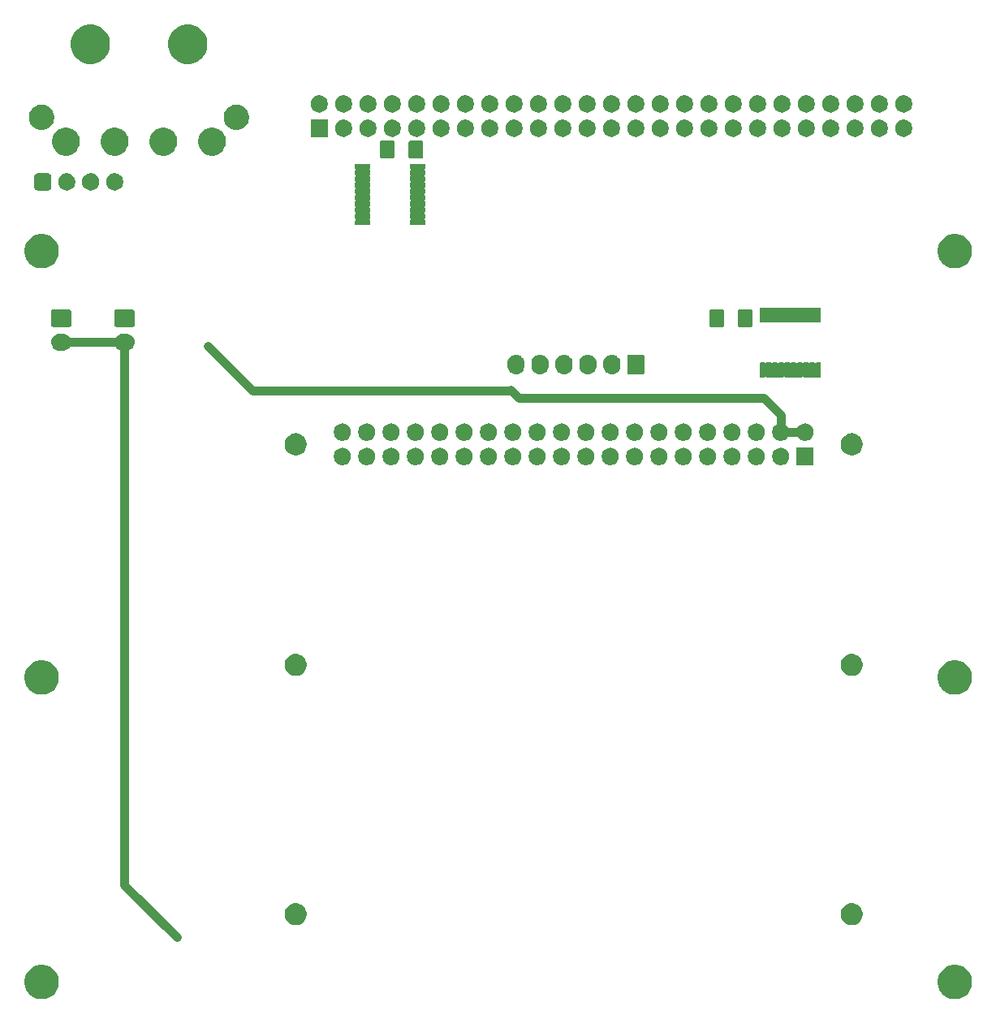
<source format=gbs>
%TF.GenerationSoftware,KiCad,Pcbnew,(5.1.6-0-10_14)*%
%TF.CreationDate,2020-09-12T17:56:08+09:00*%
%TF.ProjectId,scsiemu,73637369-656d-4752-9e6b-696361645f70,rev?*%
%TF.SameCoordinates,Original*%
%TF.FileFunction,Soldermask,Bot*%
%TF.FilePolarity,Negative*%
%FSLAX46Y46*%
G04 Gerber Fmt 4.6, Leading zero omitted, Abs format (unit mm)*
G04 Created by KiCad (PCBNEW (5.1.6-0-10_14)) date 2020-09-12 17:56:08*
%MOMM*%
%LPD*%
G01*
G04 APERTURE LIST*
%ADD10C,0.900000*%
%ADD11C,0.100000*%
G04 APERTURE END LIST*
D10*
X120700800Y-123164600D02*
X126111000Y-128574800D01*
X120624600Y-66573400D02*
X120650000Y-123113800D01*
X191401700Y-75869800D02*
X189217300Y-75869800D01*
X189128400Y-74117200D02*
X189128400Y-75311000D01*
X187337700Y-72326500D02*
X189128400Y-74117200D01*
X161759900Y-72313800D02*
X187337700Y-72326500D01*
X160934400Y-71488300D02*
X161759900Y-72313800D01*
X134073900Y-71526400D02*
X160972500Y-71526400D01*
X129336800Y-66878200D02*
X134010400Y-71551800D01*
X114020600Y-66497200D02*
X120675400Y-66497200D01*
D11*
G36*
X207775331Y-131468211D02*
G01*
X208103092Y-131603974D01*
X208398070Y-131801072D01*
X208648928Y-132051930D01*
X208846026Y-132346908D01*
X208981789Y-132674669D01*
X209051000Y-133022616D01*
X209051000Y-133377384D01*
X208981789Y-133725331D01*
X208846026Y-134053092D01*
X208648928Y-134348070D01*
X208398070Y-134598928D01*
X208103092Y-134796026D01*
X207775331Y-134931789D01*
X207427384Y-135001000D01*
X207072616Y-135001000D01*
X206724669Y-134931789D01*
X206396908Y-134796026D01*
X206101930Y-134598928D01*
X205851072Y-134348070D01*
X205653974Y-134053092D01*
X205518211Y-133725331D01*
X205449000Y-133377384D01*
X205449000Y-133022616D01*
X205518211Y-132674669D01*
X205653974Y-132346908D01*
X205851072Y-132051930D01*
X206101930Y-131801072D01*
X206396908Y-131603974D01*
X206724669Y-131468211D01*
X207072616Y-131399000D01*
X207427384Y-131399000D01*
X207775331Y-131468211D01*
G37*
G36*
X112525331Y-131468211D02*
G01*
X112853092Y-131603974D01*
X113148070Y-131801072D01*
X113398928Y-132051930D01*
X113596026Y-132346908D01*
X113731789Y-132674669D01*
X113801000Y-133022616D01*
X113801000Y-133377384D01*
X113731789Y-133725331D01*
X113596026Y-134053092D01*
X113398928Y-134348070D01*
X113148070Y-134598928D01*
X112853092Y-134796026D01*
X112525331Y-134931789D01*
X112177384Y-135001000D01*
X111822616Y-135001000D01*
X111474669Y-134931789D01*
X111146908Y-134796026D01*
X110851930Y-134598928D01*
X110601072Y-134348070D01*
X110403974Y-134053092D01*
X110268211Y-133725331D01*
X110199000Y-133377384D01*
X110199000Y-133022616D01*
X110268211Y-132674669D01*
X110403974Y-132346908D01*
X110601072Y-132051930D01*
X110851930Y-131801072D01*
X111146908Y-131603974D01*
X111474669Y-131468211D01*
X111822616Y-131399000D01*
X112177384Y-131399000D01*
X112525331Y-131468211D01*
G37*
G36*
X196738549Y-125021116D02*
G01*
X196849734Y-125043232D01*
X197059203Y-125129997D01*
X197247720Y-125255960D01*
X197408040Y-125416280D01*
X197534003Y-125604797D01*
X197620768Y-125814266D01*
X197665000Y-126036636D01*
X197665000Y-126263364D01*
X197620768Y-126485734D01*
X197534003Y-126695203D01*
X197408040Y-126883720D01*
X197247720Y-127044040D01*
X197059203Y-127170003D01*
X196849734Y-127256768D01*
X196738549Y-127278884D01*
X196627365Y-127301000D01*
X196400635Y-127301000D01*
X196289451Y-127278884D01*
X196178266Y-127256768D01*
X195968797Y-127170003D01*
X195780280Y-127044040D01*
X195619960Y-126883720D01*
X195493997Y-126695203D01*
X195407232Y-126485734D01*
X195363000Y-126263364D01*
X195363000Y-126036636D01*
X195407232Y-125814266D01*
X195493997Y-125604797D01*
X195619960Y-125416280D01*
X195780280Y-125255960D01*
X195968797Y-125129997D01*
X196178266Y-125043232D01*
X196289451Y-125021116D01*
X196400635Y-124999000D01*
X196627365Y-124999000D01*
X196738549Y-125021116D01*
G37*
G36*
X138738549Y-125021116D02*
G01*
X138849734Y-125043232D01*
X139059203Y-125129997D01*
X139247720Y-125255960D01*
X139408040Y-125416280D01*
X139534003Y-125604797D01*
X139620768Y-125814266D01*
X139665000Y-126036636D01*
X139665000Y-126263364D01*
X139620768Y-126485734D01*
X139534003Y-126695203D01*
X139408040Y-126883720D01*
X139247720Y-127044040D01*
X139059203Y-127170003D01*
X138849734Y-127256768D01*
X138738549Y-127278884D01*
X138627365Y-127301000D01*
X138400635Y-127301000D01*
X138289451Y-127278884D01*
X138178266Y-127256768D01*
X137968797Y-127170003D01*
X137780280Y-127044040D01*
X137619960Y-126883720D01*
X137493997Y-126695203D01*
X137407232Y-126485734D01*
X137363000Y-126263364D01*
X137363000Y-126036636D01*
X137407232Y-125814266D01*
X137493997Y-125604797D01*
X137619960Y-125416280D01*
X137780280Y-125255960D01*
X137968797Y-125129997D01*
X138178266Y-125043232D01*
X138289451Y-125021116D01*
X138400635Y-124999000D01*
X138627365Y-124999000D01*
X138738549Y-125021116D01*
G37*
G36*
X207775331Y-99718211D02*
G01*
X208103092Y-99853974D01*
X208398070Y-100051072D01*
X208648928Y-100301930D01*
X208846026Y-100596908D01*
X208981789Y-100924669D01*
X209051000Y-101272616D01*
X209051000Y-101627384D01*
X208981789Y-101975331D01*
X208846026Y-102303092D01*
X208648928Y-102598070D01*
X208398070Y-102848928D01*
X208103092Y-103046026D01*
X207775331Y-103181789D01*
X207427384Y-103251000D01*
X207072616Y-103251000D01*
X206724669Y-103181789D01*
X206396908Y-103046026D01*
X206101930Y-102848928D01*
X205851072Y-102598070D01*
X205653974Y-102303092D01*
X205518211Y-101975331D01*
X205449000Y-101627384D01*
X205449000Y-101272616D01*
X205518211Y-100924669D01*
X205653974Y-100596908D01*
X205851072Y-100301930D01*
X206101930Y-100051072D01*
X206396908Y-99853974D01*
X206724669Y-99718211D01*
X207072616Y-99649000D01*
X207427384Y-99649000D01*
X207775331Y-99718211D01*
G37*
G36*
X112525331Y-99718211D02*
G01*
X112853092Y-99853974D01*
X113148070Y-100051072D01*
X113398928Y-100301930D01*
X113596026Y-100596908D01*
X113731789Y-100924669D01*
X113801000Y-101272616D01*
X113801000Y-101627384D01*
X113731789Y-101975331D01*
X113596026Y-102303092D01*
X113398928Y-102598070D01*
X113148070Y-102848928D01*
X112853092Y-103046026D01*
X112525331Y-103181789D01*
X112177384Y-103251000D01*
X111822616Y-103251000D01*
X111474669Y-103181789D01*
X111146908Y-103046026D01*
X110851930Y-102848928D01*
X110601072Y-102598070D01*
X110403974Y-102303092D01*
X110268211Y-101975331D01*
X110199000Y-101627384D01*
X110199000Y-101272616D01*
X110268211Y-100924669D01*
X110403974Y-100596908D01*
X110601072Y-100301930D01*
X110851930Y-100051072D01*
X111146908Y-99853974D01*
X111474669Y-99718211D01*
X111822616Y-99649000D01*
X112177384Y-99649000D01*
X112525331Y-99718211D01*
G37*
G36*
X138738549Y-99021116D02*
G01*
X138849734Y-99043232D01*
X139059203Y-99129997D01*
X139247720Y-99255960D01*
X139408040Y-99416280D01*
X139534003Y-99604797D01*
X139620768Y-99814266D01*
X139665000Y-100036636D01*
X139665000Y-100263364D01*
X139620768Y-100485734D01*
X139534003Y-100695203D01*
X139408040Y-100883720D01*
X139247720Y-101044040D01*
X139059203Y-101170003D01*
X138849734Y-101256768D01*
X138770060Y-101272616D01*
X138627365Y-101301000D01*
X138400635Y-101301000D01*
X138257940Y-101272616D01*
X138178266Y-101256768D01*
X137968797Y-101170003D01*
X137780280Y-101044040D01*
X137619960Y-100883720D01*
X137493997Y-100695203D01*
X137407232Y-100485734D01*
X137363000Y-100263364D01*
X137363000Y-100036636D01*
X137407232Y-99814266D01*
X137493997Y-99604797D01*
X137619960Y-99416280D01*
X137780280Y-99255960D01*
X137968797Y-99129997D01*
X138178266Y-99043232D01*
X138289451Y-99021116D01*
X138400635Y-98999000D01*
X138627365Y-98999000D01*
X138738549Y-99021116D01*
G37*
G36*
X196738549Y-99021116D02*
G01*
X196849734Y-99043232D01*
X197059203Y-99129997D01*
X197247720Y-99255960D01*
X197408040Y-99416280D01*
X197534003Y-99604797D01*
X197620768Y-99814266D01*
X197665000Y-100036636D01*
X197665000Y-100263364D01*
X197620768Y-100485734D01*
X197534003Y-100695203D01*
X197408040Y-100883720D01*
X197247720Y-101044040D01*
X197059203Y-101170003D01*
X196849734Y-101256768D01*
X196770060Y-101272616D01*
X196627365Y-101301000D01*
X196400635Y-101301000D01*
X196257940Y-101272616D01*
X196178266Y-101256768D01*
X195968797Y-101170003D01*
X195780280Y-101044040D01*
X195619960Y-100883720D01*
X195493997Y-100695203D01*
X195407232Y-100485734D01*
X195363000Y-100263364D01*
X195363000Y-100036636D01*
X195407232Y-99814266D01*
X195493997Y-99604797D01*
X195619960Y-99416280D01*
X195780280Y-99255960D01*
X195968797Y-99129997D01*
X196178266Y-99043232D01*
X196289451Y-99021116D01*
X196400635Y-98999000D01*
X196627365Y-98999000D01*
X196738549Y-99021116D01*
G37*
G36*
X171436512Y-77526427D02*
G01*
X171585812Y-77556124D01*
X171749784Y-77624044D01*
X171897354Y-77722647D01*
X172022853Y-77848146D01*
X172121456Y-77995716D01*
X172189376Y-78159688D01*
X172224000Y-78333759D01*
X172224000Y-78511241D01*
X172189376Y-78685312D01*
X172121456Y-78849284D01*
X172022853Y-78996854D01*
X171897354Y-79122353D01*
X171749784Y-79220956D01*
X171585812Y-79288876D01*
X171436512Y-79318573D01*
X171411742Y-79323500D01*
X171234258Y-79323500D01*
X171209488Y-79318573D01*
X171060188Y-79288876D01*
X170896216Y-79220956D01*
X170748646Y-79122353D01*
X170623147Y-78996854D01*
X170524544Y-78849284D01*
X170456624Y-78685312D01*
X170422000Y-78511241D01*
X170422000Y-78333759D01*
X170456624Y-78159688D01*
X170524544Y-77995716D01*
X170623147Y-77848146D01*
X170748646Y-77722647D01*
X170896216Y-77624044D01*
X171060188Y-77556124D01*
X171209488Y-77526427D01*
X171234258Y-77521500D01*
X171411742Y-77521500D01*
X171436512Y-77526427D01*
G37*
G36*
X168896512Y-77526427D02*
G01*
X169045812Y-77556124D01*
X169209784Y-77624044D01*
X169357354Y-77722647D01*
X169482853Y-77848146D01*
X169581456Y-77995716D01*
X169649376Y-78159688D01*
X169684000Y-78333759D01*
X169684000Y-78511241D01*
X169649376Y-78685312D01*
X169581456Y-78849284D01*
X169482853Y-78996854D01*
X169357354Y-79122353D01*
X169209784Y-79220956D01*
X169045812Y-79288876D01*
X168896512Y-79318573D01*
X168871742Y-79323500D01*
X168694258Y-79323500D01*
X168669488Y-79318573D01*
X168520188Y-79288876D01*
X168356216Y-79220956D01*
X168208646Y-79122353D01*
X168083147Y-78996854D01*
X167984544Y-78849284D01*
X167916624Y-78685312D01*
X167882000Y-78511241D01*
X167882000Y-78333759D01*
X167916624Y-78159688D01*
X167984544Y-77995716D01*
X168083147Y-77848146D01*
X168208646Y-77722647D01*
X168356216Y-77624044D01*
X168520188Y-77556124D01*
X168669488Y-77526427D01*
X168694258Y-77521500D01*
X168871742Y-77521500D01*
X168896512Y-77526427D01*
G37*
G36*
X166356512Y-77526427D02*
G01*
X166505812Y-77556124D01*
X166669784Y-77624044D01*
X166817354Y-77722647D01*
X166942853Y-77848146D01*
X167041456Y-77995716D01*
X167109376Y-78159688D01*
X167144000Y-78333759D01*
X167144000Y-78511241D01*
X167109376Y-78685312D01*
X167041456Y-78849284D01*
X166942853Y-78996854D01*
X166817354Y-79122353D01*
X166669784Y-79220956D01*
X166505812Y-79288876D01*
X166356512Y-79318573D01*
X166331742Y-79323500D01*
X166154258Y-79323500D01*
X166129488Y-79318573D01*
X165980188Y-79288876D01*
X165816216Y-79220956D01*
X165668646Y-79122353D01*
X165543147Y-78996854D01*
X165444544Y-78849284D01*
X165376624Y-78685312D01*
X165342000Y-78511241D01*
X165342000Y-78333759D01*
X165376624Y-78159688D01*
X165444544Y-77995716D01*
X165543147Y-77848146D01*
X165668646Y-77722647D01*
X165816216Y-77624044D01*
X165980188Y-77556124D01*
X166129488Y-77526427D01*
X166154258Y-77521500D01*
X166331742Y-77521500D01*
X166356512Y-77526427D01*
G37*
G36*
X163816512Y-77526427D02*
G01*
X163965812Y-77556124D01*
X164129784Y-77624044D01*
X164277354Y-77722647D01*
X164402853Y-77848146D01*
X164501456Y-77995716D01*
X164569376Y-78159688D01*
X164604000Y-78333759D01*
X164604000Y-78511241D01*
X164569376Y-78685312D01*
X164501456Y-78849284D01*
X164402853Y-78996854D01*
X164277354Y-79122353D01*
X164129784Y-79220956D01*
X163965812Y-79288876D01*
X163816512Y-79318573D01*
X163791742Y-79323500D01*
X163614258Y-79323500D01*
X163589488Y-79318573D01*
X163440188Y-79288876D01*
X163276216Y-79220956D01*
X163128646Y-79122353D01*
X163003147Y-78996854D01*
X162904544Y-78849284D01*
X162836624Y-78685312D01*
X162802000Y-78511241D01*
X162802000Y-78333759D01*
X162836624Y-78159688D01*
X162904544Y-77995716D01*
X163003147Y-77848146D01*
X163128646Y-77722647D01*
X163276216Y-77624044D01*
X163440188Y-77556124D01*
X163589488Y-77526427D01*
X163614258Y-77521500D01*
X163791742Y-77521500D01*
X163816512Y-77526427D01*
G37*
G36*
X161276512Y-77526427D02*
G01*
X161425812Y-77556124D01*
X161589784Y-77624044D01*
X161737354Y-77722647D01*
X161862853Y-77848146D01*
X161961456Y-77995716D01*
X162029376Y-78159688D01*
X162064000Y-78333759D01*
X162064000Y-78511241D01*
X162029376Y-78685312D01*
X161961456Y-78849284D01*
X161862853Y-78996854D01*
X161737354Y-79122353D01*
X161589784Y-79220956D01*
X161425812Y-79288876D01*
X161276512Y-79318573D01*
X161251742Y-79323500D01*
X161074258Y-79323500D01*
X161049488Y-79318573D01*
X160900188Y-79288876D01*
X160736216Y-79220956D01*
X160588646Y-79122353D01*
X160463147Y-78996854D01*
X160364544Y-78849284D01*
X160296624Y-78685312D01*
X160262000Y-78511241D01*
X160262000Y-78333759D01*
X160296624Y-78159688D01*
X160364544Y-77995716D01*
X160463147Y-77848146D01*
X160588646Y-77722647D01*
X160736216Y-77624044D01*
X160900188Y-77556124D01*
X161049488Y-77526427D01*
X161074258Y-77521500D01*
X161251742Y-77521500D01*
X161276512Y-77526427D01*
G37*
G36*
X158736512Y-77526427D02*
G01*
X158885812Y-77556124D01*
X159049784Y-77624044D01*
X159197354Y-77722647D01*
X159322853Y-77848146D01*
X159421456Y-77995716D01*
X159489376Y-78159688D01*
X159524000Y-78333759D01*
X159524000Y-78511241D01*
X159489376Y-78685312D01*
X159421456Y-78849284D01*
X159322853Y-78996854D01*
X159197354Y-79122353D01*
X159049784Y-79220956D01*
X158885812Y-79288876D01*
X158736512Y-79318573D01*
X158711742Y-79323500D01*
X158534258Y-79323500D01*
X158509488Y-79318573D01*
X158360188Y-79288876D01*
X158196216Y-79220956D01*
X158048646Y-79122353D01*
X157923147Y-78996854D01*
X157824544Y-78849284D01*
X157756624Y-78685312D01*
X157722000Y-78511241D01*
X157722000Y-78333759D01*
X157756624Y-78159688D01*
X157824544Y-77995716D01*
X157923147Y-77848146D01*
X158048646Y-77722647D01*
X158196216Y-77624044D01*
X158360188Y-77556124D01*
X158509488Y-77526427D01*
X158534258Y-77521500D01*
X158711742Y-77521500D01*
X158736512Y-77526427D01*
G37*
G36*
X156196512Y-77526427D02*
G01*
X156345812Y-77556124D01*
X156509784Y-77624044D01*
X156657354Y-77722647D01*
X156782853Y-77848146D01*
X156881456Y-77995716D01*
X156949376Y-78159688D01*
X156984000Y-78333759D01*
X156984000Y-78511241D01*
X156949376Y-78685312D01*
X156881456Y-78849284D01*
X156782853Y-78996854D01*
X156657354Y-79122353D01*
X156509784Y-79220956D01*
X156345812Y-79288876D01*
X156196512Y-79318573D01*
X156171742Y-79323500D01*
X155994258Y-79323500D01*
X155969488Y-79318573D01*
X155820188Y-79288876D01*
X155656216Y-79220956D01*
X155508646Y-79122353D01*
X155383147Y-78996854D01*
X155284544Y-78849284D01*
X155216624Y-78685312D01*
X155182000Y-78511241D01*
X155182000Y-78333759D01*
X155216624Y-78159688D01*
X155284544Y-77995716D01*
X155383147Y-77848146D01*
X155508646Y-77722647D01*
X155656216Y-77624044D01*
X155820188Y-77556124D01*
X155969488Y-77526427D01*
X155994258Y-77521500D01*
X156171742Y-77521500D01*
X156196512Y-77526427D01*
G37*
G36*
X153656512Y-77526427D02*
G01*
X153805812Y-77556124D01*
X153969784Y-77624044D01*
X154117354Y-77722647D01*
X154242853Y-77848146D01*
X154341456Y-77995716D01*
X154409376Y-78159688D01*
X154444000Y-78333759D01*
X154444000Y-78511241D01*
X154409376Y-78685312D01*
X154341456Y-78849284D01*
X154242853Y-78996854D01*
X154117354Y-79122353D01*
X153969784Y-79220956D01*
X153805812Y-79288876D01*
X153656512Y-79318573D01*
X153631742Y-79323500D01*
X153454258Y-79323500D01*
X153429488Y-79318573D01*
X153280188Y-79288876D01*
X153116216Y-79220956D01*
X152968646Y-79122353D01*
X152843147Y-78996854D01*
X152744544Y-78849284D01*
X152676624Y-78685312D01*
X152642000Y-78511241D01*
X152642000Y-78333759D01*
X152676624Y-78159688D01*
X152744544Y-77995716D01*
X152843147Y-77848146D01*
X152968646Y-77722647D01*
X153116216Y-77624044D01*
X153280188Y-77556124D01*
X153429488Y-77526427D01*
X153454258Y-77521500D01*
X153631742Y-77521500D01*
X153656512Y-77526427D01*
G37*
G36*
X151116512Y-77526427D02*
G01*
X151265812Y-77556124D01*
X151429784Y-77624044D01*
X151577354Y-77722647D01*
X151702853Y-77848146D01*
X151801456Y-77995716D01*
X151869376Y-78159688D01*
X151904000Y-78333759D01*
X151904000Y-78511241D01*
X151869376Y-78685312D01*
X151801456Y-78849284D01*
X151702853Y-78996854D01*
X151577354Y-79122353D01*
X151429784Y-79220956D01*
X151265812Y-79288876D01*
X151116512Y-79318573D01*
X151091742Y-79323500D01*
X150914258Y-79323500D01*
X150889488Y-79318573D01*
X150740188Y-79288876D01*
X150576216Y-79220956D01*
X150428646Y-79122353D01*
X150303147Y-78996854D01*
X150204544Y-78849284D01*
X150136624Y-78685312D01*
X150102000Y-78511241D01*
X150102000Y-78333759D01*
X150136624Y-78159688D01*
X150204544Y-77995716D01*
X150303147Y-77848146D01*
X150428646Y-77722647D01*
X150576216Y-77624044D01*
X150740188Y-77556124D01*
X150889488Y-77526427D01*
X150914258Y-77521500D01*
X151091742Y-77521500D01*
X151116512Y-77526427D01*
G37*
G36*
X148576512Y-77526427D02*
G01*
X148725812Y-77556124D01*
X148889784Y-77624044D01*
X149037354Y-77722647D01*
X149162853Y-77848146D01*
X149261456Y-77995716D01*
X149329376Y-78159688D01*
X149364000Y-78333759D01*
X149364000Y-78511241D01*
X149329376Y-78685312D01*
X149261456Y-78849284D01*
X149162853Y-78996854D01*
X149037354Y-79122353D01*
X148889784Y-79220956D01*
X148725812Y-79288876D01*
X148576512Y-79318573D01*
X148551742Y-79323500D01*
X148374258Y-79323500D01*
X148349488Y-79318573D01*
X148200188Y-79288876D01*
X148036216Y-79220956D01*
X147888646Y-79122353D01*
X147763147Y-78996854D01*
X147664544Y-78849284D01*
X147596624Y-78685312D01*
X147562000Y-78511241D01*
X147562000Y-78333759D01*
X147596624Y-78159688D01*
X147664544Y-77995716D01*
X147763147Y-77848146D01*
X147888646Y-77722647D01*
X148036216Y-77624044D01*
X148200188Y-77556124D01*
X148349488Y-77526427D01*
X148374258Y-77521500D01*
X148551742Y-77521500D01*
X148576512Y-77526427D01*
G37*
G36*
X146036512Y-77526427D02*
G01*
X146185812Y-77556124D01*
X146349784Y-77624044D01*
X146497354Y-77722647D01*
X146622853Y-77848146D01*
X146721456Y-77995716D01*
X146789376Y-78159688D01*
X146824000Y-78333759D01*
X146824000Y-78511241D01*
X146789376Y-78685312D01*
X146721456Y-78849284D01*
X146622853Y-78996854D01*
X146497354Y-79122353D01*
X146349784Y-79220956D01*
X146185812Y-79288876D01*
X146036512Y-79318573D01*
X146011742Y-79323500D01*
X145834258Y-79323500D01*
X145809488Y-79318573D01*
X145660188Y-79288876D01*
X145496216Y-79220956D01*
X145348646Y-79122353D01*
X145223147Y-78996854D01*
X145124544Y-78849284D01*
X145056624Y-78685312D01*
X145022000Y-78511241D01*
X145022000Y-78333759D01*
X145056624Y-78159688D01*
X145124544Y-77995716D01*
X145223147Y-77848146D01*
X145348646Y-77722647D01*
X145496216Y-77624044D01*
X145660188Y-77556124D01*
X145809488Y-77526427D01*
X145834258Y-77521500D01*
X146011742Y-77521500D01*
X146036512Y-77526427D01*
G37*
G36*
X143496512Y-77526427D02*
G01*
X143645812Y-77556124D01*
X143809784Y-77624044D01*
X143957354Y-77722647D01*
X144082853Y-77848146D01*
X144181456Y-77995716D01*
X144249376Y-78159688D01*
X144284000Y-78333759D01*
X144284000Y-78511241D01*
X144249376Y-78685312D01*
X144181456Y-78849284D01*
X144082853Y-78996854D01*
X143957354Y-79122353D01*
X143809784Y-79220956D01*
X143645812Y-79288876D01*
X143496512Y-79318573D01*
X143471742Y-79323500D01*
X143294258Y-79323500D01*
X143269488Y-79318573D01*
X143120188Y-79288876D01*
X142956216Y-79220956D01*
X142808646Y-79122353D01*
X142683147Y-78996854D01*
X142584544Y-78849284D01*
X142516624Y-78685312D01*
X142482000Y-78511241D01*
X142482000Y-78333759D01*
X142516624Y-78159688D01*
X142584544Y-77995716D01*
X142683147Y-77848146D01*
X142808646Y-77722647D01*
X142956216Y-77624044D01*
X143120188Y-77556124D01*
X143269488Y-77526427D01*
X143294258Y-77521500D01*
X143471742Y-77521500D01*
X143496512Y-77526427D01*
G37*
G36*
X192544000Y-79323500D02*
G01*
X190742000Y-79323500D01*
X190742000Y-77521500D01*
X192544000Y-77521500D01*
X192544000Y-79323500D01*
G37*
G36*
X189216512Y-77526427D02*
G01*
X189365812Y-77556124D01*
X189529784Y-77624044D01*
X189677354Y-77722647D01*
X189802853Y-77848146D01*
X189901456Y-77995716D01*
X189969376Y-78159688D01*
X190004000Y-78333759D01*
X190004000Y-78511241D01*
X189969376Y-78685312D01*
X189901456Y-78849284D01*
X189802853Y-78996854D01*
X189677354Y-79122353D01*
X189529784Y-79220956D01*
X189365812Y-79288876D01*
X189216512Y-79318573D01*
X189191742Y-79323500D01*
X189014258Y-79323500D01*
X188989488Y-79318573D01*
X188840188Y-79288876D01*
X188676216Y-79220956D01*
X188528646Y-79122353D01*
X188403147Y-78996854D01*
X188304544Y-78849284D01*
X188236624Y-78685312D01*
X188202000Y-78511241D01*
X188202000Y-78333759D01*
X188236624Y-78159688D01*
X188304544Y-77995716D01*
X188403147Y-77848146D01*
X188528646Y-77722647D01*
X188676216Y-77624044D01*
X188840188Y-77556124D01*
X188989488Y-77526427D01*
X189014258Y-77521500D01*
X189191742Y-77521500D01*
X189216512Y-77526427D01*
G37*
G36*
X173976512Y-77526427D02*
G01*
X174125812Y-77556124D01*
X174289784Y-77624044D01*
X174437354Y-77722647D01*
X174562853Y-77848146D01*
X174661456Y-77995716D01*
X174729376Y-78159688D01*
X174764000Y-78333759D01*
X174764000Y-78511241D01*
X174729376Y-78685312D01*
X174661456Y-78849284D01*
X174562853Y-78996854D01*
X174437354Y-79122353D01*
X174289784Y-79220956D01*
X174125812Y-79288876D01*
X173976512Y-79318573D01*
X173951742Y-79323500D01*
X173774258Y-79323500D01*
X173749488Y-79318573D01*
X173600188Y-79288876D01*
X173436216Y-79220956D01*
X173288646Y-79122353D01*
X173163147Y-78996854D01*
X173064544Y-78849284D01*
X172996624Y-78685312D01*
X172962000Y-78511241D01*
X172962000Y-78333759D01*
X172996624Y-78159688D01*
X173064544Y-77995716D01*
X173163147Y-77848146D01*
X173288646Y-77722647D01*
X173436216Y-77624044D01*
X173600188Y-77556124D01*
X173749488Y-77526427D01*
X173774258Y-77521500D01*
X173951742Y-77521500D01*
X173976512Y-77526427D01*
G37*
G36*
X176516512Y-77526427D02*
G01*
X176665812Y-77556124D01*
X176829784Y-77624044D01*
X176977354Y-77722647D01*
X177102853Y-77848146D01*
X177201456Y-77995716D01*
X177269376Y-78159688D01*
X177304000Y-78333759D01*
X177304000Y-78511241D01*
X177269376Y-78685312D01*
X177201456Y-78849284D01*
X177102853Y-78996854D01*
X176977354Y-79122353D01*
X176829784Y-79220956D01*
X176665812Y-79288876D01*
X176516512Y-79318573D01*
X176491742Y-79323500D01*
X176314258Y-79323500D01*
X176289488Y-79318573D01*
X176140188Y-79288876D01*
X175976216Y-79220956D01*
X175828646Y-79122353D01*
X175703147Y-78996854D01*
X175604544Y-78849284D01*
X175536624Y-78685312D01*
X175502000Y-78511241D01*
X175502000Y-78333759D01*
X175536624Y-78159688D01*
X175604544Y-77995716D01*
X175703147Y-77848146D01*
X175828646Y-77722647D01*
X175976216Y-77624044D01*
X176140188Y-77556124D01*
X176289488Y-77526427D01*
X176314258Y-77521500D01*
X176491742Y-77521500D01*
X176516512Y-77526427D01*
G37*
G36*
X179056512Y-77526427D02*
G01*
X179205812Y-77556124D01*
X179369784Y-77624044D01*
X179517354Y-77722647D01*
X179642853Y-77848146D01*
X179741456Y-77995716D01*
X179809376Y-78159688D01*
X179844000Y-78333759D01*
X179844000Y-78511241D01*
X179809376Y-78685312D01*
X179741456Y-78849284D01*
X179642853Y-78996854D01*
X179517354Y-79122353D01*
X179369784Y-79220956D01*
X179205812Y-79288876D01*
X179056512Y-79318573D01*
X179031742Y-79323500D01*
X178854258Y-79323500D01*
X178829488Y-79318573D01*
X178680188Y-79288876D01*
X178516216Y-79220956D01*
X178368646Y-79122353D01*
X178243147Y-78996854D01*
X178144544Y-78849284D01*
X178076624Y-78685312D01*
X178042000Y-78511241D01*
X178042000Y-78333759D01*
X178076624Y-78159688D01*
X178144544Y-77995716D01*
X178243147Y-77848146D01*
X178368646Y-77722647D01*
X178516216Y-77624044D01*
X178680188Y-77556124D01*
X178829488Y-77526427D01*
X178854258Y-77521500D01*
X179031742Y-77521500D01*
X179056512Y-77526427D01*
G37*
G36*
X181596512Y-77526427D02*
G01*
X181745812Y-77556124D01*
X181909784Y-77624044D01*
X182057354Y-77722647D01*
X182182853Y-77848146D01*
X182281456Y-77995716D01*
X182349376Y-78159688D01*
X182384000Y-78333759D01*
X182384000Y-78511241D01*
X182349376Y-78685312D01*
X182281456Y-78849284D01*
X182182853Y-78996854D01*
X182057354Y-79122353D01*
X181909784Y-79220956D01*
X181745812Y-79288876D01*
X181596512Y-79318573D01*
X181571742Y-79323500D01*
X181394258Y-79323500D01*
X181369488Y-79318573D01*
X181220188Y-79288876D01*
X181056216Y-79220956D01*
X180908646Y-79122353D01*
X180783147Y-78996854D01*
X180684544Y-78849284D01*
X180616624Y-78685312D01*
X180582000Y-78511241D01*
X180582000Y-78333759D01*
X180616624Y-78159688D01*
X180684544Y-77995716D01*
X180783147Y-77848146D01*
X180908646Y-77722647D01*
X181056216Y-77624044D01*
X181220188Y-77556124D01*
X181369488Y-77526427D01*
X181394258Y-77521500D01*
X181571742Y-77521500D01*
X181596512Y-77526427D01*
G37*
G36*
X184136512Y-77526427D02*
G01*
X184285812Y-77556124D01*
X184449784Y-77624044D01*
X184597354Y-77722647D01*
X184722853Y-77848146D01*
X184821456Y-77995716D01*
X184889376Y-78159688D01*
X184924000Y-78333759D01*
X184924000Y-78511241D01*
X184889376Y-78685312D01*
X184821456Y-78849284D01*
X184722853Y-78996854D01*
X184597354Y-79122353D01*
X184449784Y-79220956D01*
X184285812Y-79288876D01*
X184136512Y-79318573D01*
X184111742Y-79323500D01*
X183934258Y-79323500D01*
X183909488Y-79318573D01*
X183760188Y-79288876D01*
X183596216Y-79220956D01*
X183448646Y-79122353D01*
X183323147Y-78996854D01*
X183224544Y-78849284D01*
X183156624Y-78685312D01*
X183122000Y-78511241D01*
X183122000Y-78333759D01*
X183156624Y-78159688D01*
X183224544Y-77995716D01*
X183323147Y-77848146D01*
X183448646Y-77722647D01*
X183596216Y-77624044D01*
X183760188Y-77556124D01*
X183909488Y-77526427D01*
X183934258Y-77521500D01*
X184111742Y-77521500D01*
X184136512Y-77526427D01*
G37*
G36*
X186676512Y-77526427D02*
G01*
X186825812Y-77556124D01*
X186989784Y-77624044D01*
X187137354Y-77722647D01*
X187262853Y-77848146D01*
X187361456Y-77995716D01*
X187429376Y-78159688D01*
X187464000Y-78333759D01*
X187464000Y-78511241D01*
X187429376Y-78685312D01*
X187361456Y-78849284D01*
X187262853Y-78996854D01*
X187137354Y-79122353D01*
X186989784Y-79220956D01*
X186825812Y-79288876D01*
X186676512Y-79318573D01*
X186651742Y-79323500D01*
X186474258Y-79323500D01*
X186449488Y-79318573D01*
X186300188Y-79288876D01*
X186136216Y-79220956D01*
X185988646Y-79122353D01*
X185863147Y-78996854D01*
X185764544Y-78849284D01*
X185696624Y-78685312D01*
X185662000Y-78511241D01*
X185662000Y-78333759D01*
X185696624Y-78159688D01*
X185764544Y-77995716D01*
X185863147Y-77848146D01*
X185988646Y-77722647D01*
X186136216Y-77624044D01*
X186300188Y-77556124D01*
X186449488Y-77526427D01*
X186474258Y-77521500D01*
X186651742Y-77521500D01*
X186676512Y-77526427D01*
G37*
G36*
X196738549Y-76021116D02*
G01*
X196849734Y-76043232D01*
X197059203Y-76129997D01*
X197247720Y-76255960D01*
X197408040Y-76416280D01*
X197534003Y-76604797D01*
X197620768Y-76814266D01*
X197665000Y-77036636D01*
X197665000Y-77263364D01*
X197620768Y-77485734D01*
X197534003Y-77695203D01*
X197408040Y-77883720D01*
X197247720Y-78044040D01*
X197059203Y-78170003D01*
X196849734Y-78256768D01*
X196738549Y-78278884D01*
X196627365Y-78301000D01*
X196400635Y-78301000D01*
X196289451Y-78278884D01*
X196178266Y-78256768D01*
X195968797Y-78170003D01*
X195780280Y-78044040D01*
X195619960Y-77883720D01*
X195493997Y-77695203D01*
X195407232Y-77485734D01*
X195363000Y-77263364D01*
X195363000Y-77036636D01*
X195407232Y-76814266D01*
X195493997Y-76604797D01*
X195619960Y-76416280D01*
X195780280Y-76255960D01*
X195968797Y-76129997D01*
X196178266Y-76043232D01*
X196289451Y-76021116D01*
X196400635Y-75999000D01*
X196627365Y-75999000D01*
X196738549Y-76021116D01*
G37*
G36*
X138738549Y-76021116D02*
G01*
X138849734Y-76043232D01*
X139059203Y-76129997D01*
X139247720Y-76255960D01*
X139408040Y-76416280D01*
X139534003Y-76604797D01*
X139620768Y-76814266D01*
X139665000Y-77036636D01*
X139665000Y-77263364D01*
X139620768Y-77485734D01*
X139534003Y-77695203D01*
X139408040Y-77883720D01*
X139247720Y-78044040D01*
X139059203Y-78170003D01*
X138849734Y-78256768D01*
X138738549Y-78278884D01*
X138627365Y-78301000D01*
X138400635Y-78301000D01*
X138289451Y-78278884D01*
X138178266Y-78256768D01*
X137968797Y-78170003D01*
X137780280Y-78044040D01*
X137619960Y-77883720D01*
X137493997Y-77695203D01*
X137407232Y-77485734D01*
X137363000Y-77263364D01*
X137363000Y-77036636D01*
X137407232Y-76814266D01*
X137493997Y-76604797D01*
X137619960Y-76416280D01*
X137780280Y-76255960D01*
X137968797Y-76129997D01*
X138178266Y-76043232D01*
X138289451Y-76021116D01*
X138400635Y-75999000D01*
X138627365Y-75999000D01*
X138738549Y-76021116D01*
G37*
G36*
X143496512Y-74986427D02*
G01*
X143645812Y-75016124D01*
X143809784Y-75084044D01*
X143957354Y-75182647D01*
X144082853Y-75308146D01*
X144181456Y-75455716D01*
X144249376Y-75619688D01*
X144284000Y-75793759D01*
X144284000Y-75971241D01*
X144249376Y-76145312D01*
X144181456Y-76309284D01*
X144082853Y-76456854D01*
X143957354Y-76582353D01*
X143809784Y-76680956D01*
X143645812Y-76748876D01*
X143496512Y-76778573D01*
X143471742Y-76783500D01*
X143294258Y-76783500D01*
X143269488Y-76778573D01*
X143120188Y-76748876D01*
X142956216Y-76680956D01*
X142808646Y-76582353D01*
X142683147Y-76456854D01*
X142584544Y-76309284D01*
X142516624Y-76145312D01*
X142482000Y-75971241D01*
X142482000Y-75793759D01*
X142516624Y-75619688D01*
X142584544Y-75455716D01*
X142683147Y-75308146D01*
X142808646Y-75182647D01*
X142956216Y-75084044D01*
X143120188Y-75016124D01*
X143269488Y-74986427D01*
X143294258Y-74981500D01*
X143471742Y-74981500D01*
X143496512Y-74986427D01*
G37*
G36*
X158736512Y-74986427D02*
G01*
X158885812Y-75016124D01*
X159049784Y-75084044D01*
X159197354Y-75182647D01*
X159322853Y-75308146D01*
X159421456Y-75455716D01*
X159489376Y-75619688D01*
X159524000Y-75793759D01*
X159524000Y-75971241D01*
X159489376Y-76145312D01*
X159421456Y-76309284D01*
X159322853Y-76456854D01*
X159197354Y-76582353D01*
X159049784Y-76680956D01*
X158885812Y-76748876D01*
X158736512Y-76778573D01*
X158711742Y-76783500D01*
X158534258Y-76783500D01*
X158509488Y-76778573D01*
X158360188Y-76748876D01*
X158196216Y-76680956D01*
X158048646Y-76582353D01*
X157923147Y-76456854D01*
X157824544Y-76309284D01*
X157756624Y-76145312D01*
X157722000Y-75971241D01*
X157722000Y-75793759D01*
X157756624Y-75619688D01*
X157824544Y-75455716D01*
X157923147Y-75308146D01*
X158048646Y-75182647D01*
X158196216Y-75084044D01*
X158360188Y-75016124D01*
X158509488Y-74986427D01*
X158534258Y-74981500D01*
X158711742Y-74981500D01*
X158736512Y-74986427D01*
G37*
G36*
X191756512Y-74986427D02*
G01*
X191905812Y-75016124D01*
X192069784Y-75084044D01*
X192217354Y-75182647D01*
X192342853Y-75308146D01*
X192441456Y-75455716D01*
X192509376Y-75619688D01*
X192544000Y-75793759D01*
X192544000Y-75971241D01*
X192509376Y-76145312D01*
X192441456Y-76309284D01*
X192342853Y-76456854D01*
X192217354Y-76582353D01*
X192069784Y-76680956D01*
X191905812Y-76748876D01*
X191756512Y-76778573D01*
X191731742Y-76783500D01*
X191554258Y-76783500D01*
X191529488Y-76778573D01*
X191380188Y-76748876D01*
X191216216Y-76680956D01*
X191068646Y-76582353D01*
X190943147Y-76456854D01*
X190844544Y-76309284D01*
X190776624Y-76145312D01*
X190742000Y-75971241D01*
X190742000Y-75793759D01*
X190776624Y-75619688D01*
X190844544Y-75455716D01*
X190943147Y-75308146D01*
X191068646Y-75182647D01*
X191216216Y-75084044D01*
X191380188Y-75016124D01*
X191529488Y-74986427D01*
X191554258Y-74981500D01*
X191731742Y-74981500D01*
X191756512Y-74986427D01*
G37*
G36*
X146036512Y-74986427D02*
G01*
X146185812Y-75016124D01*
X146349784Y-75084044D01*
X146497354Y-75182647D01*
X146622853Y-75308146D01*
X146721456Y-75455716D01*
X146789376Y-75619688D01*
X146824000Y-75793759D01*
X146824000Y-75971241D01*
X146789376Y-76145312D01*
X146721456Y-76309284D01*
X146622853Y-76456854D01*
X146497354Y-76582353D01*
X146349784Y-76680956D01*
X146185812Y-76748876D01*
X146036512Y-76778573D01*
X146011742Y-76783500D01*
X145834258Y-76783500D01*
X145809488Y-76778573D01*
X145660188Y-76748876D01*
X145496216Y-76680956D01*
X145348646Y-76582353D01*
X145223147Y-76456854D01*
X145124544Y-76309284D01*
X145056624Y-76145312D01*
X145022000Y-75971241D01*
X145022000Y-75793759D01*
X145056624Y-75619688D01*
X145124544Y-75455716D01*
X145223147Y-75308146D01*
X145348646Y-75182647D01*
X145496216Y-75084044D01*
X145660188Y-75016124D01*
X145809488Y-74986427D01*
X145834258Y-74981500D01*
X146011742Y-74981500D01*
X146036512Y-74986427D01*
G37*
G36*
X189216512Y-74986427D02*
G01*
X189365812Y-75016124D01*
X189529784Y-75084044D01*
X189677354Y-75182647D01*
X189802853Y-75308146D01*
X189901456Y-75455716D01*
X189969376Y-75619688D01*
X190004000Y-75793759D01*
X190004000Y-75971241D01*
X189969376Y-76145312D01*
X189901456Y-76309284D01*
X189802853Y-76456854D01*
X189677354Y-76582353D01*
X189529784Y-76680956D01*
X189365812Y-76748876D01*
X189216512Y-76778573D01*
X189191742Y-76783500D01*
X189014258Y-76783500D01*
X188989488Y-76778573D01*
X188840188Y-76748876D01*
X188676216Y-76680956D01*
X188528646Y-76582353D01*
X188403147Y-76456854D01*
X188304544Y-76309284D01*
X188236624Y-76145312D01*
X188202000Y-75971241D01*
X188202000Y-75793759D01*
X188236624Y-75619688D01*
X188304544Y-75455716D01*
X188403147Y-75308146D01*
X188528646Y-75182647D01*
X188676216Y-75084044D01*
X188840188Y-75016124D01*
X188989488Y-74986427D01*
X189014258Y-74981500D01*
X189191742Y-74981500D01*
X189216512Y-74986427D01*
G37*
G36*
X148576512Y-74986427D02*
G01*
X148725812Y-75016124D01*
X148889784Y-75084044D01*
X149037354Y-75182647D01*
X149162853Y-75308146D01*
X149261456Y-75455716D01*
X149329376Y-75619688D01*
X149364000Y-75793759D01*
X149364000Y-75971241D01*
X149329376Y-76145312D01*
X149261456Y-76309284D01*
X149162853Y-76456854D01*
X149037354Y-76582353D01*
X148889784Y-76680956D01*
X148725812Y-76748876D01*
X148576512Y-76778573D01*
X148551742Y-76783500D01*
X148374258Y-76783500D01*
X148349488Y-76778573D01*
X148200188Y-76748876D01*
X148036216Y-76680956D01*
X147888646Y-76582353D01*
X147763147Y-76456854D01*
X147664544Y-76309284D01*
X147596624Y-76145312D01*
X147562000Y-75971241D01*
X147562000Y-75793759D01*
X147596624Y-75619688D01*
X147664544Y-75455716D01*
X147763147Y-75308146D01*
X147888646Y-75182647D01*
X148036216Y-75084044D01*
X148200188Y-75016124D01*
X148349488Y-74986427D01*
X148374258Y-74981500D01*
X148551742Y-74981500D01*
X148576512Y-74986427D01*
G37*
G36*
X186676512Y-74986427D02*
G01*
X186825812Y-75016124D01*
X186989784Y-75084044D01*
X187137354Y-75182647D01*
X187262853Y-75308146D01*
X187361456Y-75455716D01*
X187429376Y-75619688D01*
X187464000Y-75793759D01*
X187464000Y-75971241D01*
X187429376Y-76145312D01*
X187361456Y-76309284D01*
X187262853Y-76456854D01*
X187137354Y-76582353D01*
X186989784Y-76680956D01*
X186825812Y-76748876D01*
X186676512Y-76778573D01*
X186651742Y-76783500D01*
X186474258Y-76783500D01*
X186449488Y-76778573D01*
X186300188Y-76748876D01*
X186136216Y-76680956D01*
X185988646Y-76582353D01*
X185863147Y-76456854D01*
X185764544Y-76309284D01*
X185696624Y-76145312D01*
X185662000Y-75971241D01*
X185662000Y-75793759D01*
X185696624Y-75619688D01*
X185764544Y-75455716D01*
X185863147Y-75308146D01*
X185988646Y-75182647D01*
X186136216Y-75084044D01*
X186300188Y-75016124D01*
X186449488Y-74986427D01*
X186474258Y-74981500D01*
X186651742Y-74981500D01*
X186676512Y-74986427D01*
G37*
G36*
X151116512Y-74986427D02*
G01*
X151265812Y-75016124D01*
X151429784Y-75084044D01*
X151577354Y-75182647D01*
X151702853Y-75308146D01*
X151801456Y-75455716D01*
X151869376Y-75619688D01*
X151904000Y-75793759D01*
X151904000Y-75971241D01*
X151869376Y-76145312D01*
X151801456Y-76309284D01*
X151702853Y-76456854D01*
X151577354Y-76582353D01*
X151429784Y-76680956D01*
X151265812Y-76748876D01*
X151116512Y-76778573D01*
X151091742Y-76783500D01*
X150914258Y-76783500D01*
X150889488Y-76778573D01*
X150740188Y-76748876D01*
X150576216Y-76680956D01*
X150428646Y-76582353D01*
X150303147Y-76456854D01*
X150204544Y-76309284D01*
X150136624Y-76145312D01*
X150102000Y-75971241D01*
X150102000Y-75793759D01*
X150136624Y-75619688D01*
X150204544Y-75455716D01*
X150303147Y-75308146D01*
X150428646Y-75182647D01*
X150576216Y-75084044D01*
X150740188Y-75016124D01*
X150889488Y-74986427D01*
X150914258Y-74981500D01*
X151091742Y-74981500D01*
X151116512Y-74986427D01*
G37*
G36*
X184136512Y-74986427D02*
G01*
X184285812Y-75016124D01*
X184449784Y-75084044D01*
X184597354Y-75182647D01*
X184722853Y-75308146D01*
X184821456Y-75455716D01*
X184889376Y-75619688D01*
X184924000Y-75793759D01*
X184924000Y-75971241D01*
X184889376Y-76145312D01*
X184821456Y-76309284D01*
X184722853Y-76456854D01*
X184597354Y-76582353D01*
X184449784Y-76680956D01*
X184285812Y-76748876D01*
X184136512Y-76778573D01*
X184111742Y-76783500D01*
X183934258Y-76783500D01*
X183909488Y-76778573D01*
X183760188Y-76748876D01*
X183596216Y-76680956D01*
X183448646Y-76582353D01*
X183323147Y-76456854D01*
X183224544Y-76309284D01*
X183156624Y-76145312D01*
X183122000Y-75971241D01*
X183122000Y-75793759D01*
X183156624Y-75619688D01*
X183224544Y-75455716D01*
X183323147Y-75308146D01*
X183448646Y-75182647D01*
X183596216Y-75084044D01*
X183760188Y-75016124D01*
X183909488Y-74986427D01*
X183934258Y-74981500D01*
X184111742Y-74981500D01*
X184136512Y-74986427D01*
G37*
G36*
X153656512Y-74986427D02*
G01*
X153805812Y-75016124D01*
X153969784Y-75084044D01*
X154117354Y-75182647D01*
X154242853Y-75308146D01*
X154341456Y-75455716D01*
X154409376Y-75619688D01*
X154444000Y-75793759D01*
X154444000Y-75971241D01*
X154409376Y-76145312D01*
X154341456Y-76309284D01*
X154242853Y-76456854D01*
X154117354Y-76582353D01*
X153969784Y-76680956D01*
X153805812Y-76748876D01*
X153656512Y-76778573D01*
X153631742Y-76783500D01*
X153454258Y-76783500D01*
X153429488Y-76778573D01*
X153280188Y-76748876D01*
X153116216Y-76680956D01*
X152968646Y-76582353D01*
X152843147Y-76456854D01*
X152744544Y-76309284D01*
X152676624Y-76145312D01*
X152642000Y-75971241D01*
X152642000Y-75793759D01*
X152676624Y-75619688D01*
X152744544Y-75455716D01*
X152843147Y-75308146D01*
X152968646Y-75182647D01*
X153116216Y-75084044D01*
X153280188Y-75016124D01*
X153429488Y-74986427D01*
X153454258Y-74981500D01*
X153631742Y-74981500D01*
X153656512Y-74986427D01*
G37*
G36*
X181596512Y-74986427D02*
G01*
X181745812Y-75016124D01*
X181909784Y-75084044D01*
X182057354Y-75182647D01*
X182182853Y-75308146D01*
X182281456Y-75455716D01*
X182349376Y-75619688D01*
X182384000Y-75793759D01*
X182384000Y-75971241D01*
X182349376Y-76145312D01*
X182281456Y-76309284D01*
X182182853Y-76456854D01*
X182057354Y-76582353D01*
X181909784Y-76680956D01*
X181745812Y-76748876D01*
X181596512Y-76778573D01*
X181571742Y-76783500D01*
X181394258Y-76783500D01*
X181369488Y-76778573D01*
X181220188Y-76748876D01*
X181056216Y-76680956D01*
X180908646Y-76582353D01*
X180783147Y-76456854D01*
X180684544Y-76309284D01*
X180616624Y-76145312D01*
X180582000Y-75971241D01*
X180582000Y-75793759D01*
X180616624Y-75619688D01*
X180684544Y-75455716D01*
X180783147Y-75308146D01*
X180908646Y-75182647D01*
X181056216Y-75084044D01*
X181220188Y-75016124D01*
X181369488Y-74986427D01*
X181394258Y-74981500D01*
X181571742Y-74981500D01*
X181596512Y-74986427D01*
G37*
G36*
X156196512Y-74986427D02*
G01*
X156345812Y-75016124D01*
X156509784Y-75084044D01*
X156657354Y-75182647D01*
X156782853Y-75308146D01*
X156881456Y-75455716D01*
X156949376Y-75619688D01*
X156984000Y-75793759D01*
X156984000Y-75971241D01*
X156949376Y-76145312D01*
X156881456Y-76309284D01*
X156782853Y-76456854D01*
X156657354Y-76582353D01*
X156509784Y-76680956D01*
X156345812Y-76748876D01*
X156196512Y-76778573D01*
X156171742Y-76783500D01*
X155994258Y-76783500D01*
X155969488Y-76778573D01*
X155820188Y-76748876D01*
X155656216Y-76680956D01*
X155508646Y-76582353D01*
X155383147Y-76456854D01*
X155284544Y-76309284D01*
X155216624Y-76145312D01*
X155182000Y-75971241D01*
X155182000Y-75793759D01*
X155216624Y-75619688D01*
X155284544Y-75455716D01*
X155383147Y-75308146D01*
X155508646Y-75182647D01*
X155656216Y-75084044D01*
X155820188Y-75016124D01*
X155969488Y-74986427D01*
X155994258Y-74981500D01*
X156171742Y-74981500D01*
X156196512Y-74986427D01*
G37*
G36*
X179056512Y-74986427D02*
G01*
X179205812Y-75016124D01*
X179369784Y-75084044D01*
X179517354Y-75182647D01*
X179642853Y-75308146D01*
X179741456Y-75455716D01*
X179809376Y-75619688D01*
X179844000Y-75793759D01*
X179844000Y-75971241D01*
X179809376Y-76145312D01*
X179741456Y-76309284D01*
X179642853Y-76456854D01*
X179517354Y-76582353D01*
X179369784Y-76680956D01*
X179205812Y-76748876D01*
X179056512Y-76778573D01*
X179031742Y-76783500D01*
X178854258Y-76783500D01*
X178829488Y-76778573D01*
X178680188Y-76748876D01*
X178516216Y-76680956D01*
X178368646Y-76582353D01*
X178243147Y-76456854D01*
X178144544Y-76309284D01*
X178076624Y-76145312D01*
X178042000Y-75971241D01*
X178042000Y-75793759D01*
X178076624Y-75619688D01*
X178144544Y-75455716D01*
X178243147Y-75308146D01*
X178368646Y-75182647D01*
X178516216Y-75084044D01*
X178680188Y-75016124D01*
X178829488Y-74986427D01*
X178854258Y-74981500D01*
X179031742Y-74981500D01*
X179056512Y-74986427D01*
G37*
G36*
X176516512Y-74986427D02*
G01*
X176665812Y-75016124D01*
X176829784Y-75084044D01*
X176977354Y-75182647D01*
X177102853Y-75308146D01*
X177201456Y-75455716D01*
X177269376Y-75619688D01*
X177304000Y-75793759D01*
X177304000Y-75971241D01*
X177269376Y-76145312D01*
X177201456Y-76309284D01*
X177102853Y-76456854D01*
X176977354Y-76582353D01*
X176829784Y-76680956D01*
X176665812Y-76748876D01*
X176516512Y-76778573D01*
X176491742Y-76783500D01*
X176314258Y-76783500D01*
X176289488Y-76778573D01*
X176140188Y-76748876D01*
X175976216Y-76680956D01*
X175828646Y-76582353D01*
X175703147Y-76456854D01*
X175604544Y-76309284D01*
X175536624Y-76145312D01*
X175502000Y-75971241D01*
X175502000Y-75793759D01*
X175536624Y-75619688D01*
X175604544Y-75455716D01*
X175703147Y-75308146D01*
X175828646Y-75182647D01*
X175976216Y-75084044D01*
X176140188Y-75016124D01*
X176289488Y-74986427D01*
X176314258Y-74981500D01*
X176491742Y-74981500D01*
X176516512Y-74986427D01*
G37*
G36*
X161276512Y-74986427D02*
G01*
X161425812Y-75016124D01*
X161589784Y-75084044D01*
X161737354Y-75182647D01*
X161862853Y-75308146D01*
X161961456Y-75455716D01*
X162029376Y-75619688D01*
X162064000Y-75793759D01*
X162064000Y-75971241D01*
X162029376Y-76145312D01*
X161961456Y-76309284D01*
X161862853Y-76456854D01*
X161737354Y-76582353D01*
X161589784Y-76680956D01*
X161425812Y-76748876D01*
X161276512Y-76778573D01*
X161251742Y-76783500D01*
X161074258Y-76783500D01*
X161049488Y-76778573D01*
X160900188Y-76748876D01*
X160736216Y-76680956D01*
X160588646Y-76582353D01*
X160463147Y-76456854D01*
X160364544Y-76309284D01*
X160296624Y-76145312D01*
X160262000Y-75971241D01*
X160262000Y-75793759D01*
X160296624Y-75619688D01*
X160364544Y-75455716D01*
X160463147Y-75308146D01*
X160588646Y-75182647D01*
X160736216Y-75084044D01*
X160900188Y-75016124D01*
X161049488Y-74986427D01*
X161074258Y-74981500D01*
X161251742Y-74981500D01*
X161276512Y-74986427D01*
G37*
G36*
X173976512Y-74986427D02*
G01*
X174125812Y-75016124D01*
X174289784Y-75084044D01*
X174437354Y-75182647D01*
X174562853Y-75308146D01*
X174661456Y-75455716D01*
X174729376Y-75619688D01*
X174764000Y-75793759D01*
X174764000Y-75971241D01*
X174729376Y-76145312D01*
X174661456Y-76309284D01*
X174562853Y-76456854D01*
X174437354Y-76582353D01*
X174289784Y-76680956D01*
X174125812Y-76748876D01*
X173976512Y-76778573D01*
X173951742Y-76783500D01*
X173774258Y-76783500D01*
X173749488Y-76778573D01*
X173600188Y-76748876D01*
X173436216Y-76680956D01*
X173288646Y-76582353D01*
X173163147Y-76456854D01*
X173064544Y-76309284D01*
X172996624Y-76145312D01*
X172962000Y-75971241D01*
X172962000Y-75793759D01*
X172996624Y-75619688D01*
X173064544Y-75455716D01*
X173163147Y-75308146D01*
X173288646Y-75182647D01*
X173436216Y-75084044D01*
X173600188Y-75016124D01*
X173749488Y-74986427D01*
X173774258Y-74981500D01*
X173951742Y-74981500D01*
X173976512Y-74986427D01*
G37*
G36*
X163816512Y-74986427D02*
G01*
X163965812Y-75016124D01*
X164129784Y-75084044D01*
X164277354Y-75182647D01*
X164402853Y-75308146D01*
X164501456Y-75455716D01*
X164569376Y-75619688D01*
X164604000Y-75793759D01*
X164604000Y-75971241D01*
X164569376Y-76145312D01*
X164501456Y-76309284D01*
X164402853Y-76456854D01*
X164277354Y-76582353D01*
X164129784Y-76680956D01*
X163965812Y-76748876D01*
X163816512Y-76778573D01*
X163791742Y-76783500D01*
X163614258Y-76783500D01*
X163589488Y-76778573D01*
X163440188Y-76748876D01*
X163276216Y-76680956D01*
X163128646Y-76582353D01*
X163003147Y-76456854D01*
X162904544Y-76309284D01*
X162836624Y-76145312D01*
X162802000Y-75971241D01*
X162802000Y-75793759D01*
X162836624Y-75619688D01*
X162904544Y-75455716D01*
X163003147Y-75308146D01*
X163128646Y-75182647D01*
X163276216Y-75084044D01*
X163440188Y-75016124D01*
X163589488Y-74986427D01*
X163614258Y-74981500D01*
X163791742Y-74981500D01*
X163816512Y-74986427D01*
G37*
G36*
X171436512Y-74986427D02*
G01*
X171585812Y-75016124D01*
X171749784Y-75084044D01*
X171897354Y-75182647D01*
X172022853Y-75308146D01*
X172121456Y-75455716D01*
X172189376Y-75619688D01*
X172224000Y-75793759D01*
X172224000Y-75971241D01*
X172189376Y-76145312D01*
X172121456Y-76309284D01*
X172022853Y-76456854D01*
X171897354Y-76582353D01*
X171749784Y-76680956D01*
X171585812Y-76748876D01*
X171436512Y-76778573D01*
X171411742Y-76783500D01*
X171234258Y-76783500D01*
X171209488Y-76778573D01*
X171060188Y-76748876D01*
X170896216Y-76680956D01*
X170748646Y-76582353D01*
X170623147Y-76456854D01*
X170524544Y-76309284D01*
X170456624Y-76145312D01*
X170422000Y-75971241D01*
X170422000Y-75793759D01*
X170456624Y-75619688D01*
X170524544Y-75455716D01*
X170623147Y-75308146D01*
X170748646Y-75182647D01*
X170896216Y-75084044D01*
X171060188Y-75016124D01*
X171209488Y-74986427D01*
X171234258Y-74981500D01*
X171411742Y-74981500D01*
X171436512Y-74986427D01*
G37*
G36*
X166356512Y-74986427D02*
G01*
X166505812Y-75016124D01*
X166669784Y-75084044D01*
X166817354Y-75182647D01*
X166942853Y-75308146D01*
X167041456Y-75455716D01*
X167109376Y-75619688D01*
X167144000Y-75793759D01*
X167144000Y-75971241D01*
X167109376Y-76145312D01*
X167041456Y-76309284D01*
X166942853Y-76456854D01*
X166817354Y-76582353D01*
X166669784Y-76680956D01*
X166505812Y-76748876D01*
X166356512Y-76778573D01*
X166331742Y-76783500D01*
X166154258Y-76783500D01*
X166129488Y-76778573D01*
X165980188Y-76748876D01*
X165816216Y-76680956D01*
X165668646Y-76582353D01*
X165543147Y-76456854D01*
X165444544Y-76309284D01*
X165376624Y-76145312D01*
X165342000Y-75971241D01*
X165342000Y-75793759D01*
X165376624Y-75619688D01*
X165444544Y-75455716D01*
X165543147Y-75308146D01*
X165668646Y-75182647D01*
X165816216Y-75084044D01*
X165980188Y-75016124D01*
X166129488Y-74986427D01*
X166154258Y-74981500D01*
X166331742Y-74981500D01*
X166356512Y-74986427D01*
G37*
G36*
X168896512Y-74986427D02*
G01*
X169045812Y-75016124D01*
X169209784Y-75084044D01*
X169357354Y-75182647D01*
X169482853Y-75308146D01*
X169581456Y-75455716D01*
X169649376Y-75619688D01*
X169684000Y-75793759D01*
X169684000Y-75971241D01*
X169649376Y-76145312D01*
X169581456Y-76309284D01*
X169482853Y-76456854D01*
X169357354Y-76582353D01*
X169209784Y-76680956D01*
X169045812Y-76748876D01*
X168896512Y-76778573D01*
X168871742Y-76783500D01*
X168694258Y-76783500D01*
X168669488Y-76778573D01*
X168520188Y-76748876D01*
X168356216Y-76680956D01*
X168208646Y-76582353D01*
X168083147Y-76456854D01*
X167984544Y-76309284D01*
X167916624Y-76145312D01*
X167882000Y-75971241D01*
X167882000Y-75793759D01*
X167916624Y-75619688D01*
X167984544Y-75455716D01*
X168083147Y-75308146D01*
X168208646Y-75182647D01*
X168356216Y-75084044D01*
X168520188Y-75016124D01*
X168669488Y-74986427D01*
X168694258Y-74981500D01*
X168871742Y-74981500D01*
X168896512Y-74986427D01*
G37*
G36*
X187394170Y-68623803D02*
G01*
X187405875Y-68627354D01*
X187416665Y-68633121D01*
X187430688Y-68644630D01*
X187439704Y-68653645D01*
X187460078Y-68667259D01*
X187482717Y-68676635D01*
X187506751Y-68681415D01*
X187531255Y-68681415D01*
X187555288Y-68676634D01*
X187577926Y-68667256D01*
X187598301Y-68653642D01*
X187607317Y-68644626D01*
X187621335Y-68633121D01*
X187632125Y-68627354D01*
X187643830Y-68623803D01*
X187662138Y-68622000D01*
X188025862Y-68622000D01*
X188044170Y-68623803D01*
X188055875Y-68627354D01*
X188066665Y-68633121D01*
X188080688Y-68644630D01*
X188089704Y-68653645D01*
X188110078Y-68667259D01*
X188132717Y-68676635D01*
X188156751Y-68681415D01*
X188181255Y-68681415D01*
X188205288Y-68676634D01*
X188227926Y-68667256D01*
X188248301Y-68653642D01*
X188257317Y-68644626D01*
X188271335Y-68633121D01*
X188282125Y-68627354D01*
X188293830Y-68623803D01*
X188312138Y-68622000D01*
X188675862Y-68622000D01*
X188694170Y-68623803D01*
X188705875Y-68627354D01*
X188716665Y-68633121D01*
X188730688Y-68644630D01*
X188739704Y-68653645D01*
X188760078Y-68667259D01*
X188782717Y-68676635D01*
X188806751Y-68681415D01*
X188831255Y-68681415D01*
X188855288Y-68676634D01*
X188877926Y-68667256D01*
X188898301Y-68653642D01*
X188907317Y-68644626D01*
X188921335Y-68633121D01*
X188932125Y-68627354D01*
X188943830Y-68623803D01*
X188962138Y-68622000D01*
X189325862Y-68622000D01*
X189344170Y-68623803D01*
X189355875Y-68627354D01*
X189366665Y-68633121D01*
X189380688Y-68644630D01*
X189389704Y-68653645D01*
X189410078Y-68667259D01*
X189432717Y-68676635D01*
X189456751Y-68681415D01*
X189481255Y-68681415D01*
X189505288Y-68676634D01*
X189527926Y-68667256D01*
X189548301Y-68653642D01*
X189557317Y-68644626D01*
X189571335Y-68633121D01*
X189582125Y-68627354D01*
X189593830Y-68623803D01*
X189612138Y-68622000D01*
X189975862Y-68622000D01*
X189994170Y-68623803D01*
X190005875Y-68627354D01*
X190016665Y-68633121D01*
X190030688Y-68644630D01*
X190039704Y-68653645D01*
X190060078Y-68667259D01*
X190082717Y-68676635D01*
X190106751Y-68681415D01*
X190131255Y-68681415D01*
X190155288Y-68676634D01*
X190177926Y-68667256D01*
X190198301Y-68653642D01*
X190207317Y-68644626D01*
X190221335Y-68633121D01*
X190232125Y-68627354D01*
X190243830Y-68623803D01*
X190262138Y-68622000D01*
X190625862Y-68622000D01*
X190644170Y-68623803D01*
X190655875Y-68627354D01*
X190666665Y-68633121D01*
X190680688Y-68644630D01*
X190689704Y-68653645D01*
X190710078Y-68667259D01*
X190732717Y-68676635D01*
X190756751Y-68681415D01*
X190781255Y-68681415D01*
X190805288Y-68676634D01*
X190827926Y-68667256D01*
X190848301Y-68653642D01*
X190857317Y-68644626D01*
X190871335Y-68633121D01*
X190882125Y-68627354D01*
X190893830Y-68623803D01*
X190912138Y-68622000D01*
X191275862Y-68622000D01*
X191294170Y-68623803D01*
X191305875Y-68627354D01*
X191316665Y-68633121D01*
X191330688Y-68644630D01*
X191339704Y-68653645D01*
X191360078Y-68667259D01*
X191382717Y-68676635D01*
X191406751Y-68681415D01*
X191431255Y-68681415D01*
X191455288Y-68676634D01*
X191477926Y-68667256D01*
X191498301Y-68653642D01*
X191507317Y-68644626D01*
X191521335Y-68633121D01*
X191532125Y-68627354D01*
X191543830Y-68623803D01*
X191562138Y-68622000D01*
X191925862Y-68622000D01*
X191944170Y-68623803D01*
X191955875Y-68627354D01*
X191966665Y-68633121D01*
X191980688Y-68644630D01*
X191989704Y-68653645D01*
X192010078Y-68667259D01*
X192032717Y-68676635D01*
X192056751Y-68681415D01*
X192081255Y-68681415D01*
X192105288Y-68676634D01*
X192127926Y-68667256D01*
X192148301Y-68653642D01*
X192157317Y-68644626D01*
X192171335Y-68633121D01*
X192182125Y-68627354D01*
X192193830Y-68623803D01*
X192212138Y-68622000D01*
X192575862Y-68622000D01*
X192594170Y-68623803D01*
X192605875Y-68627354D01*
X192616665Y-68633121D01*
X192630688Y-68644630D01*
X192639704Y-68653645D01*
X192660078Y-68667259D01*
X192682717Y-68676635D01*
X192706751Y-68681415D01*
X192731255Y-68681415D01*
X192755288Y-68676634D01*
X192777926Y-68667256D01*
X192798301Y-68653642D01*
X192807317Y-68644626D01*
X192821335Y-68633121D01*
X192832125Y-68627354D01*
X192843830Y-68623803D01*
X192862138Y-68622000D01*
X193225862Y-68622000D01*
X193244170Y-68623803D01*
X193255875Y-68627354D01*
X193266665Y-68633121D01*
X193276119Y-68640881D01*
X193283879Y-68650335D01*
X193289646Y-68661125D01*
X193293197Y-68672830D01*
X193295000Y-68691138D01*
X193295000Y-70129862D01*
X193293197Y-70148170D01*
X193289646Y-70159875D01*
X193283879Y-70170665D01*
X193276119Y-70180119D01*
X193266665Y-70187879D01*
X193255875Y-70193646D01*
X193244170Y-70197197D01*
X193225862Y-70199000D01*
X192862138Y-70199000D01*
X192843830Y-70197197D01*
X192832125Y-70193646D01*
X192821335Y-70187879D01*
X192807312Y-70176370D01*
X192798296Y-70167355D01*
X192777922Y-70153741D01*
X192755283Y-70144365D01*
X192731249Y-70139585D01*
X192706745Y-70139585D01*
X192682712Y-70144366D01*
X192660074Y-70153744D01*
X192639699Y-70167358D01*
X192630683Y-70176374D01*
X192616665Y-70187879D01*
X192605875Y-70193646D01*
X192594170Y-70197197D01*
X192575862Y-70199000D01*
X192212138Y-70199000D01*
X192193830Y-70197197D01*
X192182125Y-70193646D01*
X192171335Y-70187879D01*
X192157312Y-70176370D01*
X192148296Y-70167355D01*
X192127922Y-70153741D01*
X192105283Y-70144365D01*
X192081249Y-70139585D01*
X192056745Y-70139585D01*
X192032712Y-70144366D01*
X192010074Y-70153744D01*
X191989699Y-70167358D01*
X191980683Y-70176374D01*
X191966665Y-70187879D01*
X191955875Y-70193646D01*
X191944170Y-70197197D01*
X191925862Y-70199000D01*
X191562138Y-70199000D01*
X191543830Y-70197197D01*
X191532125Y-70193646D01*
X191521335Y-70187879D01*
X191507312Y-70176370D01*
X191498296Y-70167355D01*
X191477922Y-70153741D01*
X191455283Y-70144365D01*
X191431249Y-70139585D01*
X191406745Y-70139585D01*
X191382712Y-70144366D01*
X191360074Y-70153744D01*
X191339699Y-70167358D01*
X191330683Y-70176374D01*
X191316665Y-70187879D01*
X191305875Y-70193646D01*
X191294170Y-70197197D01*
X191275862Y-70199000D01*
X190912138Y-70199000D01*
X190893830Y-70197197D01*
X190882125Y-70193646D01*
X190871335Y-70187879D01*
X190857312Y-70176370D01*
X190848296Y-70167355D01*
X190827922Y-70153741D01*
X190805283Y-70144365D01*
X190781249Y-70139585D01*
X190756745Y-70139585D01*
X190732712Y-70144366D01*
X190710074Y-70153744D01*
X190689699Y-70167358D01*
X190680683Y-70176374D01*
X190666665Y-70187879D01*
X190655875Y-70193646D01*
X190644170Y-70197197D01*
X190625862Y-70199000D01*
X190262138Y-70199000D01*
X190243830Y-70197197D01*
X190232125Y-70193646D01*
X190221335Y-70187879D01*
X190207312Y-70176370D01*
X190198296Y-70167355D01*
X190177922Y-70153741D01*
X190155283Y-70144365D01*
X190131249Y-70139585D01*
X190106745Y-70139585D01*
X190082712Y-70144366D01*
X190060074Y-70153744D01*
X190039699Y-70167358D01*
X190030683Y-70176374D01*
X190016665Y-70187879D01*
X190005875Y-70193646D01*
X189994170Y-70197197D01*
X189975862Y-70199000D01*
X189612138Y-70199000D01*
X189593830Y-70197197D01*
X189582125Y-70193646D01*
X189571335Y-70187879D01*
X189557312Y-70176370D01*
X189548296Y-70167355D01*
X189527922Y-70153741D01*
X189505283Y-70144365D01*
X189481249Y-70139585D01*
X189456745Y-70139585D01*
X189432712Y-70144366D01*
X189410074Y-70153744D01*
X189389699Y-70167358D01*
X189380683Y-70176374D01*
X189366665Y-70187879D01*
X189355875Y-70193646D01*
X189344170Y-70197197D01*
X189325862Y-70199000D01*
X188962138Y-70199000D01*
X188943830Y-70197197D01*
X188932125Y-70193646D01*
X188921335Y-70187879D01*
X188907312Y-70176370D01*
X188898296Y-70167355D01*
X188877922Y-70153741D01*
X188855283Y-70144365D01*
X188831249Y-70139585D01*
X188806745Y-70139585D01*
X188782712Y-70144366D01*
X188760074Y-70153744D01*
X188739699Y-70167358D01*
X188730683Y-70176374D01*
X188716665Y-70187879D01*
X188705875Y-70193646D01*
X188694170Y-70197197D01*
X188675862Y-70199000D01*
X188312138Y-70199000D01*
X188293830Y-70197197D01*
X188282125Y-70193646D01*
X188271335Y-70187879D01*
X188257312Y-70176370D01*
X188248296Y-70167355D01*
X188227922Y-70153741D01*
X188205283Y-70144365D01*
X188181249Y-70139585D01*
X188156745Y-70139585D01*
X188132712Y-70144366D01*
X188110074Y-70153744D01*
X188089699Y-70167358D01*
X188080683Y-70176374D01*
X188066665Y-70187879D01*
X188055875Y-70193646D01*
X188044170Y-70197197D01*
X188025862Y-70199000D01*
X187662138Y-70199000D01*
X187643830Y-70197197D01*
X187632125Y-70193646D01*
X187621335Y-70187879D01*
X187607312Y-70176370D01*
X187598296Y-70167355D01*
X187577922Y-70153741D01*
X187555283Y-70144365D01*
X187531249Y-70139585D01*
X187506745Y-70139585D01*
X187482712Y-70144366D01*
X187460074Y-70153744D01*
X187439699Y-70167358D01*
X187430683Y-70176374D01*
X187416665Y-70187879D01*
X187405875Y-70193646D01*
X187394170Y-70197197D01*
X187375862Y-70199000D01*
X187012138Y-70199000D01*
X186993830Y-70197197D01*
X186982125Y-70193646D01*
X186971335Y-70187879D01*
X186961881Y-70180119D01*
X186954121Y-70170665D01*
X186948354Y-70159875D01*
X186944803Y-70148170D01*
X186943000Y-70129862D01*
X186943000Y-68691138D01*
X186944803Y-68672830D01*
X186948354Y-68661125D01*
X186954121Y-68650335D01*
X186961881Y-68640881D01*
X186971335Y-68633121D01*
X186982125Y-68627354D01*
X186993830Y-68623803D01*
X187012138Y-68622000D01*
X187375862Y-68622000D01*
X187394170Y-68623803D01*
G37*
G36*
X169166627Y-67821037D02*
G01*
X169336466Y-67872557D01*
X169492991Y-67956222D01*
X169528729Y-67985552D01*
X169630186Y-68068814D01*
X169713448Y-68170271D01*
X169742778Y-68206009D01*
X169826443Y-68362534D01*
X169877963Y-68532374D01*
X169877963Y-68532376D01*
X169888874Y-68643151D01*
X169891000Y-68664743D01*
X169891000Y-69003258D01*
X169877963Y-69135627D01*
X169826443Y-69305466D01*
X169742778Y-69461991D01*
X169713448Y-69497729D01*
X169630186Y-69599186D01*
X169492989Y-69711779D01*
X169336467Y-69795442D01*
X169336465Y-69795443D01*
X169166626Y-69846963D01*
X168990000Y-69864359D01*
X168813373Y-69846963D01*
X168643534Y-69795443D01*
X168487009Y-69711778D01*
X168444750Y-69677097D01*
X168349814Y-69599186D01*
X168237221Y-69461989D01*
X168153558Y-69305467D01*
X168153557Y-69305465D01*
X168102037Y-69135626D01*
X168089000Y-69003257D01*
X168089000Y-68664742D01*
X168102037Y-68532373D01*
X168153557Y-68362534D01*
X168237222Y-68206009D01*
X168349815Y-68068815D01*
X168487010Y-67956222D01*
X168643535Y-67872557D01*
X168813374Y-67821037D01*
X168990000Y-67803641D01*
X169166627Y-67821037D01*
G37*
G36*
X161666627Y-67821037D02*
G01*
X161836466Y-67872557D01*
X161992991Y-67956222D01*
X162028729Y-67985552D01*
X162130186Y-68068814D01*
X162213448Y-68170271D01*
X162242778Y-68206009D01*
X162326443Y-68362534D01*
X162377963Y-68532374D01*
X162377963Y-68532376D01*
X162388874Y-68643151D01*
X162391000Y-68664743D01*
X162391000Y-69003258D01*
X162377963Y-69135627D01*
X162326443Y-69305466D01*
X162242778Y-69461991D01*
X162213448Y-69497729D01*
X162130186Y-69599186D01*
X161992989Y-69711779D01*
X161836467Y-69795442D01*
X161836465Y-69795443D01*
X161666626Y-69846963D01*
X161490000Y-69864359D01*
X161313373Y-69846963D01*
X161143534Y-69795443D01*
X160987009Y-69711778D01*
X160944750Y-69677097D01*
X160849814Y-69599186D01*
X160737221Y-69461989D01*
X160653558Y-69305467D01*
X160653557Y-69305465D01*
X160602037Y-69135626D01*
X160589000Y-69003257D01*
X160589000Y-68664742D01*
X160602037Y-68532373D01*
X160653557Y-68362534D01*
X160737222Y-68206009D01*
X160849815Y-68068815D01*
X160987010Y-67956222D01*
X161143535Y-67872557D01*
X161313374Y-67821037D01*
X161490000Y-67803641D01*
X161666627Y-67821037D01*
G37*
G36*
X164166627Y-67821037D02*
G01*
X164336466Y-67872557D01*
X164492991Y-67956222D01*
X164528729Y-67985552D01*
X164630186Y-68068814D01*
X164713448Y-68170271D01*
X164742778Y-68206009D01*
X164826443Y-68362534D01*
X164877963Y-68532374D01*
X164877963Y-68532376D01*
X164888874Y-68643151D01*
X164891000Y-68664743D01*
X164891000Y-69003258D01*
X164877963Y-69135627D01*
X164826443Y-69305466D01*
X164742778Y-69461991D01*
X164713448Y-69497729D01*
X164630186Y-69599186D01*
X164492989Y-69711779D01*
X164336467Y-69795442D01*
X164336465Y-69795443D01*
X164166626Y-69846963D01*
X163990000Y-69864359D01*
X163813373Y-69846963D01*
X163643534Y-69795443D01*
X163487009Y-69711778D01*
X163444750Y-69677097D01*
X163349814Y-69599186D01*
X163237221Y-69461989D01*
X163153558Y-69305467D01*
X163153557Y-69305465D01*
X163102037Y-69135626D01*
X163089000Y-69003257D01*
X163089000Y-68664742D01*
X163102037Y-68532373D01*
X163153557Y-68362534D01*
X163237222Y-68206009D01*
X163349815Y-68068815D01*
X163487010Y-67956222D01*
X163643535Y-67872557D01*
X163813374Y-67821037D01*
X163990000Y-67803641D01*
X164166627Y-67821037D01*
G37*
G36*
X171666627Y-67821037D02*
G01*
X171836466Y-67872557D01*
X171992991Y-67956222D01*
X172028729Y-67985552D01*
X172130186Y-68068814D01*
X172213448Y-68170271D01*
X172242778Y-68206009D01*
X172326443Y-68362534D01*
X172377963Y-68532374D01*
X172377963Y-68532376D01*
X172388874Y-68643151D01*
X172391000Y-68664743D01*
X172391000Y-69003258D01*
X172377963Y-69135627D01*
X172326443Y-69305466D01*
X172242778Y-69461991D01*
X172213448Y-69497729D01*
X172130186Y-69599186D01*
X171992989Y-69711779D01*
X171836467Y-69795442D01*
X171836465Y-69795443D01*
X171666626Y-69846963D01*
X171490000Y-69864359D01*
X171313373Y-69846963D01*
X171143534Y-69795443D01*
X170987009Y-69711778D01*
X170944750Y-69677097D01*
X170849814Y-69599186D01*
X170737221Y-69461989D01*
X170653558Y-69305467D01*
X170653557Y-69305465D01*
X170602037Y-69135626D01*
X170589000Y-69003257D01*
X170589000Y-68664742D01*
X170602037Y-68532373D01*
X170653557Y-68362534D01*
X170737222Y-68206009D01*
X170849815Y-68068815D01*
X170987010Y-67956222D01*
X171143535Y-67872557D01*
X171313374Y-67821037D01*
X171490000Y-67803641D01*
X171666627Y-67821037D01*
G37*
G36*
X166666627Y-67821037D02*
G01*
X166836466Y-67872557D01*
X166992991Y-67956222D01*
X167028729Y-67985552D01*
X167130186Y-68068814D01*
X167213448Y-68170271D01*
X167242778Y-68206009D01*
X167326443Y-68362534D01*
X167377963Y-68532374D01*
X167377963Y-68532376D01*
X167388874Y-68643151D01*
X167391000Y-68664743D01*
X167391000Y-69003258D01*
X167377963Y-69135627D01*
X167326443Y-69305466D01*
X167242778Y-69461991D01*
X167213448Y-69497729D01*
X167130186Y-69599186D01*
X166992989Y-69711779D01*
X166836467Y-69795442D01*
X166836465Y-69795443D01*
X166666626Y-69846963D01*
X166490000Y-69864359D01*
X166313373Y-69846963D01*
X166143534Y-69795443D01*
X165987009Y-69711778D01*
X165944750Y-69677097D01*
X165849814Y-69599186D01*
X165737221Y-69461989D01*
X165653558Y-69305467D01*
X165653557Y-69305465D01*
X165602037Y-69135626D01*
X165589000Y-69003257D01*
X165589000Y-68664742D01*
X165602037Y-68532373D01*
X165653557Y-68362534D01*
X165737222Y-68206009D01*
X165849815Y-68068815D01*
X165987010Y-67956222D01*
X166143535Y-67872557D01*
X166313374Y-67821037D01*
X166490000Y-67803641D01*
X166666627Y-67821037D01*
G37*
G36*
X174748600Y-67811989D02*
G01*
X174781652Y-67822015D01*
X174812103Y-67838292D01*
X174838799Y-67860201D01*
X174860708Y-67886897D01*
X174876985Y-67917348D01*
X174887011Y-67950400D01*
X174891000Y-67990903D01*
X174891000Y-69677097D01*
X174887011Y-69717600D01*
X174876985Y-69750652D01*
X174860708Y-69781103D01*
X174838799Y-69807799D01*
X174812103Y-69829708D01*
X174781652Y-69845985D01*
X174748600Y-69856011D01*
X174708097Y-69860000D01*
X173271903Y-69860000D01*
X173231400Y-69856011D01*
X173198348Y-69845985D01*
X173167897Y-69829708D01*
X173141201Y-69807799D01*
X173119292Y-69781103D01*
X173103015Y-69750652D01*
X173092989Y-69717600D01*
X173089000Y-69677097D01*
X173089000Y-67990903D01*
X173092989Y-67950400D01*
X173103015Y-67917348D01*
X173119292Y-67886897D01*
X173141201Y-67860201D01*
X173167897Y-67838292D01*
X173198348Y-67822015D01*
X173231400Y-67811989D01*
X173271903Y-67808000D01*
X174708097Y-67808000D01*
X174748600Y-67811989D01*
G37*
G36*
X114306442Y-65613518D02*
G01*
X114372627Y-65620037D01*
X114542466Y-65671557D01*
X114698991Y-65755222D01*
X114734729Y-65784552D01*
X114836186Y-65867814D01*
X114919448Y-65969271D01*
X114948778Y-66005009D01*
X115032443Y-66161534D01*
X115083963Y-66331373D01*
X115101359Y-66508000D01*
X115083963Y-66684627D01*
X115032443Y-66854466D01*
X114948778Y-67010991D01*
X114919448Y-67046729D01*
X114836186Y-67148186D01*
X114734729Y-67231448D01*
X114698991Y-67260778D01*
X114542466Y-67344443D01*
X114372627Y-67395963D01*
X114306442Y-67402482D01*
X114240260Y-67409000D01*
X113851740Y-67409000D01*
X113785558Y-67402482D01*
X113719373Y-67395963D01*
X113549534Y-67344443D01*
X113393009Y-67260778D01*
X113357271Y-67231448D01*
X113255814Y-67148186D01*
X113172552Y-67046729D01*
X113143222Y-67010991D01*
X113059557Y-66854466D01*
X113008037Y-66684627D01*
X112990641Y-66508000D01*
X113008037Y-66331373D01*
X113059557Y-66161534D01*
X113143222Y-66005009D01*
X113172552Y-65969271D01*
X113255814Y-65867814D01*
X113357271Y-65784552D01*
X113393009Y-65755222D01*
X113549534Y-65671557D01*
X113719373Y-65620037D01*
X113785558Y-65613518D01*
X113851740Y-65607000D01*
X114240260Y-65607000D01*
X114306442Y-65613518D01*
G37*
G36*
X120910442Y-65613518D02*
G01*
X120976627Y-65620037D01*
X121146466Y-65671557D01*
X121302991Y-65755222D01*
X121338729Y-65784552D01*
X121440186Y-65867814D01*
X121523448Y-65969271D01*
X121552778Y-66005009D01*
X121636443Y-66161534D01*
X121687963Y-66331373D01*
X121705359Y-66508000D01*
X121687963Y-66684627D01*
X121636443Y-66854466D01*
X121552778Y-67010991D01*
X121523448Y-67046729D01*
X121440186Y-67148186D01*
X121338729Y-67231448D01*
X121302991Y-67260778D01*
X121146466Y-67344443D01*
X120976627Y-67395963D01*
X120910442Y-67402482D01*
X120844260Y-67409000D01*
X120455740Y-67409000D01*
X120389558Y-67402482D01*
X120323373Y-67395963D01*
X120153534Y-67344443D01*
X119997009Y-67260778D01*
X119961271Y-67231448D01*
X119859814Y-67148186D01*
X119776552Y-67046729D01*
X119747222Y-67010991D01*
X119663557Y-66854466D01*
X119612037Y-66684627D01*
X119594641Y-66508000D01*
X119612037Y-66331373D01*
X119663557Y-66161534D01*
X119747222Y-66005009D01*
X119776552Y-65969271D01*
X119859814Y-65867814D01*
X119961271Y-65784552D01*
X119997009Y-65755222D01*
X120153534Y-65671557D01*
X120323373Y-65620037D01*
X120389558Y-65613518D01*
X120455740Y-65607000D01*
X120844260Y-65607000D01*
X120910442Y-65613518D01*
G37*
G36*
X185996562Y-63086181D02*
G01*
X186031481Y-63096774D01*
X186063663Y-63113976D01*
X186091873Y-63137127D01*
X186115024Y-63165337D01*
X186132226Y-63197519D01*
X186142819Y-63232438D01*
X186147000Y-63274895D01*
X186147000Y-64741105D01*
X186142819Y-64783562D01*
X186132226Y-64818481D01*
X186115024Y-64850663D01*
X186091873Y-64878873D01*
X186063663Y-64902024D01*
X186031481Y-64919226D01*
X185996562Y-64929819D01*
X185954105Y-64934000D01*
X184812895Y-64934000D01*
X184770438Y-64929819D01*
X184735519Y-64919226D01*
X184703337Y-64902024D01*
X184675127Y-64878873D01*
X184651976Y-64850663D01*
X184634774Y-64818481D01*
X184624181Y-64783562D01*
X184620000Y-64741105D01*
X184620000Y-63274895D01*
X184624181Y-63232438D01*
X184634774Y-63197519D01*
X184651976Y-63165337D01*
X184675127Y-63137127D01*
X184703337Y-63113976D01*
X184735519Y-63096774D01*
X184770438Y-63086181D01*
X184812895Y-63082000D01*
X185954105Y-63082000D01*
X185996562Y-63086181D01*
G37*
G36*
X183021562Y-63086181D02*
G01*
X183056481Y-63096774D01*
X183088663Y-63113976D01*
X183116873Y-63137127D01*
X183140024Y-63165337D01*
X183157226Y-63197519D01*
X183167819Y-63232438D01*
X183172000Y-63274895D01*
X183172000Y-64741105D01*
X183167819Y-64783562D01*
X183157226Y-64818481D01*
X183140024Y-64850663D01*
X183116873Y-64878873D01*
X183088663Y-64902024D01*
X183056481Y-64919226D01*
X183021562Y-64929819D01*
X182979105Y-64934000D01*
X181837895Y-64934000D01*
X181795438Y-64929819D01*
X181760519Y-64919226D01*
X181728337Y-64902024D01*
X181700127Y-64878873D01*
X181676976Y-64850663D01*
X181659774Y-64818481D01*
X181649181Y-64783562D01*
X181645000Y-64741105D01*
X181645000Y-63274895D01*
X181649181Y-63232438D01*
X181659774Y-63197519D01*
X181676976Y-63165337D01*
X181700127Y-63137127D01*
X181728337Y-63113976D01*
X181760519Y-63096774D01*
X181795438Y-63086181D01*
X181837895Y-63082000D01*
X182979105Y-63082000D01*
X183021562Y-63086181D01*
G37*
G36*
X114954600Y-63110989D02*
G01*
X114987652Y-63121015D01*
X115018103Y-63137292D01*
X115044799Y-63159201D01*
X115066708Y-63185897D01*
X115082985Y-63216348D01*
X115093011Y-63249400D01*
X115097000Y-63289903D01*
X115097000Y-64726097D01*
X115093011Y-64766600D01*
X115082985Y-64799652D01*
X115066708Y-64830103D01*
X115044799Y-64856799D01*
X115018103Y-64878708D01*
X114987652Y-64894985D01*
X114954600Y-64905011D01*
X114914097Y-64909000D01*
X113177903Y-64909000D01*
X113137400Y-64905011D01*
X113104348Y-64894985D01*
X113073897Y-64878708D01*
X113047201Y-64856799D01*
X113025292Y-64830103D01*
X113009015Y-64799652D01*
X112998989Y-64766600D01*
X112995000Y-64726097D01*
X112995000Y-63289903D01*
X112998989Y-63249400D01*
X113009015Y-63216348D01*
X113025292Y-63185897D01*
X113047201Y-63159201D01*
X113073897Y-63137292D01*
X113104348Y-63121015D01*
X113137400Y-63110989D01*
X113177903Y-63107000D01*
X114914097Y-63107000D01*
X114954600Y-63110989D01*
G37*
G36*
X121558600Y-63110989D02*
G01*
X121591652Y-63121015D01*
X121622103Y-63137292D01*
X121648799Y-63159201D01*
X121670708Y-63185897D01*
X121686985Y-63216348D01*
X121697011Y-63249400D01*
X121701000Y-63289903D01*
X121701000Y-64726097D01*
X121697011Y-64766600D01*
X121686985Y-64799652D01*
X121670708Y-64830103D01*
X121648799Y-64856799D01*
X121622103Y-64878708D01*
X121591652Y-64894985D01*
X121558600Y-64905011D01*
X121518097Y-64909000D01*
X119781903Y-64909000D01*
X119741400Y-64905011D01*
X119708348Y-64894985D01*
X119677897Y-64878708D01*
X119651201Y-64856799D01*
X119629292Y-64830103D01*
X119613015Y-64799652D01*
X119602989Y-64766600D01*
X119599000Y-64726097D01*
X119599000Y-63289903D01*
X119602989Y-63249400D01*
X119613015Y-63216348D01*
X119629292Y-63185897D01*
X119651201Y-63159201D01*
X119677897Y-63137292D01*
X119708348Y-63121015D01*
X119741400Y-63110989D01*
X119781903Y-63107000D01*
X121518097Y-63107000D01*
X121558600Y-63110989D01*
G37*
G36*
X187394170Y-62898803D02*
G01*
X187405875Y-62902354D01*
X187416665Y-62908121D01*
X187430688Y-62919630D01*
X187439704Y-62928645D01*
X187460078Y-62942259D01*
X187482717Y-62951635D01*
X187506751Y-62956415D01*
X187531255Y-62956415D01*
X187555288Y-62951634D01*
X187577926Y-62942256D01*
X187598301Y-62928642D01*
X187607317Y-62919626D01*
X187621335Y-62908121D01*
X187632125Y-62902354D01*
X187643830Y-62898803D01*
X187662138Y-62897000D01*
X188025862Y-62897000D01*
X188044170Y-62898803D01*
X188055875Y-62902354D01*
X188066665Y-62908121D01*
X188080688Y-62919630D01*
X188089704Y-62928645D01*
X188110078Y-62942259D01*
X188132717Y-62951635D01*
X188156751Y-62956415D01*
X188181255Y-62956415D01*
X188205288Y-62951634D01*
X188227926Y-62942256D01*
X188248301Y-62928642D01*
X188257317Y-62919626D01*
X188271335Y-62908121D01*
X188282125Y-62902354D01*
X188293830Y-62898803D01*
X188312138Y-62897000D01*
X188675862Y-62897000D01*
X188694170Y-62898803D01*
X188705875Y-62902354D01*
X188716665Y-62908121D01*
X188730688Y-62919630D01*
X188739704Y-62928645D01*
X188760078Y-62942259D01*
X188782717Y-62951635D01*
X188806751Y-62956415D01*
X188831255Y-62956415D01*
X188855288Y-62951634D01*
X188877926Y-62942256D01*
X188898301Y-62928642D01*
X188907317Y-62919626D01*
X188921335Y-62908121D01*
X188932125Y-62902354D01*
X188943830Y-62898803D01*
X188962138Y-62897000D01*
X189325862Y-62897000D01*
X189344170Y-62898803D01*
X189355875Y-62902354D01*
X189366665Y-62908121D01*
X189380688Y-62919630D01*
X189389704Y-62928645D01*
X189410078Y-62942259D01*
X189432717Y-62951635D01*
X189456751Y-62956415D01*
X189481255Y-62956415D01*
X189505288Y-62951634D01*
X189527926Y-62942256D01*
X189548301Y-62928642D01*
X189557317Y-62919626D01*
X189571335Y-62908121D01*
X189582125Y-62902354D01*
X189593830Y-62898803D01*
X189612138Y-62897000D01*
X189975862Y-62897000D01*
X189994170Y-62898803D01*
X190005875Y-62902354D01*
X190016665Y-62908121D01*
X190030688Y-62919630D01*
X190039704Y-62928645D01*
X190060078Y-62942259D01*
X190082717Y-62951635D01*
X190106751Y-62956415D01*
X190131255Y-62956415D01*
X190155288Y-62951634D01*
X190177926Y-62942256D01*
X190198301Y-62928642D01*
X190207317Y-62919626D01*
X190221335Y-62908121D01*
X190232125Y-62902354D01*
X190243830Y-62898803D01*
X190262138Y-62897000D01*
X190625862Y-62897000D01*
X190644170Y-62898803D01*
X190655875Y-62902354D01*
X190666665Y-62908121D01*
X190680688Y-62919630D01*
X190689704Y-62928645D01*
X190710078Y-62942259D01*
X190732717Y-62951635D01*
X190756751Y-62956415D01*
X190781255Y-62956415D01*
X190805288Y-62951634D01*
X190827926Y-62942256D01*
X190848301Y-62928642D01*
X190857317Y-62919626D01*
X190871335Y-62908121D01*
X190882125Y-62902354D01*
X190893830Y-62898803D01*
X190912138Y-62897000D01*
X191275862Y-62897000D01*
X191294170Y-62898803D01*
X191305875Y-62902354D01*
X191316665Y-62908121D01*
X191330688Y-62919630D01*
X191339704Y-62928645D01*
X191360078Y-62942259D01*
X191382717Y-62951635D01*
X191406751Y-62956415D01*
X191431255Y-62956415D01*
X191455288Y-62951634D01*
X191477926Y-62942256D01*
X191498301Y-62928642D01*
X191507317Y-62919626D01*
X191521335Y-62908121D01*
X191532125Y-62902354D01*
X191543830Y-62898803D01*
X191562138Y-62897000D01*
X191925862Y-62897000D01*
X191944170Y-62898803D01*
X191955875Y-62902354D01*
X191966665Y-62908121D01*
X191980688Y-62919630D01*
X191989704Y-62928645D01*
X192010078Y-62942259D01*
X192032717Y-62951635D01*
X192056751Y-62956415D01*
X192081255Y-62956415D01*
X192105288Y-62951634D01*
X192127926Y-62942256D01*
X192148301Y-62928642D01*
X192157317Y-62919626D01*
X192171335Y-62908121D01*
X192182125Y-62902354D01*
X192193830Y-62898803D01*
X192212138Y-62897000D01*
X192575862Y-62897000D01*
X192594170Y-62898803D01*
X192605875Y-62902354D01*
X192616665Y-62908121D01*
X192630688Y-62919630D01*
X192639704Y-62928645D01*
X192660078Y-62942259D01*
X192682717Y-62951635D01*
X192706751Y-62956415D01*
X192731255Y-62956415D01*
X192755288Y-62951634D01*
X192777926Y-62942256D01*
X192798301Y-62928642D01*
X192807317Y-62919626D01*
X192821335Y-62908121D01*
X192832125Y-62902354D01*
X192843830Y-62898803D01*
X192862138Y-62897000D01*
X193225862Y-62897000D01*
X193244170Y-62898803D01*
X193255875Y-62902354D01*
X193266665Y-62908121D01*
X193276119Y-62915881D01*
X193283879Y-62925335D01*
X193289646Y-62936125D01*
X193293197Y-62947830D01*
X193295000Y-62966138D01*
X193295000Y-64404862D01*
X193293197Y-64423170D01*
X193289646Y-64434875D01*
X193283879Y-64445665D01*
X193276119Y-64455119D01*
X193266665Y-64462879D01*
X193255875Y-64468646D01*
X193244170Y-64472197D01*
X193225862Y-64474000D01*
X192862138Y-64474000D01*
X192843830Y-64472197D01*
X192832125Y-64468646D01*
X192821335Y-64462879D01*
X192807312Y-64451370D01*
X192798296Y-64442355D01*
X192777922Y-64428741D01*
X192755283Y-64419365D01*
X192731249Y-64414585D01*
X192706745Y-64414585D01*
X192682712Y-64419366D01*
X192660074Y-64428744D01*
X192639699Y-64442358D01*
X192630683Y-64451374D01*
X192616665Y-64462879D01*
X192605875Y-64468646D01*
X192594170Y-64472197D01*
X192575862Y-64474000D01*
X192212138Y-64474000D01*
X192193830Y-64472197D01*
X192182125Y-64468646D01*
X192171335Y-64462879D01*
X192157312Y-64451370D01*
X192148296Y-64442355D01*
X192127922Y-64428741D01*
X192105283Y-64419365D01*
X192081249Y-64414585D01*
X192056745Y-64414585D01*
X192032712Y-64419366D01*
X192010074Y-64428744D01*
X191989699Y-64442358D01*
X191980683Y-64451374D01*
X191966665Y-64462879D01*
X191955875Y-64468646D01*
X191944170Y-64472197D01*
X191925862Y-64474000D01*
X191562138Y-64474000D01*
X191543830Y-64472197D01*
X191532125Y-64468646D01*
X191521335Y-64462879D01*
X191507312Y-64451370D01*
X191498296Y-64442355D01*
X191477922Y-64428741D01*
X191455283Y-64419365D01*
X191431249Y-64414585D01*
X191406745Y-64414585D01*
X191382712Y-64419366D01*
X191360074Y-64428744D01*
X191339699Y-64442358D01*
X191330683Y-64451374D01*
X191316665Y-64462879D01*
X191305875Y-64468646D01*
X191294170Y-64472197D01*
X191275862Y-64474000D01*
X190912138Y-64474000D01*
X190893830Y-64472197D01*
X190882125Y-64468646D01*
X190871335Y-64462879D01*
X190857312Y-64451370D01*
X190848296Y-64442355D01*
X190827922Y-64428741D01*
X190805283Y-64419365D01*
X190781249Y-64414585D01*
X190756745Y-64414585D01*
X190732712Y-64419366D01*
X190710074Y-64428744D01*
X190689699Y-64442358D01*
X190680683Y-64451374D01*
X190666665Y-64462879D01*
X190655875Y-64468646D01*
X190644170Y-64472197D01*
X190625862Y-64474000D01*
X190262138Y-64474000D01*
X190243830Y-64472197D01*
X190232125Y-64468646D01*
X190221335Y-64462879D01*
X190207312Y-64451370D01*
X190198296Y-64442355D01*
X190177922Y-64428741D01*
X190155283Y-64419365D01*
X190131249Y-64414585D01*
X190106745Y-64414585D01*
X190082712Y-64419366D01*
X190060074Y-64428744D01*
X190039699Y-64442358D01*
X190030683Y-64451374D01*
X190016665Y-64462879D01*
X190005875Y-64468646D01*
X189994170Y-64472197D01*
X189975862Y-64474000D01*
X189612138Y-64474000D01*
X189593830Y-64472197D01*
X189582125Y-64468646D01*
X189571335Y-64462879D01*
X189557312Y-64451370D01*
X189548296Y-64442355D01*
X189527922Y-64428741D01*
X189505283Y-64419365D01*
X189481249Y-64414585D01*
X189456745Y-64414585D01*
X189432712Y-64419366D01*
X189410074Y-64428744D01*
X189389699Y-64442358D01*
X189380683Y-64451374D01*
X189366665Y-64462879D01*
X189355875Y-64468646D01*
X189344170Y-64472197D01*
X189325862Y-64474000D01*
X188962138Y-64474000D01*
X188943830Y-64472197D01*
X188932125Y-64468646D01*
X188921335Y-64462879D01*
X188907312Y-64451370D01*
X188898296Y-64442355D01*
X188877922Y-64428741D01*
X188855283Y-64419365D01*
X188831249Y-64414585D01*
X188806745Y-64414585D01*
X188782712Y-64419366D01*
X188760074Y-64428744D01*
X188739699Y-64442358D01*
X188730683Y-64451374D01*
X188716665Y-64462879D01*
X188705875Y-64468646D01*
X188694170Y-64472197D01*
X188675862Y-64474000D01*
X188312138Y-64474000D01*
X188293830Y-64472197D01*
X188282125Y-64468646D01*
X188271335Y-64462879D01*
X188257312Y-64451370D01*
X188248296Y-64442355D01*
X188227922Y-64428741D01*
X188205283Y-64419365D01*
X188181249Y-64414585D01*
X188156745Y-64414585D01*
X188132712Y-64419366D01*
X188110074Y-64428744D01*
X188089699Y-64442358D01*
X188080683Y-64451374D01*
X188066665Y-64462879D01*
X188055875Y-64468646D01*
X188044170Y-64472197D01*
X188025862Y-64474000D01*
X187662138Y-64474000D01*
X187643830Y-64472197D01*
X187632125Y-64468646D01*
X187621335Y-64462879D01*
X187607312Y-64451370D01*
X187598296Y-64442355D01*
X187577922Y-64428741D01*
X187555283Y-64419365D01*
X187531249Y-64414585D01*
X187506745Y-64414585D01*
X187482712Y-64419366D01*
X187460074Y-64428744D01*
X187439699Y-64442358D01*
X187430683Y-64451374D01*
X187416665Y-64462879D01*
X187405875Y-64468646D01*
X187394170Y-64472197D01*
X187375862Y-64474000D01*
X187012138Y-64474000D01*
X186993830Y-64472197D01*
X186982125Y-64468646D01*
X186971335Y-64462879D01*
X186961881Y-64455119D01*
X186954121Y-64445665D01*
X186948354Y-64434875D01*
X186944803Y-64423170D01*
X186943000Y-64404862D01*
X186943000Y-62966138D01*
X186944803Y-62947830D01*
X186948354Y-62936125D01*
X186954121Y-62925335D01*
X186961881Y-62915881D01*
X186971335Y-62908121D01*
X186982125Y-62902354D01*
X186993830Y-62898803D01*
X187012138Y-62897000D01*
X187375862Y-62897000D01*
X187394170Y-62898803D01*
G37*
G36*
X207775331Y-55268211D02*
G01*
X208103092Y-55403974D01*
X208398070Y-55601072D01*
X208648928Y-55851930D01*
X208846026Y-56146908D01*
X208981789Y-56474669D01*
X209051000Y-56822616D01*
X209051000Y-57177384D01*
X208981789Y-57525331D01*
X208846026Y-57853092D01*
X208648928Y-58148070D01*
X208398070Y-58398928D01*
X208103092Y-58596026D01*
X207775331Y-58731789D01*
X207427384Y-58801000D01*
X207072616Y-58801000D01*
X206724669Y-58731789D01*
X206396908Y-58596026D01*
X206101930Y-58398928D01*
X205851072Y-58148070D01*
X205653974Y-57853092D01*
X205518211Y-57525331D01*
X205449000Y-57177384D01*
X205449000Y-56822616D01*
X205518211Y-56474669D01*
X205653974Y-56146908D01*
X205851072Y-55851930D01*
X206101930Y-55601072D01*
X206396908Y-55403974D01*
X206724669Y-55268211D01*
X207072616Y-55199000D01*
X207427384Y-55199000D01*
X207775331Y-55268211D01*
G37*
G36*
X112525331Y-55268211D02*
G01*
X112853092Y-55403974D01*
X113148070Y-55601072D01*
X113398928Y-55851930D01*
X113596026Y-56146908D01*
X113731789Y-56474669D01*
X113801000Y-56822616D01*
X113801000Y-57177384D01*
X113731789Y-57525331D01*
X113596026Y-57853092D01*
X113398928Y-58148070D01*
X113148070Y-58398928D01*
X112853092Y-58596026D01*
X112525331Y-58731789D01*
X112177384Y-58801000D01*
X111822616Y-58801000D01*
X111474669Y-58731789D01*
X111146908Y-58596026D01*
X110851930Y-58398928D01*
X110601072Y-58148070D01*
X110403974Y-57853092D01*
X110268211Y-57525331D01*
X110199000Y-57177384D01*
X110199000Y-56822616D01*
X110268211Y-56474669D01*
X110403974Y-56146908D01*
X110601072Y-55851930D01*
X110851930Y-55601072D01*
X111146908Y-55403974D01*
X111474669Y-55268211D01*
X111822616Y-55199000D01*
X112177384Y-55199000D01*
X112525331Y-55268211D01*
G37*
G36*
X146236570Y-47930603D02*
G01*
X146248275Y-47934154D01*
X146259065Y-47939921D01*
X146268519Y-47947681D01*
X146276279Y-47957135D01*
X146282046Y-47967925D01*
X146285597Y-47979630D01*
X146287400Y-47997938D01*
X146287400Y-48361662D01*
X146285597Y-48379970D01*
X146282046Y-48391675D01*
X146276279Y-48402465D01*
X146264770Y-48416488D01*
X146255755Y-48425504D01*
X146242141Y-48445878D01*
X146232765Y-48468517D01*
X146227985Y-48492551D01*
X146227985Y-48517055D01*
X146232766Y-48541088D01*
X146242144Y-48563726D01*
X146255758Y-48584101D01*
X146264774Y-48593117D01*
X146276279Y-48607135D01*
X146282046Y-48617925D01*
X146285597Y-48629630D01*
X146287400Y-48647938D01*
X146287400Y-49011662D01*
X146285597Y-49029970D01*
X146282046Y-49041675D01*
X146276279Y-49052465D01*
X146264770Y-49066488D01*
X146255755Y-49075504D01*
X146242141Y-49095878D01*
X146232765Y-49118517D01*
X146227985Y-49142551D01*
X146227985Y-49167055D01*
X146232766Y-49191088D01*
X146242144Y-49213726D01*
X146255758Y-49234101D01*
X146264774Y-49243117D01*
X146276279Y-49257135D01*
X146282046Y-49267925D01*
X146285597Y-49279630D01*
X146287400Y-49297938D01*
X146287400Y-49661662D01*
X146285597Y-49679970D01*
X146282046Y-49691675D01*
X146276279Y-49702465D01*
X146264770Y-49716488D01*
X146255755Y-49725504D01*
X146242141Y-49745878D01*
X146232765Y-49768517D01*
X146227985Y-49792551D01*
X146227985Y-49817055D01*
X146232766Y-49841088D01*
X146242144Y-49863726D01*
X146255758Y-49884101D01*
X146264774Y-49893117D01*
X146276279Y-49907135D01*
X146282046Y-49917925D01*
X146285597Y-49929630D01*
X146287400Y-49947938D01*
X146287400Y-50311662D01*
X146285597Y-50329970D01*
X146282046Y-50341675D01*
X146276279Y-50352465D01*
X146264770Y-50366488D01*
X146255755Y-50375504D01*
X146242141Y-50395878D01*
X146232765Y-50418517D01*
X146227985Y-50442551D01*
X146227985Y-50467055D01*
X146232766Y-50491088D01*
X146242144Y-50513726D01*
X146255758Y-50534101D01*
X146264774Y-50543117D01*
X146276279Y-50557135D01*
X146282046Y-50567925D01*
X146285597Y-50579630D01*
X146287400Y-50597938D01*
X146287400Y-50961662D01*
X146285597Y-50979970D01*
X146282046Y-50991675D01*
X146276279Y-51002465D01*
X146264770Y-51016488D01*
X146255755Y-51025504D01*
X146242141Y-51045878D01*
X146232765Y-51068517D01*
X146227985Y-51092551D01*
X146227985Y-51117055D01*
X146232766Y-51141088D01*
X146242144Y-51163726D01*
X146255758Y-51184101D01*
X146264774Y-51193117D01*
X146276279Y-51207135D01*
X146282046Y-51217925D01*
X146285597Y-51229630D01*
X146287400Y-51247938D01*
X146287400Y-51611662D01*
X146285597Y-51629970D01*
X146282046Y-51641675D01*
X146276279Y-51652465D01*
X146264770Y-51666488D01*
X146255755Y-51675504D01*
X146242141Y-51695878D01*
X146232765Y-51718517D01*
X146227985Y-51742551D01*
X146227985Y-51767055D01*
X146232766Y-51791088D01*
X146242144Y-51813726D01*
X146255758Y-51834101D01*
X146264774Y-51843117D01*
X146276279Y-51857135D01*
X146282046Y-51867925D01*
X146285597Y-51879630D01*
X146287400Y-51897938D01*
X146287400Y-52261662D01*
X146285597Y-52279970D01*
X146282046Y-52291675D01*
X146276279Y-52302465D01*
X146264770Y-52316488D01*
X146255755Y-52325504D01*
X146242141Y-52345878D01*
X146232765Y-52368517D01*
X146227985Y-52392551D01*
X146227985Y-52417055D01*
X146232766Y-52441088D01*
X146242144Y-52463726D01*
X146255758Y-52484101D01*
X146264774Y-52493117D01*
X146276279Y-52507135D01*
X146282046Y-52517925D01*
X146285597Y-52529630D01*
X146287400Y-52547938D01*
X146287400Y-52911662D01*
X146285597Y-52929970D01*
X146282046Y-52941675D01*
X146276279Y-52952465D01*
X146264770Y-52966488D01*
X146255755Y-52975504D01*
X146242141Y-52995878D01*
X146232765Y-53018517D01*
X146227985Y-53042551D01*
X146227985Y-53067055D01*
X146232766Y-53091088D01*
X146242144Y-53113726D01*
X146255758Y-53134101D01*
X146264774Y-53143117D01*
X146276279Y-53157135D01*
X146282046Y-53167925D01*
X146285597Y-53179630D01*
X146287400Y-53197938D01*
X146287400Y-53561662D01*
X146285597Y-53579970D01*
X146282046Y-53591675D01*
X146276279Y-53602465D01*
X146264770Y-53616488D01*
X146255755Y-53625504D01*
X146242141Y-53645878D01*
X146232765Y-53668517D01*
X146227985Y-53692551D01*
X146227985Y-53717055D01*
X146232766Y-53741088D01*
X146242144Y-53763726D01*
X146255758Y-53784101D01*
X146264774Y-53793117D01*
X146276279Y-53807135D01*
X146282046Y-53817925D01*
X146285597Y-53829630D01*
X146287400Y-53847938D01*
X146287400Y-54211662D01*
X146285597Y-54229970D01*
X146282046Y-54241675D01*
X146276279Y-54252465D01*
X146268519Y-54261919D01*
X146259065Y-54269679D01*
X146248275Y-54275446D01*
X146236570Y-54278997D01*
X146218262Y-54280800D01*
X144779538Y-54280800D01*
X144761230Y-54278997D01*
X144749525Y-54275446D01*
X144738735Y-54269679D01*
X144729281Y-54261919D01*
X144721521Y-54252465D01*
X144715754Y-54241675D01*
X144712203Y-54229970D01*
X144710400Y-54211662D01*
X144710400Y-53847938D01*
X144712203Y-53829630D01*
X144715754Y-53817925D01*
X144721521Y-53807135D01*
X144733030Y-53793112D01*
X144742045Y-53784096D01*
X144755659Y-53763722D01*
X144765035Y-53741083D01*
X144769815Y-53717049D01*
X144769815Y-53692545D01*
X144765034Y-53668512D01*
X144755656Y-53645874D01*
X144742042Y-53625499D01*
X144733026Y-53616483D01*
X144721521Y-53602465D01*
X144715754Y-53591675D01*
X144712203Y-53579970D01*
X144710400Y-53561662D01*
X144710400Y-53197938D01*
X144712203Y-53179630D01*
X144715754Y-53167925D01*
X144721521Y-53157135D01*
X144733030Y-53143112D01*
X144742045Y-53134096D01*
X144755659Y-53113722D01*
X144765035Y-53091083D01*
X144769815Y-53067049D01*
X144769815Y-53042545D01*
X144765034Y-53018512D01*
X144755656Y-52995874D01*
X144742042Y-52975499D01*
X144733026Y-52966483D01*
X144721521Y-52952465D01*
X144715754Y-52941675D01*
X144712203Y-52929970D01*
X144710400Y-52911662D01*
X144710400Y-52547938D01*
X144712203Y-52529630D01*
X144715754Y-52517925D01*
X144721521Y-52507135D01*
X144733030Y-52493112D01*
X144742045Y-52484096D01*
X144755659Y-52463722D01*
X144765035Y-52441083D01*
X144769815Y-52417049D01*
X144769815Y-52392545D01*
X144765034Y-52368512D01*
X144755656Y-52345874D01*
X144742042Y-52325499D01*
X144733026Y-52316483D01*
X144721521Y-52302465D01*
X144715754Y-52291675D01*
X144712203Y-52279970D01*
X144710400Y-52261662D01*
X144710400Y-51897938D01*
X144712203Y-51879630D01*
X144715754Y-51867925D01*
X144721521Y-51857135D01*
X144733030Y-51843112D01*
X144742045Y-51834096D01*
X144755659Y-51813722D01*
X144765035Y-51791083D01*
X144769815Y-51767049D01*
X144769815Y-51742545D01*
X144765034Y-51718512D01*
X144755656Y-51695874D01*
X144742042Y-51675499D01*
X144733026Y-51666483D01*
X144721521Y-51652465D01*
X144715754Y-51641675D01*
X144712203Y-51629970D01*
X144710400Y-51611662D01*
X144710400Y-51247938D01*
X144712203Y-51229630D01*
X144715754Y-51217925D01*
X144721521Y-51207135D01*
X144733030Y-51193112D01*
X144742045Y-51184096D01*
X144755659Y-51163722D01*
X144765035Y-51141083D01*
X144769815Y-51117049D01*
X144769815Y-51092545D01*
X144765034Y-51068512D01*
X144755656Y-51045874D01*
X144742042Y-51025499D01*
X144733026Y-51016483D01*
X144721521Y-51002465D01*
X144715754Y-50991675D01*
X144712203Y-50979970D01*
X144710400Y-50961662D01*
X144710400Y-50597938D01*
X144712203Y-50579630D01*
X144715754Y-50567925D01*
X144721521Y-50557135D01*
X144733030Y-50543112D01*
X144742045Y-50534096D01*
X144755659Y-50513722D01*
X144765035Y-50491083D01*
X144769815Y-50467049D01*
X144769815Y-50442545D01*
X144765034Y-50418512D01*
X144755656Y-50395874D01*
X144742042Y-50375499D01*
X144733026Y-50366483D01*
X144721521Y-50352465D01*
X144715754Y-50341675D01*
X144712203Y-50329970D01*
X144710400Y-50311662D01*
X144710400Y-49947938D01*
X144712203Y-49929630D01*
X144715754Y-49917925D01*
X144721521Y-49907135D01*
X144733030Y-49893112D01*
X144742045Y-49884096D01*
X144755659Y-49863722D01*
X144765035Y-49841083D01*
X144769815Y-49817049D01*
X144769815Y-49792545D01*
X144765034Y-49768512D01*
X144755656Y-49745874D01*
X144742042Y-49725499D01*
X144733026Y-49716483D01*
X144721521Y-49702465D01*
X144715754Y-49691675D01*
X144712203Y-49679970D01*
X144710400Y-49661662D01*
X144710400Y-49297938D01*
X144712203Y-49279630D01*
X144715754Y-49267925D01*
X144721521Y-49257135D01*
X144733030Y-49243112D01*
X144742045Y-49234096D01*
X144755659Y-49213722D01*
X144765035Y-49191083D01*
X144769815Y-49167049D01*
X144769815Y-49142545D01*
X144765034Y-49118512D01*
X144755656Y-49095874D01*
X144742042Y-49075499D01*
X144733026Y-49066483D01*
X144721521Y-49052465D01*
X144715754Y-49041675D01*
X144712203Y-49029970D01*
X144710400Y-49011662D01*
X144710400Y-48647938D01*
X144712203Y-48629630D01*
X144715754Y-48617925D01*
X144721521Y-48607135D01*
X144733030Y-48593112D01*
X144742045Y-48584096D01*
X144755659Y-48563722D01*
X144765035Y-48541083D01*
X144769815Y-48517049D01*
X144769815Y-48492545D01*
X144765034Y-48468512D01*
X144755656Y-48445874D01*
X144742042Y-48425499D01*
X144733026Y-48416483D01*
X144721521Y-48402465D01*
X144715754Y-48391675D01*
X144712203Y-48379970D01*
X144710400Y-48361662D01*
X144710400Y-47997938D01*
X144712203Y-47979630D01*
X144715754Y-47967925D01*
X144721521Y-47957135D01*
X144729281Y-47947681D01*
X144738735Y-47939921D01*
X144749525Y-47934154D01*
X144761230Y-47930603D01*
X144779538Y-47928800D01*
X146218262Y-47928800D01*
X146236570Y-47930603D01*
G37*
G36*
X151961570Y-47930603D02*
G01*
X151973275Y-47934154D01*
X151984065Y-47939921D01*
X151993519Y-47947681D01*
X152001279Y-47957135D01*
X152007046Y-47967925D01*
X152010597Y-47979630D01*
X152012400Y-47997938D01*
X152012400Y-48361662D01*
X152010597Y-48379970D01*
X152007046Y-48391675D01*
X152001279Y-48402465D01*
X151989770Y-48416488D01*
X151980755Y-48425504D01*
X151967141Y-48445878D01*
X151957765Y-48468517D01*
X151952985Y-48492551D01*
X151952985Y-48517055D01*
X151957766Y-48541088D01*
X151967144Y-48563726D01*
X151980758Y-48584101D01*
X151989774Y-48593117D01*
X152001279Y-48607135D01*
X152007046Y-48617925D01*
X152010597Y-48629630D01*
X152012400Y-48647938D01*
X152012400Y-49011662D01*
X152010597Y-49029970D01*
X152007046Y-49041675D01*
X152001279Y-49052465D01*
X151989770Y-49066488D01*
X151980755Y-49075504D01*
X151967141Y-49095878D01*
X151957765Y-49118517D01*
X151952985Y-49142551D01*
X151952985Y-49167055D01*
X151957766Y-49191088D01*
X151967144Y-49213726D01*
X151980758Y-49234101D01*
X151989774Y-49243117D01*
X152001279Y-49257135D01*
X152007046Y-49267925D01*
X152010597Y-49279630D01*
X152012400Y-49297938D01*
X152012400Y-49661662D01*
X152010597Y-49679970D01*
X152007046Y-49691675D01*
X152001279Y-49702465D01*
X151989770Y-49716488D01*
X151980755Y-49725504D01*
X151967141Y-49745878D01*
X151957765Y-49768517D01*
X151952985Y-49792551D01*
X151952985Y-49817055D01*
X151957766Y-49841088D01*
X151967144Y-49863726D01*
X151980758Y-49884101D01*
X151989774Y-49893117D01*
X152001279Y-49907135D01*
X152007046Y-49917925D01*
X152010597Y-49929630D01*
X152012400Y-49947938D01*
X152012400Y-50311662D01*
X152010597Y-50329970D01*
X152007046Y-50341675D01*
X152001279Y-50352465D01*
X151989770Y-50366488D01*
X151980755Y-50375504D01*
X151967141Y-50395878D01*
X151957765Y-50418517D01*
X151952985Y-50442551D01*
X151952985Y-50467055D01*
X151957766Y-50491088D01*
X151967144Y-50513726D01*
X151980758Y-50534101D01*
X151989774Y-50543117D01*
X152001279Y-50557135D01*
X152007046Y-50567925D01*
X152010597Y-50579630D01*
X152012400Y-50597938D01*
X152012400Y-50961662D01*
X152010597Y-50979970D01*
X152007046Y-50991675D01*
X152001279Y-51002465D01*
X151989770Y-51016488D01*
X151980755Y-51025504D01*
X151967141Y-51045878D01*
X151957765Y-51068517D01*
X151952985Y-51092551D01*
X151952985Y-51117055D01*
X151957766Y-51141088D01*
X151967144Y-51163726D01*
X151980758Y-51184101D01*
X151989774Y-51193117D01*
X152001279Y-51207135D01*
X152007046Y-51217925D01*
X152010597Y-51229630D01*
X152012400Y-51247938D01*
X152012400Y-51611662D01*
X152010597Y-51629970D01*
X152007046Y-51641675D01*
X152001279Y-51652465D01*
X151989770Y-51666488D01*
X151980755Y-51675504D01*
X151967141Y-51695878D01*
X151957765Y-51718517D01*
X151952985Y-51742551D01*
X151952985Y-51767055D01*
X151957766Y-51791088D01*
X151967144Y-51813726D01*
X151980758Y-51834101D01*
X151989774Y-51843117D01*
X152001279Y-51857135D01*
X152007046Y-51867925D01*
X152010597Y-51879630D01*
X152012400Y-51897938D01*
X152012400Y-52261662D01*
X152010597Y-52279970D01*
X152007046Y-52291675D01*
X152001279Y-52302465D01*
X151989770Y-52316488D01*
X151980755Y-52325504D01*
X151967141Y-52345878D01*
X151957765Y-52368517D01*
X151952985Y-52392551D01*
X151952985Y-52417055D01*
X151957766Y-52441088D01*
X151967144Y-52463726D01*
X151980758Y-52484101D01*
X151989774Y-52493117D01*
X152001279Y-52507135D01*
X152007046Y-52517925D01*
X152010597Y-52529630D01*
X152012400Y-52547938D01*
X152012400Y-52911662D01*
X152010597Y-52929970D01*
X152007046Y-52941675D01*
X152001279Y-52952465D01*
X151989770Y-52966488D01*
X151980755Y-52975504D01*
X151967141Y-52995878D01*
X151957765Y-53018517D01*
X151952985Y-53042551D01*
X151952985Y-53067055D01*
X151957766Y-53091088D01*
X151967144Y-53113726D01*
X151980758Y-53134101D01*
X151989774Y-53143117D01*
X152001279Y-53157135D01*
X152007046Y-53167925D01*
X152010597Y-53179630D01*
X152012400Y-53197938D01*
X152012400Y-53561662D01*
X152010597Y-53579970D01*
X152007046Y-53591675D01*
X152001279Y-53602465D01*
X151989770Y-53616488D01*
X151980755Y-53625504D01*
X151967141Y-53645878D01*
X151957765Y-53668517D01*
X151952985Y-53692551D01*
X151952985Y-53717055D01*
X151957766Y-53741088D01*
X151967144Y-53763726D01*
X151980758Y-53784101D01*
X151989774Y-53793117D01*
X152001279Y-53807135D01*
X152007046Y-53817925D01*
X152010597Y-53829630D01*
X152012400Y-53847938D01*
X152012400Y-54211662D01*
X152010597Y-54229970D01*
X152007046Y-54241675D01*
X152001279Y-54252465D01*
X151993519Y-54261919D01*
X151984065Y-54269679D01*
X151973275Y-54275446D01*
X151961570Y-54278997D01*
X151943262Y-54280800D01*
X150504538Y-54280800D01*
X150486230Y-54278997D01*
X150474525Y-54275446D01*
X150463735Y-54269679D01*
X150454281Y-54261919D01*
X150446521Y-54252465D01*
X150440754Y-54241675D01*
X150437203Y-54229970D01*
X150435400Y-54211662D01*
X150435400Y-53847938D01*
X150437203Y-53829630D01*
X150440754Y-53817925D01*
X150446521Y-53807135D01*
X150458030Y-53793112D01*
X150467045Y-53784096D01*
X150480659Y-53763722D01*
X150490035Y-53741083D01*
X150494815Y-53717049D01*
X150494815Y-53692545D01*
X150490034Y-53668512D01*
X150480656Y-53645874D01*
X150467042Y-53625499D01*
X150458026Y-53616483D01*
X150446521Y-53602465D01*
X150440754Y-53591675D01*
X150437203Y-53579970D01*
X150435400Y-53561662D01*
X150435400Y-53197938D01*
X150437203Y-53179630D01*
X150440754Y-53167925D01*
X150446521Y-53157135D01*
X150458030Y-53143112D01*
X150467045Y-53134096D01*
X150480659Y-53113722D01*
X150490035Y-53091083D01*
X150494815Y-53067049D01*
X150494815Y-53042545D01*
X150490034Y-53018512D01*
X150480656Y-52995874D01*
X150467042Y-52975499D01*
X150458026Y-52966483D01*
X150446521Y-52952465D01*
X150440754Y-52941675D01*
X150437203Y-52929970D01*
X150435400Y-52911662D01*
X150435400Y-52547938D01*
X150437203Y-52529630D01*
X150440754Y-52517925D01*
X150446521Y-52507135D01*
X150458030Y-52493112D01*
X150467045Y-52484096D01*
X150480659Y-52463722D01*
X150490035Y-52441083D01*
X150494815Y-52417049D01*
X150494815Y-52392545D01*
X150490034Y-52368512D01*
X150480656Y-52345874D01*
X150467042Y-52325499D01*
X150458026Y-52316483D01*
X150446521Y-52302465D01*
X150440754Y-52291675D01*
X150437203Y-52279970D01*
X150435400Y-52261662D01*
X150435400Y-51897938D01*
X150437203Y-51879630D01*
X150440754Y-51867925D01*
X150446521Y-51857135D01*
X150458030Y-51843112D01*
X150467045Y-51834096D01*
X150480659Y-51813722D01*
X150490035Y-51791083D01*
X150494815Y-51767049D01*
X150494815Y-51742545D01*
X150490034Y-51718512D01*
X150480656Y-51695874D01*
X150467042Y-51675499D01*
X150458026Y-51666483D01*
X150446521Y-51652465D01*
X150440754Y-51641675D01*
X150437203Y-51629970D01*
X150435400Y-51611662D01*
X150435400Y-51247938D01*
X150437203Y-51229630D01*
X150440754Y-51217925D01*
X150446521Y-51207135D01*
X150458030Y-51193112D01*
X150467045Y-51184096D01*
X150480659Y-51163722D01*
X150490035Y-51141083D01*
X150494815Y-51117049D01*
X150494815Y-51092545D01*
X150490034Y-51068512D01*
X150480656Y-51045874D01*
X150467042Y-51025499D01*
X150458026Y-51016483D01*
X150446521Y-51002465D01*
X150440754Y-50991675D01*
X150437203Y-50979970D01*
X150435400Y-50961662D01*
X150435400Y-50597938D01*
X150437203Y-50579630D01*
X150440754Y-50567925D01*
X150446521Y-50557135D01*
X150458030Y-50543112D01*
X150467045Y-50534096D01*
X150480659Y-50513722D01*
X150490035Y-50491083D01*
X150494815Y-50467049D01*
X150494815Y-50442545D01*
X150490034Y-50418512D01*
X150480656Y-50395874D01*
X150467042Y-50375499D01*
X150458026Y-50366483D01*
X150446521Y-50352465D01*
X150440754Y-50341675D01*
X150437203Y-50329970D01*
X150435400Y-50311662D01*
X150435400Y-49947938D01*
X150437203Y-49929630D01*
X150440754Y-49917925D01*
X150446521Y-49907135D01*
X150458030Y-49893112D01*
X150467045Y-49884096D01*
X150480659Y-49863722D01*
X150490035Y-49841083D01*
X150494815Y-49817049D01*
X150494815Y-49792545D01*
X150490034Y-49768512D01*
X150480656Y-49745874D01*
X150467042Y-49725499D01*
X150458026Y-49716483D01*
X150446521Y-49702465D01*
X150440754Y-49691675D01*
X150437203Y-49679970D01*
X150435400Y-49661662D01*
X150435400Y-49297938D01*
X150437203Y-49279630D01*
X150440754Y-49267925D01*
X150446521Y-49257135D01*
X150458030Y-49243112D01*
X150467045Y-49234096D01*
X150480659Y-49213722D01*
X150490035Y-49191083D01*
X150494815Y-49167049D01*
X150494815Y-49142545D01*
X150490034Y-49118512D01*
X150480656Y-49095874D01*
X150467042Y-49075499D01*
X150458026Y-49066483D01*
X150446521Y-49052465D01*
X150440754Y-49041675D01*
X150437203Y-49029970D01*
X150435400Y-49011662D01*
X150435400Y-48647938D01*
X150437203Y-48629630D01*
X150440754Y-48617925D01*
X150446521Y-48607135D01*
X150458030Y-48593112D01*
X150467045Y-48584096D01*
X150480659Y-48563722D01*
X150490035Y-48541083D01*
X150494815Y-48517049D01*
X150494815Y-48492545D01*
X150490034Y-48468512D01*
X150480656Y-48445874D01*
X150467042Y-48425499D01*
X150458026Y-48416483D01*
X150446521Y-48402465D01*
X150440754Y-48391675D01*
X150437203Y-48379970D01*
X150435400Y-48361662D01*
X150435400Y-47997938D01*
X150437203Y-47979630D01*
X150440754Y-47967925D01*
X150446521Y-47957135D01*
X150454281Y-47947681D01*
X150463735Y-47939921D01*
X150474525Y-47934154D01*
X150486230Y-47930603D01*
X150504538Y-47928800D01*
X151943262Y-47928800D01*
X151961570Y-47930603D01*
G37*
G36*
X117247512Y-48887927D02*
G01*
X117396812Y-48917624D01*
X117560784Y-48985544D01*
X117708354Y-49084147D01*
X117833853Y-49209646D01*
X117932456Y-49357216D01*
X118000376Y-49521188D01*
X118026659Y-49653327D01*
X118035000Y-49695258D01*
X118035000Y-49872742D01*
X118031895Y-49888353D01*
X118000376Y-50046812D01*
X117932456Y-50210784D01*
X117833853Y-50358354D01*
X117708354Y-50483853D01*
X117560784Y-50582456D01*
X117396812Y-50650376D01*
X117247512Y-50680073D01*
X117222742Y-50685000D01*
X117045258Y-50685000D01*
X117020488Y-50680073D01*
X116871188Y-50650376D01*
X116707216Y-50582456D01*
X116559646Y-50483853D01*
X116434147Y-50358354D01*
X116335544Y-50210784D01*
X116267624Y-50046812D01*
X116236105Y-49888353D01*
X116233000Y-49872742D01*
X116233000Y-49695258D01*
X116241341Y-49653327D01*
X116267624Y-49521188D01*
X116335544Y-49357216D01*
X116434147Y-49209646D01*
X116559646Y-49084147D01*
X116707216Y-48985544D01*
X116871188Y-48917624D01*
X117020488Y-48887927D01*
X117045258Y-48883000D01*
X117222742Y-48883000D01*
X117247512Y-48887927D01*
G37*
G36*
X114747512Y-48887927D02*
G01*
X114896812Y-48917624D01*
X115060784Y-48985544D01*
X115208354Y-49084147D01*
X115333853Y-49209646D01*
X115432456Y-49357216D01*
X115500376Y-49521188D01*
X115526659Y-49653327D01*
X115535000Y-49695258D01*
X115535000Y-49872742D01*
X115531895Y-49888353D01*
X115500376Y-50046812D01*
X115432456Y-50210784D01*
X115333853Y-50358354D01*
X115208354Y-50483853D01*
X115060784Y-50582456D01*
X114896812Y-50650376D01*
X114747512Y-50680073D01*
X114722742Y-50685000D01*
X114545258Y-50685000D01*
X114520488Y-50680073D01*
X114371188Y-50650376D01*
X114207216Y-50582456D01*
X114059646Y-50483853D01*
X113934147Y-50358354D01*
X113835544Y-50210784D01*
X113767624Y-50046812D01*
X113736105Y-49888353D01*
X113733000Y-49872742D01*
X113733000Y-49695258D01*
X113741341Y-49653327D01*
X113767624Y-49521188D01*
X113835544Y-49357216D01*
X113934147Y-49209646D01*
X114059646Y-49084147D01*
X114207216Y-48985544D01*
X114371188Y-48917624D01*
X114520488Y-48887927D01*
X114545258Y-48883000D01*
X114722742Y-48883000D01*
X114747512Y-48887927D01*
G37*
G36*
X112722578Y-48891048D02*
G01*
X112795249Y-48913093D01*
X112862225Y-48948892D01*
X112920930Y-48997070D01*
X112969108Y-49055775D01*
X113004907Y-49122751D01*
X113026952Y-49195422D01*
X113035000Y-49277140D01*
X113035000Y-50290860D01*
X113026952Y-50372578D01*
X113004907Y-50445249D01*
X112969108Y-50512225D01*
X112920930Y-50570930D01*
X112862225Y-50619108D01*
X112795249Y-50654907D01*
X112722578Y-50676952D01*
X112640860Y-50685000D01*
X111627140Y-50685000D01*
X111545422Y-50676952D01*
X111472751Y-50654907D01*
X111405775Y-50619108D01*
X111347070Y-50570930D01*
X111298892Y-50512225D01*
X111263093Y-50445249D01*
X111241048Y-50372578D01*
X111233000Y-50290860D01*
X111233000Y-49277140D01*
X111241048Y-49195422D01*
X111263093Y-49122751D01*
X111298892Y-49055775D01*
X111347070Y-48997070D01*
X111405775Y-48948892D01*
X111472751Y-48913093D01*
X111545422Y-48891048D01*
X111627140Y-48883000D01*
X112640860Y-48883000D01*
X112722578Y-48891048D01*
G37*
G36*
X119747512Y-48887927D02*
G01*
X119896812Y-48917624D01*
X120060784Y-48985544D01*
X120208354Y-49084147D01*
X120333853Y-49209646D01*
X120432456Y-49357216D01*
X120500376Y-49521188D01*
X120526659Y-49653327D01*
X120535000Y-49695258D01*
X120535000Y-49872742D01*
X120531895Y-49888353D01*
X120500376Y-50046812D01*
X120432456Y-50210784D01*
X120333853Y-50358354D01*
X120208354Y-50483853D01*
X120060784Y-50582456D01*
X119896812Y-50650376D01*
X119747512Y-50680073D01*
X119722742Y-50685000D01*
X119545258Y-50685000D01*
X119520488Y-50680073D01*
X119371188Y-50650376D01*
X119207216Y-50582456D01*
X119059646Y-50483853D01*
X118934147Y-50358354D01*
X118835544Y-50210784D01*
X118767624Y-50046812D01*
X118736105Y-49888353D01*
X118733000Y-49872742D01*
X118733000Y-49695258D01*
X118741341Y-49653327D01*
X118767624Y-49521188D01*
X118835544Y-49357216D01*
X118934147Y-49209646D01*
X119059646Y-49084147D01*
X119207216Y-48985544D01*
X119371188Y-48917624D01*
X119520488Y-48887927D01*
X119545258Y-48883000D01*
X119722742Y-48883000D01*
X119747512Y-48887927D01*
G37*
G36*
X151655762Y-45496681D02*
G01*
X151690681Y-45507274D01*
X151722863Y-45524476D01*
X151751073Y-45547627D01*
X151774224Y-45575837D01*
X151791426Y-45608019D01*
X151802019Y-45642938D01*
X151806200Y-45685395D01*
X151806200Y-47151605D01*
X151802019Y-47194062D01*
X151791426Y-47228981D01*
X151774224Y-47261163D01*
X151751073Y-47289373D01*
X151722863Y-47312524D01*
X151690681Y-47329726D01*
X151655762Y-47340319D01*
X151613305Y-47344500D01*
X150472095Y-47344500D01*
X150429638Y-47340319D01*
X150394719Y-47329726D01*
X150362537Y-47312524D01*
X150334327Y-47289373D01*
X150311176Y-47261163D01*
X150293974Y-47228981D01*
X150283381Y-47194062D01*
X150279200Y-47151605D01*
X150279200Y-45685395D01*
X150283381Y-45642938D01*
X150293974Y-45608019D01*
X150311176Y-45575837D01*
X150334327Y-45547627D01*
X150362537Y-45524476D01*
X150394719Y-45507274D01*
X150429638Y-45496681D01*
X150472095Y-45492500D01*
X151613305Y-45492500D01*
X151655762Y-45496681D01*
G37*
G36*
X148680762Y-45496681D02*
G01*
X148715681Y-45507274D01*
X148747863Y-45524476D01*
X148776073Y-45547627D01*
X148799224Y-45575837D01*
X148816426Y-45608019D01*
X148827019Y-45642938D01*
X148831200Y-45685395D01*
X148831200Y-47151605D01*
X148827019Y-47194062D01*
X148816426Y-47228981D01*
X148799224Y-47261163D01*
X148776073Y-47289373D01*
X148747863Y-47312524D01*
X148715681Y-47329726D01*
X148680762Y-47340319D01*
X148638305Y-47344500D01*
X147497095Y-47344500D01*
X147454638Y-47340319D01*
X147419719Y-47329726D01*
X147387537Y-47312524D01*
X147359327Y-47289373D01*
X147336176Y-47261163D01*
X147318974Y-47228981D01*
X147308381Y-47194062D01*
X147304200Y-47151605D01*
X147304200Y-45685395D01*
X147308381Y-45642938D01*
X147318974Y-45608019D01*
X147336176Y-45575837D01*
X147359327Y-45547627D01*
X147387537Y-45524476D01*
X147419719Y-45507274D01*
X147454638Y-45496681D01*
X147497095Y-45492500D01*
X148638305Y-45492500D01*
X148680762Y-45496681D01*
G37*
G36*
X125137241Y-44197760D02*
G01*
X125401305Y-44307139D01*
X125638958Y-44465934D01*
X125841066Y-44668042D01*
X125999861Y-44905695D01*
X126109240Y-45169759D01*
X126165000Y-45450088D01*
X126165000Y-45735912D01*
X126109240Y-46016241D01*
X125999861Y-46280305D01*
X125841066Y-46517958D01*
X125638958Y-46720066D01*
X125401305Y-46878861D01*
X125137241Y-46988240D01*
X124856912Y-47044000D01*
X124571088Y-47044000D01*
X124290759Y-46988240D01*
X124026695Y-46878861D01*
X123789042Y-46720066D01*
X123586934Y-46517958D01*
X123428139Y-46280305D01*
X123318760Y-46016241D01*
X123263000Y-45735912D01*
X123263000Y-45450088D01*
X123318760Y-45169759D01*
X123428139Y-44905695D01*
X123586934Y-44668042D01*
X123789042Y-44465934D01*
X124026695Y-44307139D01*
X124290759Y-44197760D01*
X124571088Y-44142000D01*
X124856912Y-44142000D01*
X125137241Y-44197760D01*
G37*
G36*
X114977241Y-44197760D02*
G01*
X115241305Y-44307139D01*
X115478958Y-44465934D01*
X115681066Y-44668042D01*
X115839861Y-44905695D01*
X115949240Y-45169759D01*
X116005000Y-45450088D01*
X116005000Y-45735912D01*
X115949240Y-46016241D01*
X115839861Y-46280305D01*
X115681066Y-46517958D01*
X115478958Y-46720066D01*
X115241305Y-46878861D01*
X114977241Y-46988240D01*
X114696912Y-47044000D01*
X114411088Y-47044000D01*
X114130759Y-46988240D01*
X113866695Y-46878861D01*
X113629042Y-46720066D01*
X113426934Y-46517958D01*
X113268139Y-46280305D01*
X113158760Y-46016241D01*
X113103000Y-45735912D01*
X113103000Y-45450088D01*
X113158760Y-45169759D01*
X113268139Y-44905695D01*
X113426934Y-44668042D01*
X113629042Y-44465934D01*
X113866695Y-44307139D01*
X114130759Y-44197760D01*
X114411088Y-44142000D01*
X114696912Y-44142000D01*
X114977241Y-44197760D01*
G37*
G36*
X130217241Y-44197760D02*
G01*
X130481305Y-44307139D01*
X130718958Y-44465934D01*
X130921066Y-44668042D01*
X131079861Y-44905695D01*
X131189240Y-45169759D01*
X131245000Y-45450088D01*
X131245000Y-45735912D01*
X131189240Y-46016241D01*
X131079861Y-46280305D01*
X130921066Y-46517958D01*
X130718958Y-46720066D01*
X130481305Y-46878861D01*
X130217241Y-46988240D01*
X129936912Y-47044000D01*
X129651088Y-47044000D01*
X129370759Y-46988240D01*
X129106695Y-46878861D01*
X128869042Y-46720066D01*
X128666934Y-46517958D01*
X128508139Y-46280305D01*
X128398760Y-46016241D01*
X128343000Y-45735912D01*
X128343000Y-45450088D01*
X128398760Y-45169759D01*
X128508139Y-44905695D01*
X128666934Y-44668042D01*
X128869042Y-44465934D01*
X129106695Y-44307139D01*
X129370759Y-44197760D01*
X129651088Y-44142000D01*
X129936912Y-44142000D01*
X130217241Y-44197760D01*
G37*
G36*
X120057241Y-44197760D02*
G01*
X120321305Y-44307139D01*
X120558958Y-44465934D01*
X120761066Y-44668042D01*
X120919861Y-44905695D01*
X121029240Y-45169759D01*
X121085000Y-45450088D01*
X121085000Y-45735912D01*
X121029240Y-46016241D01*
X120919861Y-46280305D01*
X120761066Y-46517958D01*
X120558958Y-46720066D01*
X120321305Y-46878861D01*
X120057241Y-46988240D01*
X119776912Y-47044000D01*
X119491088Y-47044000D01*
X119210759Y-46988240D01*
X118946695Y-46878861D01*
X118709042Y-46720066D01*
X118506934Y-46517958D01*
X118348139Y-46280305D01*
X118238760Y-46016241D01*
X118183000Y-45735912D01*
X118183000Y-45450088D01*
X118238760Y-45169759D01*
X118348139Y-44905695D01*
X118506934Y-44668042D01*
X118709042Y-44465934D01*
X118946695Y-44307139D01*
X119210759Y-44197760D01*
X119491088Y-44142000D01*
X119776912Y-44142000D01*
X120057241Y-44197760D01*
G37*
G36*
X199503512Y-43299927D02*
G01*
X199652812Y-43329624D01*
X199816784Y-43397544D01*
X199964354Y-43496147D01*
X200089853Y-43621646D01*
X200188456Y-43769216D01*
X200256376Y-43933188D01*
X200291000Y-44107259D01*
X200291000Y-44284741D01*
X200256376Y-44458812D01*
X200188456Y-44622784D01*
X200089853Y-44770354D01*
X199964354Y-44895853D01*
X199816784Y-44994456D01*
X199652812Y-45062376D01*
X199503512Y-45092073D01*
X199478742Y-45097000D01*
X199301258Y-45097000D01*
X199276488Y-45092073D01*
X199127188Y-45062376D01*
X198963216Y-44994456D01*
X198815646Y-44895853D01*
X198690147Y-44770354D01*
X198591544Y-44622784D01*
X198523624Y-44458812D01*
X198489000Y-44284741D01*
X198489000Y-44107259D01*
X198523624Y-43933188D01*
X198591544Y-43769216D01*
X198690147Y-43621646D01*
X198815646Y-43496147D01*
X198963216Y-43397544D01*
X199127188Y-43329624D01*
X199276488Y-43299927D01*
X199301258Y-43295000D01*
X199478742Y-43295000D01*
X199503512Y-43299927D01*
G37*
G36*
X196963512Y-43299927D02*
G01*
X197112812Y-43329624D01*
X197276784Y-43397544D01*
X197424354Y-43496147D01*
X197549853Y-43621646D01*
X197648456Y-43769216D01*
X197716376Y-43933188D01*
X197751000Y-44107259D01*
X197751000Y-44284741D01*
X197716376Y-44458812D01*
X197648456Y-44622784D01*
X197549853Y-44770354D01*
X197424354Y-44895853D01*
X197276784Y-44994456D01*
X197112812Y-45062376D01*
X196963512Y-45092073D01*
X196938742Y-45097000D01*
X196761258Y-45097000D01*
X196736488Y-45092073D01*
X196587188Y-45062376D01*
X196423216Y-44994456D01*
X196275646Y-44895853D01*
X196150147Y-44770354D01*
X196051544Y-44622784D01*
X195983624Y-44458812D01*
X195949000Y-44284741D01*
X195949000Y-44107259D01*
X195983624Y-43933188D01*
X196051544Y-43769216D01*
X196150147Y-43621646D01*
X196275646Y-43496147D01*
X196423216Y-43397544D01*
X196587188Y-43329624D01*
X196736488Y-43299927D01*
X196761258Y-43295000D01*
X196938742Y-43295000D01*
X196963512Y-43299927D01*
G37*
G36*
X202043512Y-43299927D02*
G01*
X202192812Y-43329624D01*
X202356784Y-43397544D01*
X202504354Y-43496147D01*
X202629853Y-43621646D01*
X202728456Y-43769216D01*
X202796376Y-43933188D01*
X202831000Y-44107259D01*
X202831000Y-44284741D01*
X202796376Y-44458812D01*
X202728456Y-44622784D01*
X202629853Y-44770354D01*
X202504354Y-44895853D01*
X202356784Y-44994456D01*
X202192812Y-45062376D01*
X202043512Y-45092073D01*
X202018742Y-45097000D01*
X201841258Y-45097000D01*
X201816488Y-45092073D01*
X201667188Y-45062376D01*
X201503216Y-44994456D01*
X201355646Y-44895853D01*
X201230147Y-44770354D01*
X201131544Y-44622784D01*
X201063624Y-44458812D01*
X201029000Y-44284741D01*
X201029000Y-44107259D01*
X201063624Y-43933188D01*
X201131544Y-43769216D01*
X201230147Y-43621646D01*
X201355646Y-43496147D01*
X201503216Y-43397544D01*
X201667188Y-43329624D01*
X201816488Y-43299927D01*
X201841258Y-43295000D01*
X202018742Y-43295000D01*
X202043512Y-43299927D01*
G37*
G36*
X194423512Y-43299927D02*
G01*
X194572812Y-43329624D01*
X194736784Y-43397544D01*
X194884354Y-43496147D01*
X195009853Y-43621646D01*
X195108456Y-43769216D01*
X195176376Y-43933188D01*
X195211000Y-44107259D01*
X195211000Y-44284741D01*
X195176376Y-44458812D01*
X195108456Y-44622784D01*
X195009853Y-44770354D01*
X194884354Y-44895853D01*
X194736784Y-44994456D01*
X194572812Y-45062376D01*
X194423512Y-45092073D01*
X194398742Y-45097000D01*
X194221258Y-45097000D01*
X194196488Y-45092073D01*
X194047188Y-45062376D01*
X193883216Y-44994456D01*
X193735646Y-44895853D01*
X193610147Y-44770354D01*
X193511544Y-44622784D01*
X193443624Y-44458812D01*
X193409000Y-44284741D01*
X193409000Y-44107259D01*
X193443624Y-43933188D01*
X193511544Y-43769216D01*
X193610147Y-43621646D01*
X193735646Y-43496147D01*
X193883216Y-43397544D01*
X194047188Y-43329624D01*
X194196488Y-43299927D01*
X194221258Y-43295000D01*
X194398742Y-43295000D01*
X194423512Y-43299927D01*
G37*
G36*
X191883512Y-43299927D02*
G01*
X192032812Y-43329624D01*
X192196784Y-43397544D01*
X192344354Y-43496147D01*
X192469853Y-43621646D01*
X192568456Y-43769216D01*
X192636376Y-43933188D01*
X192671000Y-44107259D01*
X192671000Y-44284741D01*
X192636376Y-44458812D01*
X192568456Y-44622784D01*
X192469853Y-44770354D01*
X192344354Y-44895853D01*
X192196784Y-44994456D01*
X192032812Y-45062376D01*
X191883512Y-45092073D01*
X191858742Y-45097000D01*
X191681258Y-45097000D01*
X191656488Y-45092073D01*
X191507188Y-45062376D01*
X191343216Y-44994456D01*
X191195646Y-44895853D01*
X191070147Y-44770354D01*
X190971544Y-44622784D01*
X190903624Y-44458812D01*
X190869000Y-44284741D01*
X190869000Y-44107259D01*
X190903624Y-43933188D01*
X190971544Y-43769216D01*
X191070147Y-43621646D01*
X191195646Y-43496147D01*
X191343216Y-43397544D01*
X191507188Y-43329624D01*
X191656488Y-43299927D01*
X191681258Y-43295000D01*
X191858742Y-43295000D01*
X191883512Y-43299927D01*
G37*
G36*
X189343512Y-43299927D02*
G01*
X189492812Y-43329624D01*
X189656784Y-43397544D01*
X189804354Y-43496147D01*
X189929853Y-43621646D01*
X190028456Y-43769216D01*
X190096376Y-43933188D01*
X190131000Y-44107259D01*
X190131000Y-44284741D01*
X190096376Y-44458812D01*
X190028456Y-44622784D01*
X189929853Y-44770354D01*
X189804354Y-44895853D01*
X189656784Y-44994456D01*
X189492812Y-45062376D01*
X189343512Y-45092073D01*
X189318742Y-45097000D01*
X189141258Y-45097000D01*
X189116488Y-45092073D01*
X188967188Y-45062376D01*
X188803216Y-44994456D01*
X188655646Y-44895853D01*
X188530147Y-44770354D01*
X188431544Y-44622784D01*
X188363624Y-44458812D01*
X188329000Y-44284741D01*
X188329000Y-44107259D01*
X188363624Y-43933188D01*
X188431544Y-43769216D01*
X188530147Y-43621646D01*
X188655646Y-43496147D01*
X188803216Y-43397544D01*
X188967188Y-43329624D01*
X189116488Y-43299927D01*
X189141258Y-43295000D01*
X189318742Y-43295000D01*
X189343512Y-43299927D01*
G37*
G36*
X186803512Y-43299927D02*
G01*
X186952812Y-43329624D01*
X187116784Y-43397544D01*
X187264354Y-43496147D01*
X187389853Y-43621646D01*
X187488456Y-43769216D01*
X187556376Y-43933188D01*
X187591000Y-44107259D01*
X187591000Y-44284741D01*
X187556376Y-44458812D01*
X187488456Y-44622784D01*
X187389853Y-44770354D01*
X187264354Y-44895853D01*
X187116784Y-44994456D01*
X186952812Y-45062376D01*
X186803512Y-45092073D01*
X186778742Y-45097000D01*
X186601258Y-45097000D01*
X186576488Y-45092073D01*
X186427188Y-45062376D01*
X186263216Y-44994456D01*
X186115646Y-44895853D01*
X185990147Y-44770354D01*
X185891544Y-44622784D01*
X185823624Y-44458812D01*
X185789000Y-44284741D01*
X185789000Y-44107259D01*
X185823624Y-43933188D01*
X185891544Y-43769216D01*
X185990147Y-43621646D01*
X186115646Y-43496147D01*
X186263216Y-43397544D01*
X186427188Y-43329624D01*
X186576488Y-43299927D01*
X186601258Y-43295000D01*
X186778742Y-43295000D01*
X186803512Y-43299927D01*
G37*
G36*
X184263512Y-43299927D02*
G01*
X184412812Y-43329624D01*
X184576784Y-43397544D01*
X184724354Y-43496147D01*
X184849853Y-43621646D01*
X184948456Y-43769216D01*
X185016376Y-43933188D01*
X185051000Y-44107259D01*
X185051000Y-44284741D01*
X185016376Y-44458812D01*
X184948456Y-44622784D01*
X184849853Y-44770354D01*
X184724354Y-44895853D01*
X184576784Y-44994456D01*
X184412812Y-45062376D01*
X184263512Y-45092073D01*
X184238742Y-45097000D01*
X184061258Y-45097000D01*
X184036488Y-45092073D01*
X183887188Y-45062376D01*
X183723216Y-44994456D01*
X183575646Y-44895853D01*
X183450147Y-44770354D01*
X183351544Y-44622784D01*
X183283624Y-44458812D01*
X183249000Y-44284741D01*
X183249000Y-44107259D01*
X183283624Y-43933188D01*
X183351544Y-43769216D01*
X183450147Y-43621646D01*
X183575646Y-43496147D01*
X183723216Y-43397544D01*
X183887188Y-43329624D01*
X184036488Y-43299927D01*
X184061258Y-43295000D01*
X184238742Y-43295000D01*
X184263512Y-43299927D01*
G37*
G36*
X181723512Y-43299927D02*
G01*
X181872812Y-43329624D01*
X182036784Y-43397544D01*
X182184354Y-43496147D01*
X182309853Y-43621646D01*
X182408456Y-43769216D01*
X182476376Y-43933188D01*
X182511000Y-44107259D01*
X182511000Y-44284741D01*
X182476376Y-44458812D01*
X182408456Y-44622784D01*
X182309853Y-44770354D01*
X182184354Y-44895853D01*
X182036784Y-44994456D01*
X181872812Y-45062376D01*
X181723512Y-45092073D01*
X181698742Y-45097000D01*
X181521258Y-45097000D01*
X181496488Y-45092073D01*
X181347188Y-45062376D01*
X181183216Y-44994456D01*
X181035646Y-44895853D01*
X180910147Y-44770354D01*
X180811544Y-44622784D01*
X180743624Y-44458812D01*
X180709000Y-44284741D01*
X180709000Y-44107259D01*
X180743624Y-43933188D01*
X180811544Y-43769216D01*
X180910147Y-43621646D01*
X181035646Y-43496147D01*
X181183216Y-43397544D01*
X181347188Y-43329624D01*
X181496488Y-43299927D01*
X181521258Y-43295000D01*
X181698742Y-43295000D01*
X181723512Y-43299927D01*
G37*
G36*
X179183512Y-43299927D02*
G01*
X179332812Y-43329624D01*
X179496784Y-43397544D01*
X179644354Y-43496147D01*
X179769853Y-43621646D01*
X179868456Y-43769216D01*
X179936376Y-43933188D01*
X179971000Y-44107259D01*
X179971000Y-44284741D01*
X179936376Y-44458812D01*
X179868456Y-44622784D01*
X179769853Y-44770354D01*
X179644354Y-44895853D01*
X179496784Y-44994456D01*
X179332812Y-45062376D01*
X179183512Y-45092073D01*
X179158742Y-45097000D01*
X178981258Y-45097000D01*
X178956488Y-45092073D01*
X178807188Y-45062376D01*
X178643216Y-44994456D01*
X178495646Y-44895853D01*
X178370147Y-44770354D01*
X178271544Y-44622784D01*
X178203624Y-44458812D01*
X178169000Y-44284741D01*
X178169000Y-44107259D01*
X178203624Y-43933188D01*
X178271544Y-43769216D01*
X178370147Y-43621646D01*
X178495646Y-43496147D01*
X178643216Y-43397544D01*
X178807188Y-43329624D01*
X178956488Y-43299927D01*
X178981258Y-43295000D01*
X179158742Y-43295000D01*
X179183512Y-43299927D01*
G37*
G36*
X176643512Y-43299927D02*
G01*
X176792812Y-43329624D01*
X176956784Y-43397544D01*
X177104354Y-43496147D01*
X177229853Y-43621646D01*
X177328456Y-43769216D01*
X177396376Y-43933188D01*
X177431000Y-44107259D01*
X177431000Y-44284741D01*
X177396376Y-44458812D01*
X177328456Y-44622784D01*
X177229853Y-44770354D01*
X177104354Y-44895853D01*
X176956784Y-44994456D01*
X176792812Y-45062376D01*
X176643512Y-45092073D01*
X176618742Y-45097000D01*
X176441258Y-45097000D01*
X176416488Y-45092073D01*
X176267188Y-45062376D01*
X176103216Y-44994456D01*
X175955646Y-44895853D01*
X175830147Y-44770354D01*
X175731544Y-44622784D01*
X175663624Y-44458812D01*
X175629000Y-44284741D01*
X175629000Y-44107259D01*
X175663624Y-43933188D01*
X175731544Y-43769216D01*
X175830147Y-43621646D01*
X175955646Y-43496147D01*
X176103216Y-43397544D01*
X176267188Y-43329624D01*
X176416488Y-43299927D01*
X176441258Y-43295000D01*
X176618742Y-43295000D01*
X176643512Y-43299927D01*
G37*
G36*
X174103512Y-43299927D02*
G01*
X174252812Y-43329624D01*
X174416784Y-43397544D01*
X174564354Y-43496147D01*
X174689853Y-43621646D01*
X174788456Y-43769216D01*
X174856376Y-43933188D01*
X174891000Y-44107259D01*
X174891000Y-44284741D01*
X174856376Y-44458812D01*
X174788456Y-44622784D01*
X174689853Y-44770354D01*
X174564354Y-44895853D01*
X174416784Y-44994456D01*
X174252812Y-45062376D01*
X174103512Y-45092073D01*
X174078742Y-45097000D01*
X173901258Y-45097000D01*
X173876488Y-45092073D01*
X173727188Y-45062376D01*
X173563216Y-44994456D01*
X173415646Y-44895853D01*
X173290147Y-44770354D01*
X173191544Y-44622784D01*
X173123624Y-44458812D01*
X173089000Y-44284741D01*
X173089000Y-44107259D01*
X173123624Y-43933188D01*
X173191544Y-43769216D01*
X173290147Y-43621646D01*
X173415646Y-43496147D01*
X173563216Y-43397544D01*
X173727188Y-43329624D01*
X173876488Y-43299927D01*
X173901258Y-43295000D01*
X174078742Y-43295000D01*
X174103512Y-43299927D01*
G37*
G36*
X171563512Y-43299927D02*
G01*
X171712812Y-43329624D01*
X171876784Y-43397544D01*
X172024354Y-43496147D01*
X172149853Y-43621646D01*
X172248456Y-43769216D01*
X172316376Y-43933188D01*
X172351000Y-44107259D01*
X172351000Y-44284741D01*
X172316376Y-44458812D01*
X172248456Y-44622784D01*
X172149853Y-44770354D01*
X172024354Y-44895853D01*
X171876784Y-44994456D01*
X171712812Y-45062376D01*
X171563512Y-45092073D01*
X171538742Y-45097000D01*
X171361258Y-45097000D01*
X171336488Y-45092073D01*
X171187188Y-45062376D01*
X171023216Y-44994456D01*
X170875646Y-44895853D01*
X170750147Y-44770354D01*
X170651544Y-44622784D01*
X170583624Y-44458812D01*
X170549000Y-44284741D01*
X170549000Y-44107259D01*
X170583624Y-43933188D01*
X170651544Y-43769216D01*
X170750147Y-43621646D01*
X170875646Y-43496147D01*
X171023216Y-43397544D01*
X171187188Y-43329624D01*
X171336488Y-43299927D01*
X171361258Y-43295000D01*
X171538742Y-43295000D01*
X171563512Y-43299927D01*
G37*
G36*
X141871000Y-45097000D02*
G01*
X140069000Y-45097000D01*
X140069000Y-43295000D01*
X141871000Y-43295000D01*
X141871000Y-45097000D01*
G37*
G36*
X166483512Y-43299927D02*
G01*
X166632812Y-43329624D01*
X166796784Y-43397544D01*
X166944354Y-43496147D01*
X167069853Y-43621646D01*
X167168456Y-43769216D01*
X167236376Y-43933188D01*
X167271000Y-44107259D01*
X167271000Y-44284741D01*
X167236376Y-44458812D01*
X167168456Y-44622784D01*
X167069853Y-44770354D01*
X166944354Y-44895853D01*
X166796784Y-44994456D01*
X166632812Y-45062376D01*
X166483512Y-45092073D01*
X166458742Y-45097000D01*
X166281258Y-45097000D01*
X166256488Y-45092073D01*
X166107188Y-45062376D01*
X165943216Y-44994456D01*
X165795646Y-44895853D01*
X165670147Y-44770354D01*
X165571544Y-44622784D01*
X165503624Y-44458812D01*
X165469000Y-44284741D01*
X165469000Y-44107259D01*
X165503624Y-43933188D01*
X165571544Y-43769216D01*
X165670147Y-43621646D01*
X165795646Y-43496147D01*
X165943216Y-43397544D01*
X166107188Y-43329624D01*
X166256488Y-43299927D01*
X166281258Y-43295000D01*
X166458742Y-43295000D01*
X166483512Y-43299927D01*
G37*
G36*
X163943512Y-43299927D02*
G01*
X164092812Y-43329624D01*
X164256784Y-43397544D01*
X164404354Y-43496147D01*
X164529853Y-43621646D01*
X164628456Y-43769216D01*
X164696376Y-43933188D01*
X164731000Y-44107259D01*
X164731000Y-44284741D01*
X164696376Y-44458812D01*
X164628456Y-44622784D01*
X164529853Y-44770354D01*
X164404354Y-44895853D01*
X164256784Y-44994456D01*
X164092812Y-45062376D01*
X163943512Y-45092073D01*
X163918742Y-45097000D01*
X163741258Y-45097000D01*
X163716488Y-45092073D01*
X163567188Y-45062376D01*
X163403216Y-44994456D01*
X163255646Y-44895853D01*
X163130147Y-44770354D01*
X163031544Y-44622784D01*
X162963624Y-44458812D01*
X162929000Y-44284741D01*
X162929000Y-44107259D01*
X162963624Y-43933188D01*
X163031544Y-43769216D01*
X163130147Y-43621646D01*
X163255646Y-43496147D01*
X163403216Y-43397544D01*
X163567188Y-43329624D01*
X163716488Y-43299927D01*
X163741258Y-43295000D01*
X163918742Y-43295000D01*
X163943512Y-43299927D01*
G37*
G36*
X161403512Y-43299927D02*
G01*
X161552812Y-43329624D01*
X161716784Y-43397544D01*
X161864354Y-43496147D01*
X161989853Y-43621646D01*
X162088456Y-43769216D01*
X162156376Y-43933188D01*
X162191000Y-44107259D01*
X162191000Y-44284741D01*
X162156376Y-44458812D01*
X162088456Y-44622784D01*
X161989853Y-44770354D01*
X161864354Y-44895853D01*
X161716784Y-44994456D01*
X161552812Y-45062376D01*
X161403512Y-45092073D01*
X161378742Y-45097000D01*
X161201258Y-45097000D01*
X161176488Y-45092073D01*
X161027188Y-45062376D01*
X160863216Y-44994456D01*
X160715646Y-44895853D01*
X160590147Y-44770354D01*
X160491544Y-44622784D01*
X160423624Y-44458812D01*
X160389000Y-44284741D01*
X160389000Y-44107259D01*
X160423624Y-43933188D01*
X160491544Y-43769216D01*
X160590147Y-43621646D01*
X160715646Y-43496147D01*
X160863216Y-43397544D01*
X161027188Y-43329624D01*
X161176488Y-43299927D01*
X161201258Y-43295000D01*
X161378742Y-43295000D01*
X161403512Y-43299927D01*
G37*
G36*
X169023512Y-43299927D02*
G01*
X169172812Y-43329624D01*
X169336784Y-43397544D01*
X169484354Y-43496147D01*
X169609853Y-43621646D01*
X169708456Y-43769216D01*
X169776376Y-43933188D01*
X169811000Y-44107259D01*
X169811000Y-44284741D01*
X169776376Y-44458812D01*
X169708456Y-44622784D01*
X169609853Y-44770354D01*
X169484354Y-44895853D01*
X169336784Y-44994456D01*
X169172812Y-45062376D01*
X169023512Y-45092073D01*
X168998742Y-45097000D01*
X168821258Y-45097000D01*
X168796488Y-45092073D01*
X168647188Y-45062376D01*
X168483216Y-44994456D01*
X168335646Y-44895853D01*
X168210147Y-44770354D01*
X168111544Y-44622784D01*
X168043624Y-44458812D01*
X168009000Y-44284741D01*
X168009000Y-44107259D01*
X168043624Y-43933188D01*
X168111544Y-43769216D01*
X168210147Y-43621646D01*
X168335646Y-43496147D01*
X168483216Y-43397544D01*
X168647188Y-43329624D01*
X168796488Y-43299927D01*
X168821258Y-43295000D01*
X168998742Y-43295000D01*
X169023512Y-43299927D01*
G37*
G36*
X158863512Y-43299927D02*
G01*
X159012812Y-43329624D01*
X159176784Y-43397544D01*
X159324354Y-43496147D01*
X159449853Y-43621646D01*
X159548456Y-43769216D01*
X159616376Y-43933188D01*
X159651000Y-44107259D01*
X159651000Y-44284741D01*
X159616376Y-44458812D01*
X159548456Y-44622784D01*
X159449853Y-44770354D01*
X159324354Y-44895853D01*
X159176784Y-44994456D01*
X159012812Y-45062376D01*
X158863512Y-45092073D01*
X158838742Y-45097000D01*
X158661258Y-45097000D01*
X158636488Y-45092073D01*
X158487188Y-45062376D01*
X158323216Y-44994456D01*
X158175646Y-44895853D01*
X158050147Y-44770354D01*
X157951544Y-44622784D01*
X157883624Y-44458812D01*
X157849000Y-44284741D01*
X157849000Y-44107259D01*
X157883624Y-43933188D01*
X157951544Y-43769216D01*
X158050147Y-43621646D01*
X158175646Y-43496147D01*
X158323216Y-43397544D01*
X158487188Y-43329624D01*
X158636488Y-43299927D01*
X158661258Y-43295000D01*
X158838742Y-43295000D01*
X158863512Y-43299927D01*
G37*
G36*
X156323512Y-43299927D02*
G01*
X156472812Y-43329624D01*
X156636784Y-43397544D01*
X156784354Y-43496147D01*
X156909853Y-43621646D01*
X157008456Y-43769216D01*
X157076376Y-43933188D01*
X157111000Y-44107259D01*
X157111000Y-44284741D01*
X157076376Y-44458812D01*
X157008456Y-44622784D01*
X156909853Y-44770354D01*
X156784354Y-44895853D01*
X156636784Y-44994456D01*
X156472812Y-45062376D01*
X156323512Y-45092073D01*
X156298742Y-45097000D01*
X156121258Y-45097000D01*
X156096488Y-45092073D01*
X155947188Y-45062376D01*
X155783216Y-44994456D01*
X155635646Y-44895853D01*
X155510147Y-44770354D01*
X155411544Y-44622784D01*
X155343624Y-44458812D01*
X155309000Y-44284741D01*
X155309000Y-44107259D01*
X155343624Y-43933188D01*
X155411544Y-43769216D01*
X155510147Y-43621646D01*
X155635646Y-43496147D01*
X155783216Y-43397544D01*
X155947188Y-43329624D01*
X156096488Y-43299927D01*
X156121258Y-43295000D01*
X156298742Y-43295000D01*
X156323512Y-43299927D01*
G37*
G36*
X153783512Y-43299927D02*
G01*
X153932812Y-43329624D01*
X154096784Y-43397544D01*
X154244354Y-43496147D01*
X154369853Y-43621646D01*
X154468456Y-43769216D01*
X154536376Y-43933188D01*
X154571000Y-44107259D01*
X154571000Y-44284741D01*
X154536376Y-44458812D01*
X154468456Y-44622784D01*
X154369853Y-44770354D01*
X154244354Y-44895853D01*
X154096784Y-44994456D01*
X153932812Y-45062376D01*
X153783512Y-45092073D01*
X153758742Y-45097000D01*
X153581258Y-45097000D01*
X153556488Y-45092073D01*
X153407188Y-45062376D01*
X153243216Y-44994456D01*
X153095646Y-44895853D01*
X152970147Y-44770354D01*
X152871544Y-44622784D01*
X152803624Y-44458812D01*
X152769000Y-44284741D01*
X152769000Y-44107259D01*
X152803624Y-43933188D01*
X152871544Y-43769216D01*
X152970147Y-43621646D01*
X153095646Y-43496147D01*
X153243216Y-43397544D01*
X153407188Y-43329624D01*
X153556488Y-43299927D01*
X153581258Y-43295000D01*
X153758742Y-43295000D01*
X153783512Y-43299927D01*
G37*
G36*
X151243512Y-43299927D02*
G01*
X151392812Y-43329624D01*
X151556784Y-43397544D01*
X151704354Y-43496147D01*
X151829853Y-43621646D01*
X151928456Y-43769216D01*
X151996376Y-43933188D01*
X152031000Y-44107259D01*
X152031000Y-44284741D01*
X151996376Y-44458812D01*
X151928456Y-44622784D01*
X151829853Y-44770354D01*
X151704354Y-44895853D01*
X151556784Y-44994456D01*
X151392812Y-45062376D01*
X151243512Y-45092073D01*
X151218742Y-45097000D01*
X151041258Y-45097000D01*
X151016488Y-45092073D01*
X150867188Y-45062376D01*
X150703216Y-44994456D01*
X150555646Y-44895853D01*
X150430147Y-44770354D01*
X150331544Y-44622784D01*
X150263624Y-44458812D01*
X150229000Y-44284741D01*
X150229000Y-44107259D01*
X150263624Y-43933188D01*
X150331544Y-43769216D01*
X150430147Y-43621646D01*
X150555646Y-43496147D01*
X150703216Y-43397544D01*
X150867188Y-43329624D01*
X151016488Y-43299927D01*
X151041258Y-43295000D01*
X151218742Y-43295000D01*
X151243512Y-43299927D01*
G37*
G36*
X148703512Y-43299927D02*
G01*
X148852812Y-43329624D01*
X149016784Y-43397544D01*
X149164354Y-43496147D01*
X149289853Y-43621646D01*
X149388456Y-43769216D01*
X149456376Y-43933188D01*
X149491000Y-44107259D01*
X149491000Y-44284741D01*
X149456376Y-44458812D01*
X149388456Y-44622784D01*
X149289853Y-44770354D01*
X149164354Y-44895853D01*
X149016784Y-44994456D01*
X148852812Y-45062376D01*
X148703512Y-45092073D01*
X148678742Y-45097000D01*
X148501258Y-45097000D01*
X148476488Y-45092073D01*
X148327188Y-45062376D01*
X148163216Y-44994456D01*
X148015646Y-44895853D01*
X147890147Y-44770354D01*
X147791544Y-44622784D01*
X147723624Y-44458812D01*
X147689000Y-44284741D01*
X147689000Y-44107259D01*
X147723624Y-43933188D01*
X147791544Y-43769216D01*
X147890147Y-43621646D01*
X148015646Y-43496147D01*
X148163216Y-43397544D01*
X148327188Y-43329624D01*
X148476488Y-43299927D01*
X148501258Y-43295000D01*
X148678742Y-43295000D01*
X148703512Y-43299927D01*
G37*
G36*
X146163512Y-43299927D02*
G01*
X146312812Y-43329624D01*
X146476784Y-43397544D01*
X146624354Y-43496147D01*
X146749853Y-43621646D01*
X146848456Y-43769216D01*
X146916376Y-43933188D01*
X146951000Y-44107259D01*
X146951000Y-44284741D01*
X146916376Y-44458812D01*
X146848456Y-44622784D01*
X146749853Y-44770354D01*
X146624354Y-44895853D01*
X146476784Y-44994456D01*
X146312812Y-45062376D01*
X146163512Y-45092073D01*
X146138742Y-45097000D01*
X145961258Y-45097000D01*
X145936488Y-45092073D01*
X145787188Y-45062376D01*
X145623216Y-44994456D01*
X145475646Y-44895853D01*
X145350147Y-44770354D01*
X145251544Y-44622784D01*
X145183624Y-44458812D01*
X145149000Y-44284741D01*
X145149000Y-44107259D01*
X145183624Y-43933188D01*
X145251544Y-43769216D01*
X145350147Y-43621646D01*
X145475646Y-43496147D01*
X145623216Y-43397544D01*
X145787188Y-43329624D01*
X145936488Y-43299927D01*
X145961258Y-43295000D01*
X146138742Y-43295000D01*
X146163512Y-43299927D01*
G37*
G36*
X143623512Y-43299927D02*
G01*
X143772812Y-43329624D01*
X143936784Y-43397544D01*
X144084354Y-43496147D01*
X144209853Y-43621646D01*
X144308456Y-43769216D01*
X144376376Y-43933188D01*
X144411000Y-44107259D01*
X144411000Y-44284741D01*
X144376376Y-44458812D01*
X144308456Y-44622784D01*
X144209853Y-44770354D01*
X144084354Y-44895853D01*
X143936784Y-44994456D01*
X143772812Y-45062376D01*
X143623512Y-45092073D01*
X143598742Y-45097000D01*
X143421258Y-45097000D01*
X143396488Y-45092073D01*
X143247188Y-45062376D01*
X143083216Y-44994456D01*
X142935646Y-44895853D01*
X142810147Y-44770354D01*
X142711544Y-44622784D01*
X142643624Y-44458812D01*
X142609000Y-44284741D01*
X142609000Y-44107259D01*
X142643624Y-43933188D01*
X142711544Y-43769216D01*
X142810147Y-43621646D01*
X142935646Y-43496147D01*
X143083216Y-43397544D01*
X143247188Y-43329624D01*
X143396488Y-43299927D01*
X143421258Y-43295000D01*
X143598742Y-43295000D01*
X143623512Y-43299927D01*
G37*
G36*
X132591714Y-41757382D02*
G01*
X132719322Y-41782765D01*
X132860148Y-41841097D01*
X132959727Y-41882344D01*
X132959728Y-41882345D01*
X133176089Y-42026912D01*
X133360088Y-42210911D01*
X133373079Y-42230354D01*
X133504656Y-42427273D01*
X133515915Y-42454456D01*
X133604235Y-42667678D01*
X133655000Y-42922893D01*
X133655000Y-43183107D01*
X133604235Y-43438322D01*
X133545903Y-43579148D01*
X133504656Y-43678727D01*
X133504655Y-43678728D01*
X133360088Y-43895089D01*
X133176089Y-44079088D01*
X133081934Y-44142000D01*
X132959727Y-44223656D01*
X132860148Y-44264903D01*
X132719322Y-44323235D01*
X132591715Y-44348617D01*
X132464109Y-44374000D01*
X132203891Y-44374000D01*
X132076286Y-44348618D01*
X131948678Y-44323235D01*
X131807852Y-44264903D01*
X131708273Y-44223656D01*
X131586066Y-44142000D01*
X131491911Y-44079088D01*
X131307912Y-43895089D01*
X131163345Y-43678728D01*
X131163344Y-43678727D01*
X131122097Y-43579148D01*
X131063765Y-43438322D01*
X131013000Y-43183107D01*
X131013000Y-42922893D01*
X131063765Y-42667678D01*
X131152085Y-42454456D01*
X131163344Y-42427273D01*
X131294921Y-42230354D01*
X131307912Y-42210911D01*
X131491911Y-42026912D01*
X131708272Y-41882345D01*
X131708273Y-41882344D01*
X131807852Y-41841097D01*
X131948678Y-41782765D01*
X132076286Y-41757382D01*
X132203891Y-41732000D01*
X132464109Y-41732000D01*
X132591714Y-41757382D01*
G37*
G36*
X112271714Y-41757382D02*
G01*
X112399322Y-41782765D01*
X112540148Y-41841097D01*
X112639727Y-41882344D01*
X112639728Y-41882345D01*
X112856089Y-42026912D01*
X113040088Y-42210911D01*
X113053079Y-42230354D01*
X113184656Y-42427273D01*
X113195915Y-42454456D01*
X113284235Y-42667678D01*
X113335000Y-42922893D01*
X113335000Y-43183107D01*
X113284235Y-43438322D01*
X113225903Y-43579148D01*
X113184656Y-43678727D01*
X113184655Y-43678728D01*
X113040088Y-43895089D01*
X112856089Y-44079088D01*
X112761934Y-44142000D01*
X112639727Y-44223656D01*
X112540148Y-44264903D01*
X112399322Y-44323235D01*
X112271715Y-44348617D01*
X112144109Y-44374000D01*
X111883891Y-44374000D01*
X111756286Y-44348618D01*
X111628678Y-44323235D01*
X111487852Y-44264903D01*
X111388273Y-44223656D01*
X111266066Y-44142000D01*
X111171911Y-44079088D01*
X110987912Y-43895089D01*
X110843345Y-43678728D01*
X110843344Y-43678727D01*
X110802097Y-43579148D01*
X110743765Y-43438322D01*
X110693000Y-43183107D01*
X110693000Y-42922893D01*
X110743765Y-42667678D01*
X110832085Y-42454456D01*
X110843344Y-42427273D01*
X110974921Y-42230354D01*
X110987912Y-42210911D01*
X111171911Y-42026912D01*
X111388272Y-41882345D01*
X111388273Y-41882344D01*
X111487852Y-41841097D01*
X111628678Y-41782765D01*
X111756286Y-41757382D01*
X111883891Y-41732000D01*
X112144109Y-41732000D01*
X112271714Y-41757382D01*
G37*
G36*
X153783512Y-40759927D02*
G01*
X153932812Y-40789624D01*
X154096784Y-40857544D01*
X154244354Y-40956147D01*
X154369853Y-41081646D01*
X154468456Y-41229216D01*
X154536376Y-41393188D01*
X154571000Y-41567259D01*
X154571000Y-41744741D01*
X154536376Y-41918812D01*
X154468456Y-42082784D01*
X154369853Y-42230354D01*
X154244354Y-42355853D01*
X154096784Y-42454456D01*
X153932812Y-42522376D01*
X153783512Y-42552073D01*
X153758742Y-42557000D01*
X153581258Y-42557000D01*
X153556488Y-42552073D01*
X153407188Y-42522376D01*
X153243216Y-42454456D01*
X153095646Y-42355853D01*
X152970147Y-42230354D01*
X152871544Y-42082784D01*
X152803624Y-41918812D01*
X152769000Y-41744741D01*
X152769000Y-41567259D01*
X152803624Y-41393188D01*
X152871544Y-41229216D01*
X152970147Y-41081646D01*
X153095646Y-40956147D01*
X153243216Y-40857544D01*
X153407188Y-40789624D01*
X153556488Y-40759927D01*
X153581258Y-40755000D01*
X153758742Y-40755000D01*
X153783512Y-40759927D01*
G37*
G36*
X156323512Y-40759927D02*
G01*
X156472812Y-40789624D01*
X156636784Y-40857544D01*
X156784354Y-40956147D01*
X156909853Y-41081646D01*
X157008456Y-41229216D01*
X157076376Y-41393188D01*
X157111000Y-41567259D01*
X157111000Y-41744741D01*
X157076376Y-41918812D01*
X157008456Y-42082784D01*
X156909853Y-42230354D01*
X156784354Y-42355853D01*
X156636784Y-42454456D01*
X156472812Y-42522376D01*
X156323512Y-42552073D01*
X156298742Y-42557000D01*
X156121258Y-42557000D01*
X156096488Y-42552073D01*
X155947188Y-42522376D01*
X155783216Y-42454456D01*
X155635646Y-42355853D01*
X155510147Y-42230354D01*
X155411544Y-42082784D01*
X155343624Y-41918812D01*
X155309000Y-41744741D01*
X155309000Y-41567259D01*
X155343624Y-41393188D01*
X155411544Y-41229216D01*
X155510147Y-41081646D01*
X155635646Y-40956147D01*
X155783216Y-40857544D01*
X155947188Y-40789624D01*
X156096488Y-40759927D01*
X156121258Y-40755000D01*
X156298742Y-40755000D01*
X156323512Y-40759927D01*
G37*
G36*
X158863512Y-40759927D02*
G01*
X159012812Y-40789624D01*
X159176784Y-40857544D01*
X159324354Y-40956147D01*
X159449853Y-41081646D01*
X159548456Y-41229216D01*
X159616376Y-41393188D01*
X159651000Y-41567259D01*
X159651000Y-41744741D01*
X159616376Y-41918812D01*
X159548456Y-42082784D01*
X159449853Y-42230354D01*
X159324354Y-42355853D01*
X159176784Y-42454456D01*
X159012812Y-42522376D01*
X158863512Y-42552073D01*
X158838742Y-42557000D01*
X158661258Y-42557000D01*
X158636488Y-42552073D01*
X158487188Y-42522376D01*
X158323216Y-42454456D01*
X158175646Y-42355853D01*
X158050147Y-42230354D01*
X157951544Y-42082784D01*
X157883624Y-41918812D01*
X157849000Y-41744741D01*
X157849000Y-41567259D01*
X157883624Y-41393188D01*
X157951544Y-41229216D01*
X158050147Y-41081646D01*
X158175646Y-40956147D01*
X158323216Y-40857544D01*
X158487188Y-40789624D01*
X158636488Y-40759927D01*
X158661258Y-40755000D01*
X158838742Y-40755000D01*
X158863512Y-40759927D01*
G37*
G36*
X161403512Y-40759927D02*
G01*
X161552812Y-40789624D01*
X161716784Y-40857544D01*
X161864354Y-40956147D01*
X161989853Y-41081646D01*
X162088456Y-41229216D01*
X162156376Y-41393188D01*
X162191000Y-41567259D01*
X162191000Y-41744741D01*
X162156376Y-41918812D01*
X162088456Y-42082784D01*
X161989853Y-42230354D01*
X161864354Y-42355853D01*
X161716784Y-42454456D01*
X161552812Y-42522376D01*
X161403512Y-42552073D01*
X161378742Y-42557000D01*
X161201258Y-42557000D01*
X161176488Y-42552073D01*
X161027188Y-42522376D01*
X160863216Y-42454456D01*
X160715646Y-42355853D01*
X160590147Y-42230354D01*
X160491544Y-42082784D01*
X160423624Y-41918812D01*
X160389000Y-41744741D01*
X160389000Y-41567259D01*
X160423624Y-41393188D01*
X160491544Y-41229216D01*
X160590147Y-41081646D01*
X160715646Y-40956147D01*
X160863216Y-40857544D01*
X161027188Y-40789624D01*
X161176488Y-40759927D01*
X161201258Y-40755000D01*
X161378742Y-40755000D01*
X161403512Y-40759927D01*
G37*
G36*
X163943512Y-40759927D02*
G01*
X164092812Y-40789624D01*
X164256784Y-40857544D01*
X164404354Y-40956147D01*
X164529853Y-41081646D01*
X164628456Y-41229216D01*
X164696376Y-41393188D01*
X164731000Y-41567259D01*
X164731000Y-41744741D01*
X164696376Y-41918812D01*
X164628456Y-42082784D01*
X164529853Y-42230354D01*
X164404354Y-42355853D01*
X164256784Y-42454456D01*
X164092812Y-42522376D01*
X163943512Y-42552073D01*
X163918742Y-42557000D01*
X163741258Y-42557000D01*
X163716488Y-42552073D01*
X163567188Y-42522376D01*
X163403216Y-42454456D01*
X163255646Y-42355853D01*
X163130147Y-42230354D01*
X163031544Y-42082784D01*
X162963624Y-41918812D01*
X162929000Y-41744741D01*
X162929000Y-41567259D01*
X162963624Y-41393188D01*
X163031544Y-41229216D01*
X163130147Y-41081646D01*
X163255646Y-40956147D01*
X163403216Y-40857544D01*
X163567188Y-40789624D01*
X163716488Y-40759927D01*
X163741258Y-40755000D01*
X163918742Y-40755000D01*
X163943512Y-40759927D01*
G37*
G36*
X166483512Y-40759927D02*
G01*
X166632812Y-40789624D01*
X166796784Y-40857544D01*
X166944354Y-40956147D01*
X167069853Y-41081646D01*
X167168456Y-41229216D01*
X167236376Y-41393188D01*
X167271000Y-41567259D01*
X167271000Y-41744741D01*
X167236376Y-41918812D01*
X167168456Y-42082784D01*
X167069853Y-42230354D01*
X166944354Y-42355853D01*
X166796784Y-42454456D01*
X166632812Y-42522376D01*
X166483512Y-42552073D01*
X166458742Y-42557000D01*
X166281258Y-42557000D01*
X166256488Y-42552073D01*
X166107188Y-42522376D01*
X165943216Y-42454456D01*
X165795646Y-42355853D01*
X165670147Y-42230354D01*
X165571544Y-42082784D01*
X165503624Y-41918812D01*
X165469000Y-41744741D01*
X165469000Y-41567259D01*
X165503624Y-41393188D01*
X165571544Y-41229216D01*
X165670147Y-41081646D01*
X165795646Y-40956147D01*
X165943216Y-40857544D01*
X166107188Y-40789624D01*
X166256488Y-40759927D01*
X166281258Y-40755000D01*
X166458742Y-40755000D01*
X166483512Y-40759927D01*
G37*
G36*
X169023512Y-40759927D02*
G01*
X169172812Y-40789624D01*
X169336784Y-40857544D01*
X169484354Y-40956147D01*
X169609853Y-41081646D01*
X169708456Y-41229216D01*
X169776376Y-41393188D01*
X169811000Y-41567259D01*
X169811000Y-41744741D01*
X169776376Y-41918812D01*
X169708456Y-42082784D01*
X169609853Y-42230354D01*
X169484354Y-42355853D01*
X169336784Y-42454456D01*
X169172812Y-42522376D01*
X169023512Y-42552073D01*
X168998742Y-42557000D01*
X168821258Y-42557000D01*
X168796488Y-42552073D01*
X168647188Y-42522376D01*
X168483216Y-42454456D01*
X168335646Y-42355853D01*
X168210147Y-42230354D01*
X168111544Y-42082784D01*
X168043624Y-41918812D01*
X168009000Y-41744741D01*
X168009000Y-41567259D01*
X168043624Y-41393188D01*
X168111544Y-41229216D01*
X168210147Y-41081646D01*
X168335646Y-40956147D01*
X168483216Y-40857544D01*
X168647188Y-40789624D01*
X168796488Y-40759927D01*
X168821258Y-40755000D01*
X168998742Y-40755000D01*
X169023512Y-40759927D01*
G37*
G36*
X171563512Y-40759927D02*
G01*
X171712812Y-40789624D01*
X171876784Y-40857544D01*
X172024354Y-40956147D01*
X172149853Y-41081646D01*
X172248456Y-41229216D01*
X172316376Y-41393188D01*
X172351000Y-41567259D01*
X172351000Y-41744741D01*
X172316376Y-41918812D01*
X172248456Y-42082784D01*
X172149853Y-42230354D01*
X172024354Y-42355853D01*
X171876784Y-42454456D01*
X171712812Y-42522376D01*
X171563512Y-42552073D01*
X171538742Y-42557000D01*
X171361258Y-42557000D01*
X171336488Y-42552073D01*
X171187188Y-42522376D01*
X171023216Y-42454456D01*
X170875646Y-42355853D01*
X170750147Y-42230354D01*
X170651544Y-42082784D01*
X170583624Y-41918812D01*
X170549000Y-41744741D01*
X170549000Y-41567259D01*
X170583624Y-41393188D01*
X170651544Y-41229216D01*
X170750147Y-41081646D01*
X170875646Y-40956147D01*
X171023216Y-40857544D01*
X171187188Y-40789624D01*
X171336488Y-40759927D01*
X171361258Y-40755000D01*
X171538742Y-40755000D01*
X171563512Y-40759927D01*
G37*
G36*
X174103512Y-40759927D02*
G01*
X174252812Y-40789624D01*
X174416784Y-40857544D01*
X174564354Y-40956147D01*
X174689853Y-41081646D01*
X174788456Y-41229216D01*
X174856376Y-41393188D01*
X174891000Y-41567259D01*
X174891000Y-41744741D01*
X174856376Y-41918812D01*
X174788456Y-42082784D01*
X174689853Y-42230354D01*
X174564354Y-42355853D01*
X174416784Y-42454456D01*
X174252812Y-42522376D01*
X174103512Y-42552073D01*
X174078742Y-42557000D01*
X173901258Y-42557000D01*
X173876488Y-42552073D01*
X173727188Y-42522376D01*
X173563216Y-42454456D01*
X173415646Y-42355853D01*
X173290147Y-42230354D01*
X173191544Y-42082784D01*
X173123624Y-41918812D01*
X173089000Y-41744741D01*
X173089000Y-41567259D01*
X173123624Y-41393188D01*
X173191544Y-41229216D01*
X173290147Y-41081646D01*
X173415646Y-40956147D01*
X173563216Y-40857544D01*
X173727188Y-40789624D01*
X173876488Y-40759927D01*
X173901258Y-40755000D01*
X174078742Y-40755000D01*
X174103512Y-40759927D01*
G37*
G36*
X176643512Y-40759927D02*
G01*
X176792812Y-40789624D01*
X176956784Y-40857544D01*
X177104354Y-40956147D01*
X177229853Y-41081646D01*
X177328456Y-41229216D01*
X177396376Y-41393188D01*
X177431000Y-41567259D01*
X177431000Y-41744741D01*
X177396376Y-41918812D01*
X177328456Y-42082784D01*
X177229853Y-42230354D01*
X177104354Y-42355853D01*
X176956784Y-42454456D01*
X176792812Y-42522376D01*
X176643512Y-42552073D01*
X176618742Y-42557000D01*
X176441258Y-42557000D01*
X176416488Y-42552073D01*
X176267188Y-42522376D01*
X176103216Y-42454456D01*
X175955646Y-42355853D01*
X175830147Y-42230354D01*
X175731544Y-42082784D01*
X175663624Y-41918812D01*
X175629000Y-41744741D01*
X175629000Y-41567259D01*
X175663624Y-41393188D01*
X175731544Y-41229216D01*
X175830147Y-41081646D01*
X175955646Y-40956147D01*
X176103216Y-40857544D01*
X176267188Y-40789624D01*
X176416488Y-40759927D01*
X176441258Y-40755000D01*
X176618742Y-40755000D01*
X176643512Y-40759927D01*
G37*
G36*
X179183512Y-40759927D02*
G01*
X179332812Y-40789624D01*
X179496784Y-40857544D01*
X179644354Y-40956147D01*
X179769853Y-41081646D01*
X179868456Y-41229216D01*
X179936376Y-41393188D01*
X179971000Y-41567259D01*
X179971000Y-41744741D01*
X179936376Y-41918812D01*
X179868456Y-42082784D01*
X179769853Y-42230354D01*
X179644354Y-42355853D01*
X179496784Y-42454456D01*
X179332812Y-42522376D01*
X179183512Y-42552073D01*
X179158742Y-42557000D01*
X178981258Y-42557000D01*
X178956488Y-42552073D01*
X178807188Y-42522376D01*
X178643216Y-42454456D01*
X178495646Y-42355853D01*
X178370147Y-42230354D01*
X178271544Y-42082784D01*
X178203624Y-41918812D01*
X178169000Y-41744741D01*
X178169000Y-41567259D01*
X178203624Y-41393188D01*
X178271544Y-41229216D01*
X178370147Y-41081646D01*
X178495646Y-40956147D01*
X178643216Y-40857544D01*
X178807188Y-40789624D01*
X178956488Y-40759927D01*
X178981258Y-40755000D01*
X179158742Y-40755000D01*
X179183512Y-40759927D01*
G37*
G36*
X181723512Y-40759927D02*
G01*
X181872812Y-40789624D01*
X182036784Y-40857544D01*
X182184354Y-40956147D01*
X182309853Y-41081646D01*
X182408456Y-41229216D01*
X182476376Y-41393188D01*
X182511000Y-41567259D01*
X182511000Y-41744741D01*
X182476376Y-41918812D01*
X182408456Y-42082784D01*
X182309853Y-42230354D01*
X182184354Y-42355853D01*
X182036784Y-42454456D01*
X181872812Y-42522376D01*
X181723512Y-42552073D01*
X181698742Y-42557000D01*
X181521258Y-42557000D01*
X181496488Y-42552073D01*
X181347188Y-42522376D01*
X181183216Y-42454456D01*
X181035646Y-42355853D01*
X180910147Y-42230354D01*
X180811544Y-42082784D01*
X180743624Y-41918812D01*
X180709000Y-41744741D01*
X180709000Y-41567259D01*
X180743624Y-41393188D01*
X180811544Y-41229216D01*
X180910147Y-41081646D01*
X181035646Y-40956147D01*
X181183216Y-40857544D01*
X181347188Y-40789624D01*
X181496488Y-40759927D01*
X181521258Y-40755000D01*
X181698742Y-40755000D01*
X181723512Y-40759927D01*
G37*
G36*
X184263512Y-40759927D02*
G01*
X184412812Y-40789624D01*
X184576784Y-40857544D01*
X184724354Y-40956147D01*
X184849853Y-41081646D01*
X184948456Y-41229216D01*
X185016376Y-41393188D01*
X185051000Y-41567259D01*
X185051000Y-41744741D01*
X185016376Y-41918812D01*
X184948456Y-42082784D01*
X184849853Y-42230354D01*
X184724354Y-42355853D01*
X184576784Y-42454456D01*
X184412812Y-42522376D01*
X184263512Y-42552073D01*
X184238742Y-42557000D01*
X184061258Y-42557000D01*
X184036488Y-42552073D01*
X183887188Y-42522376D01*
X183723216Y-42454456D01*
X183575646Y-42355853D01*
X183450147Y-42230354D01*
X183351544Y-42082784D01*
X183283624Y-41918812D01*
X183249000Y-41744741D01*
X183249000Y-41567259D01*
X183283624Y-41393188D01*
X183351544Y-41229216D01*
X183450147Y-41081646D01*
X183575646Y-40956147D01*
X183723216Y-40857544D01*
X183887188Y-40789624D01*
X184036488Y-40759927D01*
X184061258Y-40755000D01*
X184238742Y-40755000D01*
X184263512Y-40759927D01*
G37*
G36*
X186803512Y-40759927D02*
G01*
X186952812Y-40789624D01*
X187116784Y-40857544D01*
X187264354Y-40956147D01*
X187389853Y-41081646D01*
X187488456Y-41229216D01*
X187556376Y-41393188D01*
X187591000Y-41567259D01*
X187591000Y-41744741D01*
X187556376Y-41918812D01*
X187488456Y-42082784D01*
X187389853Y-42230354D01*
X187264354Y-42355853D01*
X187116784Y-42454456D01*
X186952812Y-42522376D01*
X186803512Y-42552073D01*
X186778742Y-42557000D01*
X186601258Y-42557000D01*
X186576488Y-42552073D01*
X186427188Y-42522376D01*
X186263216Y-42454456D01*
X186115646Y-42355853D01*
X185990147Y-42230354D01*
X185891544Y-42082784D01*
X185823624Y-41918812D01*
X185789000Y-41744741D01*
X185789000Y-41567259D01*
X185823624Y-41393188D01*
X185891544Y-41229216D01*
X185990147Y-41081646D01*
X186115646Y-40956147D01*
X186263216Y-40857544D01*
X186427188Y-40789624D01*
X186576488Y-40759927D01*
X186601258Y-40755000D01*
X186778742Y-40755000D01*
X186803512Y-40759927D01*
G37*
G36*
X189343512Y-40759927D02*
G01*
X189492812Y-40789624D01*
X189656784Y-40857544D01*
X189804354Y-40956147D01*
X189929853Y-41081646D01*
X190028456Y-41229216D01*
X190096376Y-41393188D01*
X190131000Y-41567259D01*
X190131000Y-41744741D01*
X190096376Y-41918812D01*
X190028456Y-42082784D01*
X189929853Y-42230354D01*
X189804354Y-42355853D01*
X189656784Y-42454456D01*
X189492812Y-42522376D01*
X189343512Y-42552073D01*
X189318742Y-42557000D01*
X189141258Y-42557000D01*
X189116488Y-42552073D01*
X188967188Y-42522376D01*
X188803216Y-42454456D01*
X188655646Y-42355853D01*
X188530147Y-42230354D01*
X188431544Y-42082784D01*
X188363624Y-41918812D01*
X188329000Y-41744741D01*
X188329000Y-41567259D01*
X188363624Y-41393188D01*
X188431544Y-41229216D01*
X188530147Y-41081646D01*
X188655646Y-40956147D01*
X188803216Y-40857544D01*
X188967188Y-40789624D01*
X189116488Y-40759927D01*
X189141258Y-40755000D01*
X189318742Y-40755000D01*
X189343512Y-40759927D01*
G37*
G36*
X191883512Y-40759927D02*
G01*
X192032812Y-40789624D01*
X192196784Y-40857544D01*
X192344354Y-40956147D01*
X192469853Y-41081646D01*
X192568456Y-41229216D01*
X192636376Y-41393188D01*
X192671000Y-41567259D01*
X192671000Y-41744741D01*
X192636376Y-41918812D01*
X192568456Y-42082784D01*
X192469853Y-42230354D01*
X192344354Y-42355853D01*
X192196784Y-42454456D01*
X192032812Y-42522376D01*
X191883512Y-42552073D01*
X191858742Y-42557000D01*
X191681258Y-42557000D01*
X191656488Y-42552073D01*
X191507188Y-42522376D01*
X191343216Y-42454456D01*
X191195646Y-42355853D01*
X191070147Y-42230354D01*
X190971544Y-42082784D01*
X190903624Y-41918812D01*
X190869000Y-41744741D01*
X190869000Y-41567259D01*
X190903624Y-41393188D01*
X190971544Y-41229216D01*
X191070147Y-41081646D01*
X191195646Y-40956147D01*
X191343216Y-40857544D01*
X191507188Y-40789624D01*
X191656488Y-40759927D01*
X191681258Y-40755000D01*
X191858742Y-40755000D01*
X191883512Y-40759927D01*
G37*
G36*
X194423512Y-40759927D02*
G01*
X194572812Y-40789624D01*
X194736784Y-40857544D01*
X194884354Y-40956147D01*
X195009853Y-41081646D01*
X195108456Y-41229216D01*
X195176376Y-41393188D01*
X195211000Y-41567259D01*
X195211000Y-41744741D01*
X195176376Y-41918812D01*
X195108456Y-42082784D01*
X195009853Y-42230354D01*
X194884354Y-42355853D01*
X194736784Y-42454456D01*
X194572812Y-42522376D01*
X194423512Y-42552073D01*
X194398742Y-42557000D01*
X194221258Y-42557000D01*
X194196488Y-42552073D01*
X194047188Y-42522376D01*
X193883216Y-42454456D01*
X193735646Y-42355853D01*
X193610147Y-42230354D01*
X193511544Y-42082784D01*
X193443624Y-41918812D01*
X193409000Y-41744741D01*
X193409000Y-41567259D01*
X193443624Y-41393188D01*
X193511544Y-41229216D01*
X193610147Y-41081646D01*
X193735646Y-40956147D01*
X193883216Y-40857544D01*
X194047188Y-40789624D01*
X194196488Y-40759927D01*
X194221258Y-40755000D01*
X194398742Y-40755000D01*
X194423512Y-40759927D01*
G37*
G36*
X196963512Y-40759927D02*
G01*
X197112812Y-40789624D01*
X197276784Y-40857544D01*
X197424354Y-40956147D01*
X197549853Y-41081646D01*
X197648456Y-41229216D01*
X197716376Y-41393188D01*
X197751000Y-41567259D01*
X197751000Y-41744741D01*
X197716376Y-41918812D01*
X197648456Y-42082784D01*
X197549853Y-42230354D01*
X197424354Y-42355853D01*
X197276784Y-42454456D01*
X197112812Y-42522376D01*
X196963512Y-42552073D01*
X196938742Y-42557000D01*
X196761258Y-42557000D01*
X196736488Y-42552073D01*
X196587188Y-42522376D01*
X196423216Y-42454456D01*
X196275646Y-42355853D01*
X196150147Y-42230354D01*
X196051544Y-42082784D01*
X195983624Y-41918812D01*
X195949000Y-41744741D01*
X195949000Y-41567259D01*
X195983624Y-41393188D01*
X196051544Y-41229216D01*
X196150147Y-41081646D01*
X196275646Y-40956147D01*
X196423216Y-40857544D01*
X196587188Y-40789624D01*
X196736488Y-40759927D01*
X196761258Y-40755000D01*
X196938742Y-40755000D01*
X196963512Y-40759927D01*
G37*
G36*
X199503512Y-40759927D02*
G01*
X199652812Y-40789624D01*
X199816784Y-40857544D01*
X199964354Y-40956147D01*
X200089853Y-41081646D01*
X200188456Y-41229216D01*
X200256376Y-41393188D01*
X200291000Y-41567259D01*
X200291000Y-41744741D01*
X200256376Y-41918812D01*
X200188456Y-42082784D01*
X200089853Y-42230354D01*
X199964354Y-42355853D01*
X199816784Y-42454456D01*
X199652812Y-42522376D01*
X199503512Y-42552073D01*
X199478742Y-42557000D01*
X199301258Y-42557000D01*
X199276488Y-42552073D01*
X199127188Y-42522376D01*
X198963216Y-42454456D01*
X198815646Y-42355853D01*
X198690147Y-42230354D01*
X198591544Y-42082784D01*
X198523624Y-41918812D01*
X198489000Y-41744741D01*
X198489000Y-41567259D01*
X198523624Y-41393188D01*
X198591544Y-41229216D01*
X198690147Y-41081646D01*
X198815646Y-40956147D01*
X198963216Y-40857544D01*
X199127188Y-40789624D01*
X199276488Y-40759927D01*
X199301258Y-40755000D01*
X199478742Y-40755000D01*
X199503512Y-40759927D01*
G37*
G36*
X202043512Y-40759927D02*
G01*
X202192812Y-40789624D01*
X202356784Y-40857544D01*
X202504354Y-40956147D01*
X202629853Y-41081646D01*
X202728456Y-41229216D01*
X202796376Y-41393188D01*
X202831000Y-41567259D01*
X202831000Y-41744741D01*
X202796376Y-41918812D01*
X202728456Y-42082784D01*
X202629853Y-42230354D01*
X202504354Y-42355853D01*
X202356784Y-42454456D01*
X202192812Y-42522376D01*
X202043512Y-42552073D01*
X202018742Y-42557000D01*
X201841258Y-42557000D01*
X201816488Y-42552073D01*
X201667188Y-42522376D01*
X201503216Y-42454456D01*
X201355646Y-42355853D01*
X201230147Y-42230354D01*
X201131544Y-42082784D01*
X201063624Y-41918812D01*
X201029000Y-41744741D01*
X201029000Y-41567259D01*
X201063624Y-41393188D01*
X201131544Y-41229216D01*
X201230147Y-41081646D01*
X201355646Y-40956147D01*
X201503216Y-40857544D01*
X201667188Y-40789624D01*
X201816488Y-40759927D01*
X201841258Y-40755000D01*
X202018742Y-40755000D01*
X202043512Y-40759927D01*
G37*
G36*
X151243512Y-40759927D02*
G01*
X151392812Y-40789624D01*
X151556784Y-40857544D01*
X151704354Y-40956147D01*
X151829853Y-41081646D01*
X151928456Y-41229216D01*
X151996376Y-41393188D01*
X152031000Y-41567259D01*
X152031000Y-41744741D01*
X151996376Y-41918812D01*
X151928456Y-42082784D01*
X151829853Y-42230354D01*
X151704354Y-42355853D01*
X151556784Y-42454456D01*
X151392812Y-42522376D01*
X151243512Y-42552073D01*
X151218742Y-42557000D01*
X151041258Y-42557000D01*
X151016488Y-42552073D01*
X150867188Y-42522376D01*
X150703216Y-42454456D01*
X150555646Y-42355853D01*
X150430147Y-42230354D01*
X150331544Y-42082784D01*
X150263624Y-41918812D01*
X150229000Y-41744741D01*
X150229000Y-41567259D01*
X150263624Y-41393188D01*
X150331544Y-41229216D01*
X150430147Y-41081646D01*
X150555646Y-40956147D01*
X150703216Y-40857544D01*
X150867188Y-40789624D01*
X151016488Y-40759927D01*
X151041258Y-40755000D01*
X151218742Y-40755000D01*
X151243512Y-40759927D01*
G37*
G36*
X148703512Y-40759927D02*
G01*
X148852812Y-40789624D01*
X149016784Y-40857544D01*
X149164354Y-40956147D01*
X149289853Y-41081646D01*
X149388456Y-41229216D01*
X149456376Y-41393188D01*
X149491000Y-41567259D01*
X149491000Y-41744741D01*
X149456376Y-41918812D01*
X149388456Y-42082784D01*
X149289853Y-42230354D01*
X149164354Y-42355853D01*
X149016784Y-42454456D01*
X148852812Y-42522376D01*
X148703512Y-42552073D01*
X148678742Y-42557000D01*
X148501258Y-42557000D01*
X148476488Y-42552073D01*
X148327188Y-42522376D01*
X148163216Y-42454456D01*
X148015646Y-42355853D01*
X147890147Y-42230354D01*
X147791544Y-42082784D01*
X147723624Y-41918812D01*
X147689000Y-41744741D01*
X147689000Y-41567259D01*
X147723624Y-41393188D01*
X147791544Y-41229216D01*
X147890147Y-41081646D01*
X148015646Y-40956147D01*
X148163216Y-40857544D01*
X148327188Y-40789624D01*
X148476488Y-40759927D01*
X148501258Y-40755000D01*
X148678742Y-40755000D01*
X148703512Y-40759927D01*
G37*
G36*
X146163512Y-40759927D02*
G01*
X146312812Y-40789624D01*
X146476784Y-40857544D01*
X146624354Y-40956147D01*
X146749853Y-41081646D01*
X146848456Y-41229216D01*
X146916376Y-41393188D01*
X146951000Y-41567259D01*
X146951000Y-41744741D01*
X146916376Y-41918812D01*
X146848456Y-42082784D01*
X146749853Y-42230354D01*
X146624354Y-42355853D01*
X146476784Y-42454456D01*
X146312812Y-42522376D01*
X146163512Y-42552073D01*
X146138742Y-42557000D01*
X145961258Y-42557000D01*
X145936488Y-42552073D01*
X145787188Y-42522376D01*
X145623216Y-42454456D01*
X145475646Y-42355853D01*
X145350147Y-42230354D01*
X145251544Y-42082784D01*
X145183624Y-41918812D01*
X145149000Y-41744741D01*
X145149000Y-41567259D01*
X145183624Y-41393188D01*
X145251544Y-41229216D01*
X145350147Y-41081646D01*
X145475646Y-40956147D01*
X145623216Y-40857544D01*
X145787188Y-40789624D01*
X145936488Y-40759927D01*
X145961258Y-40755000D01*
X146138742Y-40755000D01*
X146163512Y-40759927D01*
G37*
G36*
X143623512Y-40759927D02*
G01*
X143772812Y-40789624D01*
X143936784Y-40857544D01*
X144084354Y-40956147D01*
X144209853Y-41081646D01*
X144308456Y-41229216D01*
X144376376Y-41393188D01*
X144411000Y-41567259D01*
X144411000Y-41744741D01*
X144376376Y-41918812D01*
X144308456Y-42082784D01*
X144209853Y-42230354D01*
X144084354Y-42355853D01*
X143936784Y-42454456D01*
X143772812Y-42522376D01*
X143623512Y-42552073D01*
X143598742Y-42557000D01*
X143421258Y-42557000D01*
X143396488Y-42552073D01*
X143247188Y-42522376D01*
X143083216Y-42454456D01*
X142935646Y-42355853D01*
X142810147Y-42230354D01*
X142711544Y-42082784D01*
X142643624Y-41918812D01*
X142609000Y-41744741D01*
X142609000Y-41567259D01*
X142643624Y-41393188D01*
X142711544Y-41229216D01*
X142810147Y-41081646D01*
X142935646Y-40956147D01*
X143083216Y-40857544D01*
X143247188Y-40789624D01*
X143396488Y-40759927D01*
X143421258Y-40755000D01*
X143598742Y-40755000D01*
X143623512Y-40759927D01*
G37*
G36*
X141083512Y-40759927D02*
G01*
X141232812Y-40789624D01*
X141396784Y-40857544D01*
X141544354Y-40956147D01*
X141669853Y-41081646D01*
X141768456Y-41229216D01*
X141836376Y-41393188D01*
X141871000Y-41567259D01*
X141871000Y-41744741D01*
X141836376Y-41918812D01*
X141768456Y-42082784D01*
X141669853Y-42230354D01*
X141544354Y-42355853D01*
X141396784Y-42454456D01*
X141232812Y-42522376D01*
X141083512Y-42552073D01*
X141058742Y-42557000D01*
X140881258Y-42557000D01*
X140856488Y-42552073D01*
X140707188Y-42522376D01*
X140543216Y-42454456D01*
X140395646Y-42355853D01*
X140270147Y-42230354D01*
X140171544Y-42082784D01*
X140103624Y-41918812D01*
X140069000Y-41744741D01*
X140069000Y-41567259D01*
X140103624Y-41393188D01*
X140171544Y-41229216D01*
X140270147Y-41081646D01*
X140395646Y-40956147D01*
X140543216Y-40857544D01*
X140707188Y-40789624D01*
X140856488Y-40759927D01*
X140881258Y-40755000D01*
X141058742Y-40755000D01*
X141083512Y-40759927D01*
G37*
G36*
X117692254Y-33460818D02*
G01*
X118065511Y-33615426D01*
X118065513Y-33615427D01*
X118401436Y-33839884D01*
X118687116Y-34125564D01*
X118911574Y-34461489D01*
X119066182Y-34834746D01*
X119145000Y-35230993D01*
X119145000Y-35635007D01*
X119066182Y-36031254D01*
X118911574Y-36404511D01*
X118911573Y-36404513D01*
X118687116Y-36740436D01*
X118401436Y-37026116D01*
X118065513Y-37250573D01*
X118065512Y-37250574D01*
X118065511Y-37250574D01*
X117692254Y-37405182D01*
X117296007Y-37484000D01*
X116891993Y-37484000D01*
X116495746Y-37405182D01*
X116122489Y-37250574D01*
X116122488Y-37250574D01*
X116122487Y-37250573D01*
X115786564Y-37026116D01*
X115500884Y-36740436D01*
X115276427Y-36404513D01*
X115276426Y-36404511D01*
X115121818Y-36031254D01*
X115043000Y-35635007D01*
X115043000Y-35230993D01*
X115121818Y-34834746D01*
X115276426Y-34461489D01*
X115500884Y-34125564D01*
X115786564Y-33839884D01*
X116122487Y-33615427D01*
X116122489Y-33615426D01*
X116495746Y-33460818D01*
X116891993Y-33382000D01*
X117296007Y-33382000D01*
X117692254Y-33460818D01*
G37*
G36*
X127852254Y-33460818D02*
G01*
X128225511Y-33615426D01*
X128225513Y-33615427D01*
X128561436Y-33839884D01*
X128847116Y-34125564D01*
X129071574Y-34461489D01*
X129226182Y-34834746D01*
X129305000Y-35230993D01*
X129305000Y-35635007D01*
X129226182Y-36031254D01*
X129071574Y-36404511D01*
X129071573Y-36404513D01*
X128847116Y-36740436D01*
X128561436Y-37026116D01*
X128225513Y-37250573D01*
X128225512Y-37250574D01*
X128225511Y-37250574D01*
X127852254Y-37405182D01*
X127456007Y-37484000D01*
X127051993Y-37484000D01*
X126655746Y-37405182D01*
X126282489Y-37250574D01*
X126282488Y-37250574D01*
X126282487Y-37250573D01*
X125946564Y-37026116D01*
X125660884Y-36740436D01*
X125436427Y-36404513D01*
X125436426Y-36404511D01*
X125281818Y-36031254D01*
X125203000Y-35635007D01*
X125203000Y-35230993D01*
X125281818Y-34834746D01*
X125436426Y-34461489D01*
X125660884Y-34125564D01*
X125946564Y-33839884D01*
X126282487Y-33615427D01*
X126282489Y-33615426D01*
X126655746Y-33460818D01*
X127051993Y-33382000D01*
X127456007Y-33382000D01*
X127852254Y-33460818D01*
G37*
M02*

</source>
